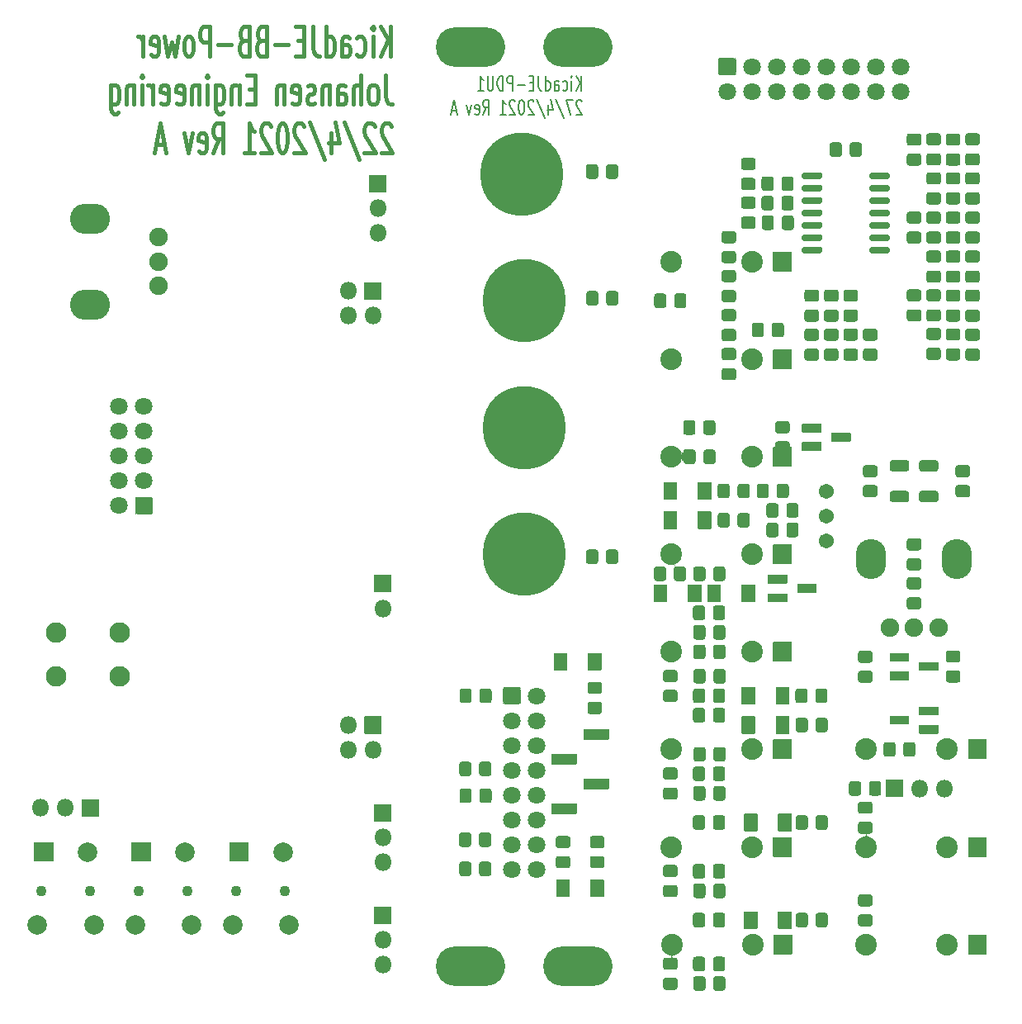
<source format=gbs>
G04 #@! TF.GenerationSoftware,KiCad,Pcbnew,(5.1.9)-1*
G04 #@! TF.CreationDate,2021-04-28T19:37:10+02:00*
G04 #@! TF.ProjectId,KicadJE_Drum_PE78 - Base,4b696361-644a-4455-9f44-72756d5f5045,rev?*
G04 #@! TF.SameCoordinates,Original*
G04 #@! TF.FileFunction,Soldermask,Bot*
G04 #@! TF.FilePolarity,Negative*
%FSLAX46Y46*%
G04 Gerber Fmt 4.6, Leading zero omitted, Abs format (unit mm)*
G04 Created by KiCad (PCBNEW (5.1.9)-1) date 2021-04-28 19:37:10*
%MOMM*%
%LPD*%
G01*
G04 APERTURE LIST*
%ADD10C,0.200000*%
%ADD11C,0.450000*%
%ADD12C,8.502000*%
%ADD13O,7.102000X4.102000*%
%ADD14C,2.232000*%
%ADD15C,2.002000*%
%ADD16C,1.102000*%
%ADD17O,1.802000X1.802000*%
%ADD18C,1.802000*%
%ADD19C,1.542000*%
%ADD20C,1.902000*%
%ADD21O,3.102000X4.102000*%
%ADD22O,4.102000X3.102000*%
%ADD23C,2.102000*%
%ADD24C,0.150000*%
G04 APERTURE END LIST*
D10*
X107881904Y-57453571D02*
X107881904Y-55953571D01*
X107310476Y-57453571D02*
X107739047Y-56596428D01*
X107310476Y-55953571D02*
X107881904Y-56810714D01*
X106881904Y-57453571D02*
X106881904Y-56453571D01*
X106881904Y-55953571D02*
X106929523Y-56025000D01*
X106881904Y-56096428D01*
X106834285Y-56025000D01*
X106881904Y-55953571D01*
X106881904Y-56096428D01*
X105977142Y-57382142D02*
X106072380Y-57453571D01*
X106262857Y-57453571D01*
X106358095Y-57382142D01*
X106405714Y-57310714D01*
X106453333Y-57167857D01*
X106453333Y-56739285D01*
X106405714Y-56596428D01*
X106358095Y-56525000D01*
X106262857Y-56453571D01*
X106072380Y-56453571D01*
X105977142Y-56525000D01*
X105120000Y-57453571D02*
X105120000Y-56667857D01*
X105167619Y-56525000D01*
X105262857Y-56453571D01*
X105453333Y-56453571D01*
X105548571Y-56525000D01*
X105120000Y-57382142D02*
X105215238Y-57453571D01*
X105453333Y-57453571D01*
X105548571Y-57382142D01*
X105596190Y-57239285D01*
X105596190Y-57096428D01*
X105548571Y-56953571D01*
X105453333Y-56882142D01*
X105215238Y-56882142D01*
X105120000Y-56810714D01*
X104215238Y-57453571D02*
X104215238Y-55953571D01*
X104215238Y-57382142D02*
X104310476Y-57453571D01*
X104500952Y-57453571D01*
X104596190Y-57382142D01*
X104643809Y-57310714D01*
X104691428Y-57167857D01*
X104691428Y-56739285D01*
X104643809Y-56596428D01*
X104596190Y-56525000D01*
X104500952Y-56453571D01*
X104310476Y-56453571D01*
X104215238Y-56525000D01*
X103453333Y-55953571D02*
X103453333Y-57025000D01*
X103500952Y-57239285D01*
X103596190Y-57382142D01*
X103739047Y-57453571D01*
X103834285Y-57453571D01*
X102977142Y-56667857D02*
X102643809Y-56667857D01*
X102500952Y-57453571D02*
X102977142Y-57453571D01*
X102977142Y-55953571D01*
X102500952Y-55953571D01*
X102072380Y-56882142D02*
X101310476Y-56882142D01*
X100834285Y-57453571D02*
X100834285Y-55953571D01*
X100453333Y-55953571D01*
X100358095Y-56025000D01*
X100310476Y-56096428D01*
X100262857Y-56239285D01*
X100262857Y-56453571D01*
X100310476Y-56596428D01*
X100358095Y-56667857D01*
X100453333Y-56739285D01*
X100834285Y-56739285D01*
X99834285Y-57453571D02*
X99834285Y-55953571D01*
X99596190Y-55953571D01*
X99453333Y-56025000D01*
X99358095Y-56167857D01*
X99310476Y-56310714D01*
X99262857Y-56596428D01*
X99262857Y-56810714D01*
X99310476Y-57096428D01*
X99358095Y-57239285D01*
X99453333Y-57382142D01*
X99596190Y-57453571D01*
X99834285Y-57453571D01*
X98834285Y-55953571D02*
X98834285Y-57167857D01*
X98786666Y-57310714D01*
X98739047Y-57382142D01*
X98643809Y-57453571D01*
X98453333Y-57453571D01*
X98358095Y-57382142D01*
X98310476Y-57310714D01*
X98262857Y-57167857D01*
X98262857Y-55953571D01*
X97262857Y-57453571D02*
X97834285Y-57453571D01*
X97548571Y-57453571D02*
X97548571Y-55953571D01*
X97643809Y-56167857D01*
X97739047Y-56310714D01*
X97834285Y-56382142D01*
X107929523Y-58546428D02*
X107881904Y-58475000D01*
X107786666Y-58403571D01*
X107548571Y-58403571D01*
X107453333Y-58475000D01*
X107405714Y-58546428D01*
X107358095Y-58689285D01*
X107358095Y-58832142D01*
X107405714Y-59046428D01*
X107977142Y-59903571D01*
X107358095Y-59903571D01*
X107024761Y-58403571D02*
X106358095Y-58403571D01*
X106786666Y-59903571D01*
X105262857Y-58332142D02*
X106120000Y-60260714D01*
X104500952Y-58903571D02*
X104500952Y-59903571D01*
X104739047Y-58332142D02*
X104977142Y-59403571D01*
X104358095Y-59403571D01*
X103262857Y-58332142D02*
X104120000Y-60260714D01*
X102977142Y-58546428D02*
X102929523Y-58475000D01*
X102834285Y-58403571D01*
X102596190Y-58403571D01*
X102500952Y-58475000D01*
X102453333Y-58546428D01*
X102405714Y-58689285D01*
X102405714Y-58832142D01*
X102453333Y-59046428D01*
X103024761Y-59903571D01*
X102405714Y-59903571D01*
X101786666Y-58403571D02*
X101691428Y-58403571D01*
X101596190Y-58475000D01*
X101548571Y-58546428D01*
X101500952Y-58689285D01*
X101453333Y-58975000D01*
X101453333Y-59332142D01*
X101500952Y-59617857D01*
X101548571Y-59760714D01*
X101596190Y-59832142D01*
X101691428Y-59903571D01*
X101786666Y-59903571D01*
X101881904Y-59832142D01*
X101929523Y-59760714D01*
X101977142Y-59617857D01*
X102024761Y-59332142D01*
X102024761Y-58975000D01*
X101977142Y-58689285D01*
X101929523Y-58546428D01*
X101881904Y-58475000D01*
X101786666Y-58403571D01*
X101072380Y-58546428D02*
X101024761Y-58475000D01*
X100929523Y-58403571D01*
X100691428Y-58403571D01*
X100596190Y-58475000D01*
X100548571Y-58546428D01*
X100500952Y-58689285D01*
X100500952Y-58832142D01*
X100548571Y-59046428D01*
X101120000Y-59903571D01*
X100500952Y-59903571D01*
X99548571Y-59903571D02*
X100120000Y-59903571D01*
X99834285Y-59903571D02*
X99834285Y-58403571D01*
X99929523Y-58617857D01*
X100024761Y-58760714D01*
X100120000Y-58832142D01*
X97786666Y-59903571D02*
X98120000Y-59189285D01*
X98358095Y-59903571D02*
X98358095Y-58403571D01*
X97977142Y-58403571D01*
X97881904Y-58475000D01*
X97834285Y-58546428D01*
X97786666Y-58689285D01*
X97786666Y-58903571D01*
X97834285Y-59046428D01*
X97881904Y-59117857D01*
X97977142Y-59189285D01*
X98358095Y-59189285D01*
X96977142Y-59832142D02*
X97072380Y-59903571D01*
X97262857Y-59903571D01*
X97358095Y-59832142D01*
X97405714Y-59689285D01*
X97405714Y-59117857D01*
X97358095Y-58975000D01*
X97262857Y-58903571D01*
X97072380Y-58903571D01*
X96977142Y-58975000D01*
X96929523Y-59117857D01*
X96929523Y-59260714D01*
X97405714Y-59403571D01*
X96596190Y-58903571D02*
X96358095Y-59903571D01*
X96120000Y-58903571D01*
X95024761Y-59475000D02*
X94548571Y-59475000D01*
X95120000Y-59903571D02*
X94786666Y-58403571D01*
X94453333Y-59903571D01*
D11*
X88278928Y-53907142D02*
X88278928Y-50907142D01*
X87250357Y-53907142D02*
X88021785Y-52192857D01*
X87250357Y-50907142D02*
X88278928Y-52621428D01*
X86478928Y-53907142D02*
X86478928Y-51907142D01*
X86478928Y-50907142D02*
X86564642Y-51050000D01*
X86478928Y-51192857D01*
X86393214Y-51050000D01*
X86478928Y-50907142D01*
X86478928Y-51192857D01*
X84850357Y-53764285D02*
X85021785Y-53907142D01*
X85364642Y-53907142D01*
X85536071Y-53764285D01*
X85621785Y-53621428D01*
X85707500Y-53335714D01*
X85707500Y-52478571D01*
X85621785Y-52192857D01*
X85536071Y-52050000D01*
X85364642Y-51907142D01*
X85021785Y-51907142D01*
X84850357Y-52050000D01*
X83307500Y-53907142D02*
X83307500Y-52335714D01*
X83393214Y-52050000D01*
X83564642Y-51907142D01*
X83907500Y-51907142D01*
X84078928Y-52050000D01*
X83307500Y-53764285D02*
X83478928Y-53907142D01*
X83907500Y-53907142D01*
X84078928Y-53764285D01*
X84164642Y-53478571D01*
X84164642Y-53192857D01*
X84078928Y-52907142D01*
X83907500Y-52764285D01*
X83478928Y-52764285D01*
X83307500Y-52621428D01*
X81678928Y-53907142D02*
X81678928Y-50907142D01*
X81678928Y-53764285D02*
X81850357Y-53907142D01*
X82193214Y-53907142D01*
X82364642Y-53764285D01*
X82450357Y-53621428D01*
X82536071Y-53335714D01*
X82536071Y-52478571D01*
X82450357Y-52192857D01*
X82364642Y-52050000D01*
X82193214Y-51907142D01*
X81850357Y-51907142D01*
X81678928Y-52050000D01*
X80307500Y-50907142D02*
X80307500Y-53050000D01*
X80393214Y-53478571D01*
X80564642Y-53764285D01*
X80821785Y-53907142D01*
X80993214Y-53907142D01*
X79450357Y-52335714D02*
X78850357Y-52335714D01*
X78593214Y-53907142D02*
X79450357Y-53907142D01*
X79450357Y-50907142D01*
X78593214Y-50907142D01*
X77821785Y-52764285D02*
X76450357Y-52764285D01*
X74993214Y-52335714D02*
X74736071Y-52478571D01*
X74650357Y-52621428D01*
X74564642Y-52907142D01*
X74564642Y-53335714D01*
X74650357Y-53621428D01*
X74736071Y-53764285D01*
X74907500Y-53907142D01*
X75593214Y-53907142D01*
X75593214Y-50907142D01*
X74993214Y-50907142D01*
X74821785Y-51050000D01*
X74736071Y-51192857D01*
X74650357Y-51478571D01*
X74650357Y-51764285D01*
X74736071Y-52050000D01*
X74821785Y-52192857D01*
X74993214Y-52335714D01*
X75593214Y-52335714D01*
X73193214Y-52335714D02*
X72936071Y-52478571D01*
X72850357Y-52621428D01*
X72764642Y-52907142D01*
X72764642Y-53335714D01*
X72850357Y-53621428D01*
X72936071Y-53764285D01*
X73107500Y-53907142D01*
X73793214Y-53907142D01*
X73793214Y-50907142D01*
X73193214Y-50907142D01*
X73021785Y-51050000D01*
X72936071Y-51192857D01*
X72850357Y-51478571D01*
X72850357Y-51764285D01*
X72936071Y-52050000D01*
X73021785Y-52192857D01*
X73193214Y-52335714D01*
X73793214Y-52335714D01*
X71993214Y-52764285D02*
X70621785Y-52764285D01*
X69764642Y-53907142D02*
X69764642Y-50907142D01*
X69078928Y-50907142D01*
X68907500Y-51050000D01*
X68821785Y-51192857D01*
X68736071Y-51478571D01*
X68736071Y-51907142D01*
X68821785Y-52192857D01*
X68907500Y-52335714D01*
X69078928Y-52478571D01*
X69764642Y-52478571D01*
X67707500Y-53907142D02*
X67878928Y-53764285D01*
X67964642Y-53621428D01*
X68050357Y-53335714D01*
X68050357Y-52478571D01*
X67964642Y-52192857D01*
X67878928Y-52050000D01*
X67707500Y-51907142D01*
X67450357Y-51907142D01*
X67278928Y-52050000D01*
X67193214Y-52192857D01*
X67107500Y-52478571D01*
X67107500Y-53335714D01*
X67193214Y-53621428D01*
X67278928Y-53764285D01*
X67450357Y-53907142D01*
X67707500Y-53907142D01*
X66507500Y-51907142D02*
X66164642Y-53907142D01*
X65821785Y-52478571D01*
X65478928Y-53907142D01*
X65136071Y-51907142D01*
X63764642Y-53764285D02*
X63936071Y-53907142D01*
X64278928Y-53907142D01*
X64450357Y-53764285D01*
X64536071Y-53478571D01*
X64536071Y-52335714D01*
X64450357Y-52050000D01*
X64278928Y-51907142D01*
X63936071Y-51907142D01*
X63764642Y-52050000D01*
X63678928Y-52335714D01*
X63678928Y-52621428D01*
X64536071Y-52907142D01*
X62907500Y-53907142D02*
X62907500Y-51907142D01*
X62907500Y-52478571D02*
X62821785Y-52192857D01*
X62736071Y-52050000D01*
X62564642Y-51907142D01*
X62393214Y-51907142D01*
X87764642Y-55857142D02*
X87764642Y-58000000D01*
X87850357Y-58428571D01*
X88021785Y-58714285D01*
X88278928Y-58857142D01*
X88450357Y-58857142D01*
X86650357Y-58857142D02*
X86821785Y-58714285D01*
X86907500Y-58571428D01*
X86993214Y-58285714D01*
X86993214Y-57428571D01*
X86907500Y-57142857D01*
X86821785Y-57000000D01*
X86650357Y-56857142D01*
X86393214Y-56857142D01*
X86221785Y-57000000D01*
X86136071Y-57142857D01*
X86050357Y-57428571D01*
X86050357Y-58285714D01*
X86136071Y-58571428D01*
X86221785Y-58714285D01*
X86393214Y-58857142D01*
X86650357Y-58857142D01*
X85278928Y-58857142D02*
X85278928Y-55857142D01*
X84507500Y-58857142D02*
X84507500Y-57285714D01*
X84593214Y-57000000D01*
X84764642Y-56857142D01*
X85021785Y-56857142D01*
X85193214Y-57000000D01*
X85278928Y-57142857D01*
X82878928Y-58857142D02*
X82878928Y-57285714D01*
X82964642Y-57000000D01*
X83136071Y-56857142D01*
X83478928Y-56857142D01*
X83650357Y-57000000D01*
X82878928Y-58714285D02*
X83050357Y-58857142D01*
X83478928Y-58857142D01*
X83650357Y-58714285D01*
X83736071Y-58428571D01*
X83736071Y-58142857D01*
X83650357Y-57857142D01*
X83478928Y-57714285D01*
X83050357Y-57714285D01*
X82878928Y-57571428D01*
X82021785Y-56857142D02*
X82021785Y-58857142D01*
X82021785Y-57142857D02*
X81936071Y-57000000D01*
X81764642Y-56857142D01*
X81507500Y-56857142D01*
X81336071Y-57000000D01*
X81250357Y-57285714D01*
X81250357Y-58857142D01*
X80478928Y-58714285D02*
X80307500Y-58857142D01*
X79964642Y-58857142D01*
X79793214Y-58714285D01*
X79707500Y-58428571D01*
X79707500Y-58285714D01*
X79793214Y-58000000D01*
X79964642Y-57857142D01*
X80221785Y-57857142D01*
X80393214Y-57714285D01*
X80478928Y-57428571D01*
X80478928Y-57285714D01*
X80393214Y-57000000D01*
X80221785Y-56857142D01*
X79964642Y-56857142D01*
X79793214Y-57000000D01*
X78250357Y-58714285D02*
X78421785Y-58857142D01*
X78764642Y-58857142D01*
X78936071Y-58714285D01*
X79021785Y-58428571D01*
X79021785Y-57285714D01*
X78936071Y-57000000D01*
X78764642Y-56857142D01*
X78421785Y-56857142D01*
X78250357Y-57000000D01*
X78164642Y-57285714D01*
X78164642Y-57571428D01*
X79021785Y-57857142D01*
X77393214Y-56857142D02*
X77393214Y-58857142D01*
X77393214Y-57142857D02*
X77307500Y-57000000D01*
X77136071Y-56857142D01*
X76878928Y-56857142D01*
X76707500Y-57000000D01*
X76621785Y-57285714D01*
X76621785Y-58857142D01*
X74393214Y-57285714D02*
X73793214Y-57285714D01*
X73536071Y-58857142D02*
X74393214Y-58857142D01*
X74393214Y-55857142D01*
X73536071Y-55857142D01*
X72764642Y-56857142D02*
X72764642Y-58857142D01*
X72764642Y-57142857D02*
X72678928Y-57000000D01*
X72507500Y-56857142D01*
X72250357Y-56857142D01*
X72078928Y-57000000D01*
X71993214Y-57285714D01*
X71993214Y-58857142D01*
X70364642Y-56857142D02*
X70364642Y-59285714D01*
X70450357Y-59571428D01*
X70536071Y-59714285D01*
X70707500Y-59857142D01*
X70964642Y-59857142D01*
X71136071Y-59714285D01*
X70364642Y-58714285D02*
X70536071Y-58857142D01*
X70878928Y-58857142D01*
X71050357Y-58714285D01*
X71136071Y-58571428D01*
X71221785Y-58285714D01*
X71221785Y-57428571D01*
X71136071Y-57142857D01*
X71050357Y-57000000D01*
X70878928Y-56857142D01*
X70536071Y-56857142D01*
X70364642Y-57000000D01*
X69507500Y-58857142D02*
X69507500Y-56857142D01*
X69507500Y-55857142D02*
X69593214Y-56000000D01*
X69507500Y-56142857D01*
X69421785Y-56000000D01*
X69507500Y-55857142D01*
X69507500Y-56142857D01*
X68650357Y-56857142D02*
X68650357Y-58857142D01*
X68650357Y-57142857D02*
X68564642Y-57000000D01*
X68393214Y-56857142D01*
X68136071Y-56857142D01*
X67964642Y-57000000D01*
X67878928Y-57285714D01*
X67878928Y-58857142D01*
X66336071Y-58714285D02*
X66507500Y-58857142D01*
X66850357Y-58857142D01*
X67021785Y-58714285D01*
X67107500Y-58428571D01*
X67107500Y-57285714D01*
X67021785Y-57000000D01*
X66850357Y-56857142D01*
X66507500Y-56857142D01*
X66336071Y-57000000D01*
X66250357Y-57285714D01*
X66250357Y-57571428D01*
X67107500Y-57857142D01*
X64793214Y-58714285D02*
X64964642Y-58857142D01*
X65307500Y-58857142D01*
X65478928Y-58714285D01*
X65564642Y-58428571D01*
X65564642Y-57285714D01*
X65478928Y-57000000D01*
X65307500Y-56857142D01*
X64964642Y-56857142D01*
X64793214Y-57000000D01*
X64707500Y-57285714D01*
X64707500Y-57571428D01*
X65564642Y-57857142D01*
X63936071Y-58857142D02*
X63936071Y-56857142D01*
X63936071Y-57428571D02*
X63850357Y-57142857D01*
X63764642Y-57000000D01*
X63593214Y-56857142D01*
X63421785Y-56857142D01*
X62821785Y-58857142D02*
X62821785Y-56857142D01*
X62821785Y-55857142D02*
X62907500Y-56000000D01*
X62821785Y-56142857D01*
X62736071Y-56000000D01*
X62821785Y-55857142D01*
X62821785Y-56142857D01*
X61964642Y-56857142D02*
X61964642Y-58857142D01*
X61964642Y-57142857D02*
X61878928Y-57000000D01*
X61707500Y-56857142D01*
X61450357Y-56857142D01*
X61278928Y-57000000D01*
X61193214Y-57285714D01*
X61193214Y-58857142D01*
X59564642Y-56857142D02*
X59564642Y-59285714D01*
X59650357Y-59571428D01*
X59736071Y-59714285D01*
X59907500Y-59857142D01*
X60164642Y-59857142D01*
X60336071Y-59714285D01*
X59564642Y-58714285D02*
X59736071Y-58857142D01*
X60078928Y-58857142D01*
X60250357Y-58714285D01*
X60336071Y-58571428D01*
X60421785Y-58285714D01*
X60421785Y-57428571D01*
X60336071Y-57142857D01*
X60250357Y-57000000D01*
X60078928Y-56857142D01*
X59736071Y-56857142D01*
X59564642Y-57000000D01*
X88364642Y-61092857D02*
X88278928Y-60950000D01*
X88107500Y-60807142D01*
X87678928Y-60807142D01*
X87507500Y-60950000D01*
X87421785Y-61092857D01*
X87336071Y-61378571D01*
X87336071Y-61664285D01*
X87421785Y-62092857D01*
X88450357Y-63807142D01*
X87336071Y-63807142D01*
X86650357Y-61092857D02*
X86564642Y-60950000D01*
X86393214Y-60807142D01*
X85964642Y-60807142D01*
X85793214Y-60950000D01*
X85707500Y-61092857D01*
X85621785Y-61378571D01*
X85621785Y-61664285D01*
X85707500Y-62092857D01*
X86736071Y-63807142D01*
X85621785Y-63807142D01*
X83564642Y-60664285D02*
X85107500Y-64521428D01*
X82193214Y-61807142D02*
X82193214Y-63807142D01*
X82621785Y-60664285D02*
X83050357Y-62807142D01*
X81936071Y-62807142D01*
X79964642Y-60664285D02*
X81507500Y-64521428D01*
X79450357Y-61092857D02*
X79364642Y-60950000D01*
X79193214Y-60807142D01*
X78764642Y-60807142D01*
X78593214Y-60950000D01*
X78507500Y-61092857D01*
X78421785Y-61378571D01*
X78421785Y-61664285D01*
X78507500Y-62092857D01*
X79536071Y-63807142D01*
X78421785Y-63807142D01*
X77307500Y-60807142D02*
X77136071Y-60807142D01*
X76964642Y-60950000D01*
X76878928Y-61092857D01*
X76793214Y-61378571D01*
X76707500Y-61950000D01*
X76707500Y-62664285D01*
X76793214Y-63235714D01*
X76878928Y-63521428D01*
X76964642Y-63664285D01*
X77136071Y-63807142D01*
X77307500Y-63807142D01*
X77478928Y-63664285D01*
X77564642Y-63521428D01*
X77650357Y-63235714D01*
X77736071Y-62664285D01*
X77736071Y-61950000D01*
X77650357Y-61378571D01*
X77564642Y-61092857D01*
X77478928Y-60950000D01*
X77307500Y-60807142D01*
X76021785Y-61092857D02*
X75936071Y-60950000D01*
X75764642Y-60807142D01*
X75336071Y-60807142D01*
X75164642Y-60950000D01*
X75078928Y-61092857D01*
X74993214Y-61378571D01*
X74993214Y-61664285D01*
X75078928Y-62092857D01*
X76107500Y-63807142D01*
X74993214Y-63807142D01*
X73278928Y-63807142D02*
X74307500Y-63807142D01*
X73793214Y-63807142D02*
X73793214Y-60807142D01*
X73964642Y-61235714D01*
X74136071Y-61521428D01*
X74307500Y-61664285D01*
X70107500Y-63807142D02*
X70707500Y-62378571D01*
X71136071Y-63807142D02*
X71136071Y-60807142D01*
X70450357Y-60807142D01*
X70278928Y-60950000D01*
X70193214Y-61092857D01*
X70107500Y-61378571D01*
X70107500Y-61807142D01*
X70193214Y-62092857D01*
X70278928Y-62235714D01*
X70450357Y-62378571D01*
X71136071Y-62378571D01*
X68650357Y-63664285D02*
X68821785Y-63807142D01*
X69164642Y-63807142D01*
X69336071Y-63664285D01*
X69421785Y-63378571D01*
X69421785Y-62235714D01*
X69336071Y-61950000D01*
X69164642Y-61807142D01*
X68821785Y-61807142D01*
X68650357Y-61950000D01*
X68564642Y-62235714D01*
X68564642Y-62521428D01*
X69421785Y-62807142D01*
X67964642Y-61807142D02*
X67536071Y-63807142D01*
X67107500Y-61807142D01*
X65136071Y-62950000D02*
X64278928Y-62950000D01*
X65307500Y-63807142D02*
X64707500Y-60807142D01*
X64107500Y-63807142D01*
D10*
X107881904Y-57453571D02*
X107881904Y-55953571D01*
X107310476Y-57453571D02*
X107739047Y-56596428D01*
X107310476Y-55953571D02*
X107881904Y-56810714D01*
X106881904Y-57453571D02*
X106881904Y-56453571D01*
X106881904Y-55953571D02*
X106929523Y-56025000D01*
X106881904Y-56096428D01*
X106834285Y-56025000D01*
X106881904Y-55953571D01*
X106881904Y-56096428D01*
X105977142Y-57382142D02*
X106072380Y-57453571D01*
X106262857Y-57453571D01*
X106358095Y-57382142D01*
X106405714Y-57310714D01*
X106453333Y-57167857D01*
X106453333Y-56739285D01*
X106405714Y-56596428D01*
X106358095Y-56525000D01*
X106262857Y-56453571D01*
X106072380Y-56453571D01*
X105977142Y-56525000D01*
X105120000Y-57453571D02*
X105120000Y-56667857D01*
X105167619Y-56525000D01*
X105262857Y-56453571D01*
X105453333Y-56453571D01*
X105548571Y-56525000D01*
X105120000Y-57382142D02*
X105215238Y-57453571D01*
X105453333Y-57453571D01*
X105548571Y-57382142D01*
X105596190Y-57239285D01*
X105596190Y-57096428D01*
X105548571Y-56953571D01*
X105453333Y-56882142D01*
X105215238Y-56882142D01*
X105120000Y-56810714D01*
X104215238Y-57453571D02*
X104215238Y-55953571D01*
X104215238Y-57382142D02*
X104310476Y-57453571D01*
X104500952Y-57453571D01*
X104596190Y-57382142D01*
X104643809Y-57310714D01*
X104691428Y-57167857D01*
X104691428Y-56739285D01*
X104643809Y-56596428D01*
X104596190Y-56525000D01*
X104500952Y-56453571D01*
X104310476Y-56453571D01*
X104215238Y-56525000D01*
X103453333Y-55953571D02*
X103453333Y-57025000D01*
X103500952Y-57239285D01*
X103596190Y-57382142D01*
X103739047Y-57453571D01*
X103834285Y-57453571D01*
X102977142Y-56667857D02*
X102643809Y-56667857D01*
X102500952Y-57453571D02*
X102977142Y-57453571D01*
X102977142Y-55953571D01*
X102500952Y-55953571D01*
X102072380Y-56882142D02*
X101310476Y-56882142D01*
X100834285Y-57453571D02*
X100834285Y-55953571D01*
X100453333Y-55953571D01*
X100358095Y-56025000D01*
X100310476Y-56096428D01*
X100262857Y-56239285D01*
X100262857Y-56453571D01*
X100310476Y-56596428D01*
X100358095Y-56667857D01*
X100453333Y-56739285D01*
X100834285Y-56739285D01*
X99834285Y-57453571D02*
X99834285Y-55953571D01*
X99596190Y-55953571D01*
X99453333Y-56025000D01*
X99358095Y-56167857D01*
X99310476Y-56310714D01*
X99262857Y-56596428D01*
X99262857Y-56810714D01*
X99310476Y-57096428D01*
X99358095Y-57239285D01*
X99453333Y-57382142D01*
X99596190Y-57453571D01*
X99834285Y-57453571D01*
X98834285Y-55953571D02*
X98834285Y-57167857D01*
X98786666Y-57310714D01*
X98739047Y-57382142D01*
X98643809Y-57453571D01*
X98453333Y-57453571D01*
X98358095Y-57382142D01*
X98310476Y-57310714D01*
X98262857Y-57167857D01*
X98262857Y-55953571D01*
X97262857Y-57453571D02*
X97834285Y-57453571D01*
X97548571Y-57453571D02*
X97548571Y-55953571D01*
X97643809Y-56167857D01*
X97739047Y-56310714D01*
X97834285Y-56382142D01*
X107929523Y-58546428D02*
X107881904Y-58475000D01*
X107786666Y-58403571D01*
X107548571Y-58403571D01*
X107453333Y-58475000D01*
X107405714Y-58546428D01*
X107358095Y-58689285D01*
X107358095Y-58832142D01*
X107405714Y-59046428D01*
X107977142Y-59903571D01*
X107358095Y-59903571D01*
X107024761Y-58403571D02*
X106358095Y-58403571D01*
X106786666Y-59903571D01*
X105262857Y-58332142D02*
X106120000Y-60260714D01*
X104500952Y-58903571D02*
X104500952Y-59903571D01*
X104739047Y-58332142D02*
X104977142Y-59403571D01*
X104358095Y-59403571D01*
X103262857Y-58332142D02*
X104120000Y-60260714D01*
X102977142Y-58546428D02*
X102929523Y-58475000D01*
X102834285Y-58403571D01*
X102596190Y-58403571D01*
X102500952Y-58475000D01*
X102453333Y-58546428D01*
X102405714Y-58689285D01*
X102405714Y-58832142D01*
X102453333Y-59046428D01*
X103024761Y-59903571D01*
X102405714Y-59903571D01*
X101786666Y-58403571D02*
X101691428Y-58403571D01*
X101596190Y-58475000D01*
X101548571Y-58546428D01*
X101500952Y-58689285D01*
X101453333Y-58975000D01*
X101453333Y-59332142D01*
X101500952Y-59617857D01*
X101548571Y-59760714D01*
X101596190Y-59832142D01*
X101691428Y-59903571D01*
X101786666Y-59903571D01*
X101881904Y-59832142D01*
X101929523Y-59760714D01*
X101977142Y-59617857D01*
X102024761Y-59332142D01*
X102024761Y-58975000D01*
X101977142Y-58689285D01*
X101929523Y-58546428D01*
X101881904Y-58475000D01*
X101786666Y-58403571D01*
X101072380Y-58546428D02*
X101024761Y-58475000D01*
X100929523Y-58403571D01*
X100691428Y-58403571D01*
X100596190Y-58475000D01*
X100548571Y-58546428D01*
X100500952Y-58689285D01*
X100500952Y-58832142D01*
X100548571Y-59046428D01*
X101120000Y-59903571D01*
X100500952Y-59903571D01*
X99548571Y-59903571D02*
X100120000Y-59903571D01*
X99834285Y-59903571D02*
X99834285Y-58403571D01*
X99929523Y-58617857D01*
X100024761Y-58760714D01*
X100120000Y-58832142D01*
X97786666Y-59903571D02*
X98120000Y-59189285D01*
X98358095Y-59903571D02*
X98358095Y-58403571D01*
X97977142Y-58403571D01*
X97881904Y-58475000D01*
X97834285Y-58546428D01*
X97786666Y-58689285D01*
X97786666Y-58903571D01*
X97834285Y-59046428D01*
X97881904Y-59117857D01*
X97977142Y-59189285D01*
X98358095Y-59189285D01*
X96977142Y-59832142D02*
X97072380Y-59903571D01*
X97262857Y-59903571D01*
X97358095Y-59832142D01*
X97405714Y-59689285D01*
X97405714Y-59117857D01*
X97358095Y-58975000D01*
X97262857Y-58903571D01*
X97072380Y-58903571D01*
X96977142Y-58975000D01*
X96929523Y-59117857D01*
X96929523Y-59260714D01*
X97405714Y-59403571D01*
X96596190Y-58903571D02*
X96358095Y-59903571D01*
X96120000Y-58903571D01*
X95024761Y-59475000D02*
X94548571Y-59475000D01*
X95120000Y-59903571D02*
X94786666Y-58403571D01*
X94453333Y-59903571D01*
D11*
X88278928Y-53907142D02*
X88278928Y-50907142D01*
X87250357Y-53907142D02*
X88021785Y-52192857D01*
X87250357Y-50907142D02*
X88278928Y-52621428D01*
X86478928Y-53907142D02*
X86478928Y-51907142D01*
X86478928Y-50907142D02*
X86564642Y-51050000D01*
X86478928Y-51192857D01*
X86393214Y-51050000D01*
X86478928Y-50907142D01*
X86478928Y-51192857D01*
X84850357Y-53764285D02*
X85021785Y-53907142D01*
X85364642Y-53907142D01*
X85536071Y-53764285D01*
X85621785Y-53621428D01*
X85707500Y-53335714D01*
X85707500Y-52478571D01*
X85621785Y-52192857D01*
X85536071Y-52050000D01*
X85364642Y-51907142D01*
X85021785Y-51907142D01*
X84850357Y-52050000D01*
X83307500Y-53907142D02*
X83307500Y-52335714D01*
X83393214Y-52050000D01*
X83564642Y-51907142D01*
X83907500Y-51907142D01*
X84078928Y-52050000D01*
X83307500Y-53764285D02*
X83478928Y-53907142D01*
X83907500Y-53907142D01*
X84078928Y-53764285D01*
X84164642Y-53478571D01*
X84164642Y-53192857D01*
X84078928Y-52907142D01*
X83907500Y-52764285D01*
X83478928Y-52764285D01*
X83307500Y-52621428D01*
X81678928Y-53907142D02*
X81678928Y-50907142D01*
X81678928Y-53764285D02*
X81850357Y-53907142D01*
X82193214Y-53907142D01*
X82364642Y-53764285D01*
X82450357Y-53621428D01*
X82536071Y-53335714D01*
X82536071Y-52478571D01*
X82450357Y-52192857D01*
X82364642Y-52050000D01*
X82193214Y-51907142D01*
X81850357Y-51907142D01*
X81678928Y-52050000D01*
X80307500Y-50907142D02*
X80307500Y-53050000D01*
X80393214Y-53478571D01*
X80564642Y-53764285D01*
X80821785Y-53907142D01*
X80993214Y-53907142D01*
X79450357Y-52335714D02*
X78850357Y-52335714D01*
X78593214Y-53907142D02*
X79450357Y-53907142D01*
X79450357Y-50907142D01*
X78593214Y-50907142D01*
X77821785Y-52764285D02*
X76450357Y-52764285D01*
X74993214Y-52335714D02*
X74736071Y-52478571D01*
X74650357Y-52621428D01*
X74564642Y-52907142D01*
X74564642Y-53335714D01*
X74650357Y-53621428D01*
X74736071Y-53764285D01*
X74907500Y-53907142D01*
X75593214Y-53907142D01*
X75593214Y-50907142D01*
X74993214Y-50907142D01*
X74821785Y-51050000D01*
X74736071Y-51192857D01*
X74650357Y-51478571D01*
X74650357Y-51764285D01*
X74736071Y-52050000D01*
X74821785Y-52192857D01*
X74993214Y-52335714D01*
X75593214Y-52335714D01*
X73193214Y-52335714D02*
X72936071Y-52478571D01*
X72850357Y-52621428D01*
X72764642Y-52907142D01*
X72764642Y-53335714D01*
X72850357Y-53621428D01*
X72936071Y-53764285D01*
X73107500Y-53907142D01*
X73793214Y-53907142D01*
X73793214Y-50907142D01*
X73193214Y-50907142D01*
X73021785Y-51050000D01*
X72936071Y-51192857D01*
X72850357Y-51478571D01*
X72850357Y-51764285D01*
X72936071Y-52050000D01*
X73021785Y-52192857D01*
X73193214Y-52335714D01*
X73793214Y-52335714D01*
X71993214Y-52764285D02*
X70621785Y-52764285D01*
X69764642Y-53907142D02*
X69764642Y-50907142D01*
X69078928Y-50907142D01*
X68907500Y-51050000D01*
X68821785Y-51192857D01*
X68736071Y-51478571D01*
X68736071Y-51907142D01*
X68821785Y-52192857D01*
X68907500Y-52335714D01*
X69078928Y-52478571D01*
X69764642Y-52478571D01*
X67707500Y-53907142D02*
X67878928Y-53764285D01*
X67964642Y-53621428D01*
X68050357Y-53335714D01*
X68050357Y-52478571D01*
X67964642Y-52192857D01*
X67878928Y-52050000D01*
X67707500Y-51907142D01*
X67450357Y-51907142D01*
X67278928Y-52050000D01*
X67193214Y-52192857D01*
X67107500Y-52478571D01*
X67107500Y-53335714D01*
X67193214Y-53621428D01*
X67278928Y-53764285D01*
X67450357Y-53907142D01*
X67707500Y-53907142D01*
X66507500Y-51907142D02*
X66164642Y-53907142D01*
X65821785Y-52478571D01*
X65478928Y-53907142D01*
X65136071Y-51907142D01*
X63764642Y-53764285D02*
X63936071Y-53907142D01*
X64278928Y-53907142D01*
X64450357Y-53764285D01*
X64536071Y-53478571D01*
X64536071Y-52335714D01*
X64450357Y-52050000D01*
X64278928Y-51907142D01*
X63936071Y-51907142D01*
X63764642Y-52050000D01*
X63678928Y-52335714D01*
X63678928Y-52621428D01*
X64536071Y-52907142D01*
X62907500Y-53907142D02*
X62907500Y-51907142D01*
X62907500Y-52478571D02*
X62821785Y-52192857D01*
X62736071Y-52050000D01*
X62564642Y-51907142D01*
X62393214Y-51907142D01*
X87764642Y-55857142D02*
X87764642Y-58000000D01*
X87850357Y-58428571D01*
X88021785Y-58714285D01*
X88278928Y-58857142D01*
X88450357Y-58857142D01*
X86650357Y-58857142D02*
X86821785Y-58714285D01*
X86907500Y-58571428D01*
X86993214Y-58285714D01*
X86993214Y-57428571D01*
X86907500Y-57142857D01*
X86821785Y-57000000D01*
X86650357Y-56857142D01*
X86393214Y-56857142D01*
X86221785Y-57000000D01*
X86136071Y-57142857D01*
X86050357Y-57428571D01*
X86050357Y-58285714D01*
X86136071Y-58571428D01*
X86221785Y-58714285D01*
X86393214Y-58857142D01*
X86650357Y-58857142D01*
X85278928Y-58857142D02*
X85278928Y-55857142D01*
X84507500Y-58857142D02*
X84507500Y-57285714D01*
X84593214Y-57000000D01*
X84764642Y-56857142D01*
X85021785Y-56857142D01*
X85193214Y-57000000D01*
X85278928Y-57142857D01*
X82878928Y-58857142D02*
X82878928Y-57285714D01*
X82964642Y-57000000D01*
X83136071Y-56857142D01*
X83478928Y-56857142D01*
X83650357Y-57000000D01*
X82878928Y-58714285D02*
X83050357Y-58857142D01*
X83478928Y-58857142D01*
X83650357Y-58714285D01*
X83736071Y-58428571D01*
X83736071Y-58142857D01*
X83650357Y-57857142D01*
X83478928Y-57714285D01*
X83050357Y-57714285D01*
X82878928Y-57571428D01*
X82021785Y-56857142D02*
X82021785Y-58857142D01*
X82021785Y-57142857D02*
X81936071Y-57000000D01*
X81764642Y-56857142D01*
X81507500Y-56857142D01*
X81336071Y-57000000D01*
X81250357Y-57285714D01*
X81250357Y-58857142D01*
X80478928Y-58714285D02*
X80307500Y-58857142D01*
X79964642Y-58857142D01*
X79793214Y-58714285D01*
X79707500Y-58428571D01*
X79707500Y-58285714D01*
X79793214Y-58000000D01*
X79964642Y-57857142D01*
X80221785Y-57857142D01*
X80393214Y-57714285D01*
X80478928Y-57428571D01*
X80478928Y-57285714D01*
X80393214Y-57000000D01*
X80221785Y-56857142D01*
X79964642Y-56857142D01*
X79793214Y-57000000D01*
X78250357Y-58714285D02*
X78421785Y-58857142D01*
X78764642Y-58857142D01*
X78936071Y-58714285D01*
X79021785Y-58428571D01*
X79021785Y-57285714D01*
X78936071Y-57000000D01*
X78764642Y-56857142D01*
X78421785Y-56857142D01*
X78250357Y-57000000D01*
X78164642Y-57285714D01*
X78164642Y-57571428D01*
X79021785Y-57857142D01*
X77393214Y-56857142D02*
X77393214Y-58857142D01*
X77393214Y-57142857D02*
X77307500Y-57000000D01*
X77136071Y-56857142D01*
X76878928Y-56857142D01*
X76707500Y-57000000D01*
X76621785Y-57285714D01*
X76621785Y-58857142D01*
X74393214Y-57285714D02*
X73793214Y-57285714D01*
X73536071Y-58857142D02*
X74393214Y-58857142D01*
X74393214Y-55857142D01*
X73536071Y-55857142D01*
X72764642Y-56857142D02*
X72764642Y-58857142D01*
X72764642Y-57142857D02*
X72678928Y-57000000D01*
X72507500Y-56857142D01*
X72250357Y-56857142D01*
X72078928Y-57000000D01*
X71993214Y-57285714D01*
X71993214Y-58857142D01*
X70364642Y-56857142D02*
X70364642Y-59285714D01*
X70450357Y-59571428D01*
X70536071Y-59714285D01*
X70707500Y-59857142D01*
X70964642Y-59857142D01*
X71136071Y-59714285D01*
X70364642Y-58714285D02*
X70536071Y-58857142D01*
X70878928Y-58857142D01*
X71050357Y-58714285D01*
X71136071Y-58571428D01*
X71221785Y-58285714D01*
X71221785Y-57428571D01*
X71136071Y-57142857D01*
X71050357Y-57000000D01*
X70878928Y-56857142D01*
X70536071Y-56857142D01*
X70364642Y-57000000D01*
X69507500Y-58857142D02*
X69507500Y-56857142D01*
X69507500Y-55857142D02*
X69593214Y-56000000D01*
X69507500Y-56142857D01*
X69421785Y-56000000D01*
X69507500Y-55857142D01*
X69507500Y-56142857D01*
X68650357Y-56857142D02*
X68650357Y-58857142D01*
X68650357Y-57142857D02*
X68564642Y-57000000D01*
X68393214Y-56857142D01*
X68136071Y-56857142D01*
X67964642Y-57000000D01*
X67878928Y-57285714D01*
X67878928Y-58857142D01*
X66336071Y-58714285D02*
X66507500Y-58857142D01*
X66850357Y-58857142D01*
X67021785Y-58714285D01*
X67107500Y-58428571D01*
X67107500Y-57285714D01*
X67021785Y-57000000D01*
X66850357Y-56857142D01*
X66507500Y-56857142D01*
X66336071Y-57000000D01*
X66250357Y-57285714D01*
X66250357Y-57571428D01*
X67107500Y-57857142D01*
X64793214Y-58714285D02*
X64964642Y-58857142D01*
X65307500Y-58857142D01*
X65478928Y-58714285D01*
X65564642Y-58428571D01*
X65564642Y-57285714D01*
X65478928Y-57000000D01*
X65307500Y-56857142D01*
X64964642Y-56857142D01*
X64793214Y-57000000D01*
X64707500Y-57285714D01*
X64707500Y-57571428D01*
X65564642Y-57857142D01*
X63936071Y-58857142D02*
X63936071Y-56857142D01*
X63936071Y-57428571D02*
X63850357Y-57142857D01*
X63764642Y-57000000D01*
X63593214Y-56857142D01*
X63421785Y-56857142D01*
X62821785Y-58857142D02*
X62821785Y-56857142D01*
X62821785Y-55857142D02*
X62907500Y-56000000D01*
X62821785Y-56142857D01*
X62736071Y-56000000D01*
X62821785Y-55857142D01*
X62821785Y-56142857D01*
X61964642Y-56857142D02*
X61964642Y-58857142D01*
X61964642Y-57142857D02*
X61878928Y-57000000D01*
X61707500Y-56857142D01*
X61450357Y-56857142D01*
X61278928Y-57000000D01*
X61193214Y-57285714D01*
X61193214Y-58857142D01*
X59564642Y-56857142D02*
X59564642Y-59285714D01*
X59650357Y-59571428D01*
X59736071Y-59714285D01*
X59907500Y-59857142D01*
X60164642Y-59857142D01*
X60336071Y-59714285D01*
X59564642Y-58714285D02*
X59736071Y-58857142D01*
X60078928Y-58857142D01*
X60250357Y-58714285D01*
X60336071Y-58571428D01*
X60421785Y-58285714D01*
X60421785Y-57428571D01*
X60336071Y-57142857D01*
X60250357Y-57000000D01*
X60078928Y-56857142D01*
X59736071Y-56857142D01*
X59564642Y-57000000D01*
X88364642Y-61092857D02*
X88278928Y-60950000D01*
X88107500Y-60807142D01*
X87678928Y-60807142D01*
X87507500Y-60950000D01*
X87421785Y-61092857D01*
X87336071Y-61378571D01*
X87336071Y-61664285D01*
X87421785Y-62092857D01*
X88450357Y-63807142D01*
X87336071Y-63807142D01*
X86650357Y-61092857D02*
X86564642Y-60950000D01*
X86393214Y-60807142D01*
X85964642Y-60807142D01*
X85793214Y-60950000D01*
X85707500Y-61092857D01*
X85621785Y-61378571D01*
X85621785Y-61664285D01*
X85707500Y-62092857D01*
X86736071Y-63807142D01*
X85621785Y-63807142D01*
X83564642Y-60664285D02*
X85107500Y-64521428D01*
X82193214Y-61807142D02*
X82193214Y-63807142D01*
X82621785Y-60664285D02*
X83050357Y-62807142D01*
X81936071Y-62807142D01*
X79964642Y-60664285D02*
X81507500Y-64521428D01*
X79450357Y-61092857D02*
X79364642Y-60950000D01*
X79193214Y-60807142D01*
X78764642Y-60807142D01*
X78593214Y-60950000D01*
X78507500Y-61092857D01*
X78421785Y-61378571D01*
X78421785Y-61664285D01*
X78507500Y-62092857D01*
X79536071Y-63807142D01*
X78421785Y-63807142D01*
X77307500Y-60807142D02*
X77136071Y-60807142D01*
X76964642Y-60950000D01*
X76878928Y-61092857D01*
X76793214Y-61378571D01*
X76707500Y-61950000D01*
X76707500Y-62664285D01*
X76793214Y-63235714D01*
X76878928Y-63521428D01*
X76964642Y-63664285D01*
X77136071Y-63807142D01*
X77307500Y-63807142D01*
X77478928Y-63664285D01*
X77564642Y-63521428D01*
X77650357Y-63235714D01*
X77736071Y-62664285D01*
X77736071Y-61950000D01*
X77650357Y-61378571D01*
X77564642Y-61092857D01*
X77478928Y-60950000D01*
X77307500Y-60807142D01*
X76021785Y-61092857D02*
X75936071Y-60950000D01*
X75764642Y-60807142D01*
X75336071Y-60807142D01*
X75164642Y-60950000D01*
X75078928Y-61092857D01*
X74993214Y-61378571D01*
X74993214Y-61664285D01*
X75078928Y-62092857D01*
X76107500Y-63807142D01*
X74993214Y-63807142D01*
X73278928Y-63807142D02*
X74307500Y-63807142D01*
X73793214Y-63807142D02*
X73793214Y-60807142D01*
X73964642Y-61235714D01*
X74136071Y-61521428D01*
X74307500Y-61664285D01*
X70107500Y-63807142D02*
X70707500Y-62378571D01*
X71136071Y-63807142D02*
X71136071Y-60807142D01*
X70450357Y-60807142D01*
X70278928Y-60950000D01*
X70193214Y-61092857D01*
X70107500Y-61378571D01*
X70107500Y-61807142D01*
X70193214Y-62092857D01*
X70278928Y-62235714D01*
X70450357Y-62378571D01*
X71136071Y-62378571D01*
X68650357Y-63664285D02*
X68821785Y-63807142D01*
X69164642Y-63807142D01*
X69336071Y-63664285D01*
X69421785Y-63378571D01*
X69421785Y-62235714D01*
X69336071Y-61950000D01*
X69164642Y-61807142D01*
X68821785Y-61807142D01*
X68650357Y-61950000D01*
X68564642Y-62235714D01*
X68564642Y-62521428D01*
X69421785Y-62807142D01*
X67964642Y-61807142D02*
X67536071Y-63807142D01*
X67107500Y-61807142D01*
X65136071Y-62950000D02*
X64278928Y-62950000D01*
X65307500Y-63807142D02*
X64707500Y-60807142D01*
X64107500Y-63807142D01*
D12*
X101750000Y-66000000D03*
X102000000Y-79000000D03*
X102000000Y-92000000D03*
X102000000Y-105000000D03*
D13*
X107500000Y-53000000D03*
X96500000Y-53000000D03*
X107500000Y-147250000D03*
X96500000Y-147250000D03*
G36*
G01*
X116701000Y-108150000D02*
X116701000Y-109850000D01*
G75*
G02*
X116650000Y-109901000I-51000J0D01*
G01*
X115350000Y-109901000D01*
G75*
G02*
X115299000Y-109850000I0J51000D01*
G01*
X115299000Y-108150000D01*
G75*
G02*
X115350000Y-108099000I51000J0D01*
G01*
X116650000Y-108099000D01*
G75*
G02*
X116701000Y-108150000I0J-51000D01*
G01*
G37*
G36*
G01*
X120201000Y-108150000D02*
X120201000Y-109850000D01*
G75*
G02*
X120150000Y-109901000I-51000J0D01*
G01*
X118850000Y-109901000D01*
G75*
G02*
X118799000Y-109850000I0J51000D01*
G01*
X118799000Y-108150000D01*
G75*
G02*
X118850000Y-108099000I51000J0D01*
G01*
X120150000Y-108099000D01*
G75*
G02*
X120201000Y-108150000I0J-51000D01*
G01*
G37*
G36*
G01*
X119799000Y-102350000D02*
X119799000Y-100650000D01*
G75*
G02*
X119850000Y-100599000I51000J0D01*
G01*
X121150000Y-100599000D01*
G75*
G02*
X121201000Y-100650000I0J-51000D01*
G01*
X121201000Y-102350000D01*
G75*
G02*
X121150000Y-102401000I-51000J0D01*
G01*
X119850000Y-102401000D01*
G75*
G02*
X119799000Y-102350000I0J51000D01*
G01*
G37*
G36*
G01*
X116299000Y-102350000D02*
X116299000Y-100650000D01*
G75*
G02*
X116350000Y-100599000I51000J0D01*
G01*
X117650000Y-100599000D01*
G75*
G02*
X117701000Y-100650000I0J-51000D01*
G01*
X117701000Y-102350000D01*
G75*
G02*
X117650000Y-102401000I-51000J0D01*
G01*
X116350000Y-102401000D01*
G75*
G02*
X116299000Y-102350000I0J51000D01*
G01*
G37*
G36*
G01*
X117701000Y-97650000D02*
X117701000Y-99350000D01*
G75*
G02*
X117650000Y-99401000I-51000J0D01*
G01*
X116350000Y-99401000D01*
G75*
G02*
X116299000Y-99350000I0J51000D01*
G01*
X116299000Y-97650000D01*
G75*
G02*
X116350000Y-97599000I51000J0D01*
G01*
X117650000Y-97599000D01*
G75*
G02*
X117701000Y-97650000I0J-51000D01*
G01*
G37*
G36*
G01*
X121201000Y-97650000D02*
X121201000Y-99350000D01*
G75*
G02*
X121150000Y-99401000I-51000J0D01*
G01*
X119850000Y-99401000D01*
G75*
G02*
X119799000Y-99350000I0J51000D01*
G01*
X119799000Y-97650000D01*
G75*
G02*
X119850000Y-97599000I51000J0D01*
G01*
X121150000Y-97599000D01*
G75*
G02*
X121201000Y-97650000I0J-51000D01*
G01*
G37*
G36*
G01*
X120799000Y-109850000D02*
X120799000Y-108150000D01*
G75*
G02*
X120850000Y-108099000I51000J0D01*
G01*
X122150000Y-108099000D01*
G75*
G02*
X122201000Y-108150000I0J-51000D01*
G01*
X122201000Y-109850000D01*
G75*
G02*
X122150000Y-109901000I-51000J0D01*
G01*
X120850000Y-109901000D01*
G75*
G02*
X120799000Y-109850000I0J51000D01*
G01*
G37*
G36*
G01*
X124299000Y-109850000D02*
X124299000Y-108150000D01*
G75*
G02*
X124350000Y-108099000I51000J0D01*
G01*
X125650000Y-108099000D01*
G75*
G02*
X125701000Y-108150000I0J-51000D01*
G01*
X125701000Y-109850000D01*
G75*
G02*
X125650000Y-109901000I-51000J0D01*
G01*
X124350000Y-109901000D01*
G75*
G02*
X124299000Y-109850000I0J51000D01*
G01*
G37*
G36*
G01*
X129451000Y-141650000D02*
X129451000Y-143350000D01*
G75*
G02*
X129400000Y-143401000I-51000J0D01*
G01*
X128100000Y-143401000D01*
G75*
G02*
X128049000Y-143350000I0J51000D01*
G01*
X128049000Y-141650000D01*
G75*
G02*
X128100000Y-141599000I51000J0D01*
G01*
X129400000Y-141599000D01*
G75*
G02*
X129451000Y-141650000I0J-51000D01*
G01*
G37*
G36*
G01*
X125951000Y-141650000D02*
X125951000Y-143350000D01*
G75*
G02*
X125900000Y-143401000I-51000J0D01*
G01*
X124600000Y-143401000D01*
G75*
G02*
X124549000Y-143350000I0J51000D01*
G01*
X124549000Y-141650000D01*
G75*
G02*
X124600000Y-141599000I51000J0D01*
G01*
X125900000Y-141599000D01*
G75*
G02*
X125951000Y-141650000I0J-51000D01*
G01*
G37*
G36*
G01*
X129451000Y-131650000D02*
X129451000Y-133350000D01*
G75*
G02*
X129400000Y-133401000I-51000J0D01*
G01*
X128100000Y-133401000D01*
G75*
G02*
X128049000Y-133350000I0J51000D01*
G01*
X128049000Y-131650000D01*
G75*
G02*
X128100000Y-131599000I51000J0D01*
G01*
X129400000Y-131599000D01*
G75*
G02*
X129451000Y-131650000I0J-51000D01*
G01*
G37*
G36*
G01*
X125951000Y-131650000D02*
X125951000Y-133350000D01*
G75*
G02*
X125900000Y-133401000I-51000J0D01*
G01*
X124600000Y-133401000D01*
G75*
G02*
X124549000Y-133350000I0J51000D01*
G01*
X124549000Y-131650000D01*
G75*
G02*
X124600000Y-131599000I51000J0D01*
G01*
X125900000Y-131599000D01*
G75*
G02*
X125951000Y-131650000I0J-51000D01*
G01*
G37*
G36*
G01*
X125701000Y-121650000D02*
X125701000Y-123350000D01*
G75*
G02*
X125650000Y-123401000I-51000J0D01*
G01*
X124350000Y-123401000D01*
G75*
G02*
X124299000Y-123350000I0J51000D01*
G01*
X124299000Y-121650000D01*
G75*
G02*
X124350000Y-121599000I51000J0D01*
G01*
X125650000Y-121599000D01*
G75*
G02*
X125701000Y-121650000I0J-51000D01*
G01*
G37*
G36*
G01*
X129201000Y-121650000D02*
X129201000Y-123350000D01*
G75*
G02*
X129150000Y-123401000I-51000J0D01*
G01*
X127850000Y-123401000D01*
G75*
G02*
X127799000Y-123350000I0J51000D01*
G01*
X127799000Y-121650000D01*
G75*
G02*
X127850000Y-121599000I51000J0D01*
G01*
X129150000Y-121599000D01*
G75*
G02*
X129201000Y-121650000I0J-51000D01*
G01*
G37*
G36*
G01*
X129201000Y-118650000D02*
X129201000Y-120350000D01*
G75*
G02*
X129150000Y-120401000I-51000J0D01*
G01*
X127850000Y-120401000D01*
G75*
G02*
X127799000Y-120350000I0J51000D01*
G01*
X127799000Y-118650000D01*
G75*
G02*
X127850000Y-118599000I51000J0D01*
G01*
X129150000Y-118599000D01*
G75*
G02*
X129201000Y-118650000I0J-51000D01*
G01*
G37*
G36*
G01*
X125701000Y-118650000D02*
X125701000Y-120350000D01*
G75*
G02*
X125650000Y-120401000I-51000J0D01*
G01*
X124350000Y-120401000D01*
G75*
G02*
X124299000Y-120350000I0J51000D01*
G01*
X124299000Y-118650000D01*
G75*
G02*
X124350000Y-118599000I51000J0D01*
G01*
X125650000Y-118599000D01*
G75*
G02*
X125701000Y-118650000I0J-51000D01*
G01*
G37*
D14*
X117100000Y-105000000D03*
G36*
G01*
X129415000Y-106016000D02*
X127585000Y-106016000D01*
G75*
G02*
X127534000Y-105965000I0J51000D01*
G01*
X127534000Y-104035000D01*
G75*
G02*
X127585000Y-103984000I51000J0D01*
G01*
X129415000Y-103984000D01*
G75*
G02*
X129466000Y-104035000I0J-51000D01*
G01*
X129466000Y-105965000D01*
G75*
G02*
X129415000Y-106016000I-51000J0D01*
G01*
G37*
X125400000Y-105000000D03*
X125400000Y-85000000D03*
G36*
G01*
X129415000Y-86016000D02*
X127585000Y-86016000D01*
G75*
G02*
X127534000Y-85965000I0J51000D01*
G01*
X127534000Y-84035000D01*
G75*
G02*
X127585000Y-83984000I51000J0D01*
G01*
X129415000Y-83984000D01*
G75*
G02*
X129466000Y-84035000I0J-51000D01*
G01*
X129466000Y-85965000D01*
G75*
G02*
X129415000Y-86016000I-51000J0D01*
G01*
G37*
X117100000Y-85000000D03*
X125400000Y-75000000D03*
G36*
G01*
X129415000Y-76016000D02*
X127585000Y-76016000D01*
G75*
G02*
X127534000Y-75965000I0J51000D01*
G01*
X127534000Y-74035000D01*
G75*
G02*
X127585000Y-73984000I51000J0D01*
G01*
X129415000Y-73984000D01*
G75*
G02*
X129466000Y-74035000I0J-51000D01*
G01*
X129466000Y-75965000D01*
G75*
G02*
X129415000Y-76016000I-51000J0D01*
G01*
G37*
X117100000Y-75000000D03*
X117100000Y-95000000D03*
G36*
G01*
X129415000Y-96016000D02*
X127585000Y-96016000D01*
G75*
G02*
X127534000Y-95965000I0J51000D01*
G01*
X127534000Y-94035000D01*
G75*
G02*
X127585000Y-93984000I51000J0D01*
G01*
X129415000Y-93984000D01*
G75*
G02*
X129466000Y-94035000I0J-51000D01*
G01*
X129466000Y-95965000D01*
G75*
G02*
X129415000Y-96016000I-51000J0D01*
G01*
G37*
X125400000Y-95000000D03*
X117154999Y-145000000D03*
G36*
G01*
X129469999Y-146016000D02*
X127639999Y-146016000D01*
G75*
G02*
X127588999Y-145965000I0J51000D01*
G01*
X127588999Y-144035000D01*
G75*
G02*
X127639999Y-143984000I51000J0D01*
G01*
X129469999Y-143984000D01*
G75*
G02*
X129520999Y-144035000I0J-51000D01*
G01*
X129520999Y-145965000D01*
G75*
G02*
X129469999Y-146016000I-51000J0D01*
G01*
G37*
X125454999Y-145000000D03*
X125400000Y-135000000D03*
G36*
G01*
X129415000Y-136016000D02*
X127585000Y-136016000D01*
G75*
G02*
X127534000Y-135965000I0J51000D01*
G01*
X127534000Y-134035000D01*
G75*
G02*
X127585000Y-133984000I51000J0D01*
G01*
X129415000Y-133984000D01*
G75*
G02*
X129466000Y-134035000I0J-51000D01*
G01*
X129466000Y-135965000D01*
G75*
G02*
X129415000Y-136016000I-51000J0D01*
G01*
G37*
X117100000Y-135000000D03*
X125400000Y-125000000D03*
G36*
G01*
X129415000Y-126016000D02*
X127585000Y-126016000D01*
G75*
G02*
X127534000Y-125965000I0J51000D01*
G01*
X127534000Y-124035000D01*
G75*
G02*
X127585000Y-123984000I51000J0D01*
G01*
X129415000Y-123984000D01*
G75*
G02*
X129466000Y-124035000I0J-51000D01*
G01*
X129466000Y-125965000D01*
G75*
G02*
X129415000Y-126016000I-51000J0D01*
G01*
G37*
X117100000Y-125000000D03*
X125400000Y-115000000D03*
G36*
G01*
X129415000Y-116016000D02*
X127585000Y-116016000D01*
G75*
G02*
X127534000Y-115965000I0J51000D01*
G01*
X127534000Y-114035000D01*
G75*
G02*
X127585000Y-113984000I51000J0D01*
G01*
X129415000Y-113984000D01*
G75*
G02*
X129466000Y-114035000I0J-51000D01*
G01*
X129466000Y-115965000D01*
G75*
G02*
X129415000Y-116016000I-51000J0D01*
G01*
G37*
X117100000Y-115000000D03*
D15*
X72100000Y-143000000D03*
X77900000Y-143000000D03*
G36*
G01*
X73700000Y-136501000D02*
X71800000Y-136501000D01*
G75*
G02*
X71749000Y-136450000I0J51000D01*
G01*
X71749000Y-134550000D01*
G75*
G02*
X71800000Y-134499000I51000J0D01*
G01*
X73700000Y-134499000D01*
G75*
G02*
X73751000Y-134550000I0J-51000D01*
G01*
X73751000Y-136450000D01*
G75*
G02*
X73700000Y-136501000I-51000J0D01*
G01*
G37*
X77250000Y-135500000D03*
D16*
X77500000Y-139500000D03*
X72500000Y-139500000D03*
D15*
X62100000Y-143000000D03*
X67900000Y-143000000D03*
G36*
G01*
X63700000Y-136501000D02*
X61800000Y-136501000D01*
G75*
G02*
X61749000Y-136450000I0J51000D01*
G01*
X61749000Y-134550000D01*
G75*
G02*
X61800000Y-134499000I51000J0D01*
G01*
X63700000Y-134499000D01*
G75*
G02*
X63751000Y-134550000I0J-51000D01*
G01*
X63751000Y-136450000D01*
G75*
G02*
X63700000Y-136501000I-51000J0D01*
G01*
G37*
X67250000Y-135500000D03*
D16*
X67500000Y-139500000D03*
X62500000Y-139500000D03*
X52500000Y-139500000D03*
X57500000Y-139500000D03*
D15*
X57250000Y-135500000D03*
G36*
G01*
X53700000Y-136501000D02*
X51800000Y-136501000D01*
G75*
G02*
X51749000Y-136450000I0J51000D01*
G01*
X51749000Y-134550000D01*
G75*
G02*
X51800000Y-134499000I51000J0D01*
G01*
X53700000Y-134499000D01*
G75*
G02*
X53751000Y-134550000I0J-51000D01*
G01*
X53751000Y-136450000D01*
G75*
G02*
X53700000Y-136501000I-51000J0D01*
G01*
G37*
X57900000Y-143000000D03*
X52100000Y-143000000D03*
D17*
X83960000Y-80540000D03*
X83960000Y-78000000D03*
X86500000Y-80540000D03*
G36*
G01*
X85650000Y-77099000D02*
X87350000Y-77099000D01*
G75*
G02*
X87401000Y-77150000I0J-51000D01*
G01*
X87401000Y-78850000D01*
G75*
G02*
X87350000Y-78901000I-51000J0D01*
G01*
X85650000Y-78901000D01*
G75*
G02*
X85599000Y-78850000I0J51000D01*
G01*
X85599000Y-77150000D01*
G75*
G02*
X85650000Y-77099000I51000J0D01*
G01*
G37*
G36*
G01*
X85650000Y-121599000D02*
X87350000Y-121599000D01*
G75*
G02*
X87401000Y-121650000I0J-51000D01*
G01*
X87401000Y-123350000D01*
G75*
G02*
X87350000Y-123401000I-51000J0D01*
G01*
X85650000Y-123401000D01*
G75*
G02*
X85599000Y-123350000I0J51000D01*
G01*
X85599000Y-121650000D01*
G75*
G02*
X85650000Y-121599000I51000J0D01*
G01*
G37*
X86500000Y-125040000D03*
X83960000Y-122500000D03*
X83960000Y-125040000D03*
X87500000Y-147080000D03*
X87500000Y-144540000D03*
G36*
G01*
X86599000Y-142850000D02*
X86599000Y-141150000D01*
G75*
G02*
X86650000Y-141099000I51000J0D01*
G01*
X88350000Y-141099000D01*
G75*
G02*
X88401000Y-141150000I0J-51000D01*
G01*
X88401000Y-142850000D01*
G75*
G02*
X88350000Y-142901000I-51000J0D01*
G01*
X86650000Y-142901000D01*
G75*
G02*
X86599000Y-142850000I0J51000D01*
G01*
G37*
X87500000Y-136580000D03*
X87500000Y-134040000D03*
G36*
G01*
X86599000Y-132350000D02*
X86599000Y-130650000D01*
G75*
G02*
X86650000Y-130599000I51000J0D01*
G01*
X88350000Y-130599000D01*
G75*
G02*
X88401000Y-130650000I0J-51000D01*
G01*
X88401000Y-132350000D01*
G75*
G02*
X88350000Y-132401000I-51000J0D01*
G01*
X86650000Y-132401000D01*
G75*
G02*
X86599000Y-132350000I0J51000D01*
G01*
G37*
G36*
G01*
X56650000Y-130099000D02*
X58350000Y-130099000D01*
G75*
G02*
X58401000Y-130150000I0J-51000D01*
G01*
X58401000Y-131850000D01*
G75*
G02*
X58350000Y-131901000I-51000J0D01*
G01*
X56650000Y-131901000D01*
G75*
G02*
X56599000Y-131850000I0J51000D01*
G01*
X56599000Y-130150000D01*
G75*
G02*
X56650000Y-130099000I51000J0D01*
G01*
G37*
X54960000Y-131000000D03*
X52420000Y-131000000D03*
G36*
G01*
X86099000Y-67850000D02*
X86099000Y-66150000D01*
G75*
G02*
X86150000Y-66099000I51000J0D01*
G01*
X87850000Y-66099000D01*
G75*
G02*
X87901000Y-66150000I0J-51000D01*
G01*
X87901000Y-67850000D01*
G75*
G02*
X87850000Y-67901000I-51000J0D01*
G01*
X86150000Y-67901000D01*
G75*
G02*
X86099000Y-67850000I0J51000D01*
G01*
G37*
X87000000Y-69540000D03*
X87000000Y-72080000D03*
G36*
G01*
X86599000Y-108850000D02*
X86599000Y-107150000D01*
G75*
G02*
X86650000Y-107099000I51000J0D01*
G01*
X88350000Y-107099000D01*
G75*
G02*
X88401000Y-107150000I0J-51000D01*
G01*
X88401000Y-108850000D01*
G75*
G02*
X88350000Y-108901000I-51000J0D01*
G01*
X86650000Y-108901000D01*
G75*
G02*
X86599000Y-108850000I0J51000D01*
G01*
G37*
X87500000Y-110540000D03*
X145080000Y-129000000D03*
X142540000Y-129000000D03*
G36*
G01*
X139150000Y-128099000D02*
X140850000Y-128099000D01*
G75*
G02*
X140901000Y-128150000I0J-51000D01*
G01*
X140901000Y-129850000D01*
G75*
G02*
X140850000Y-129901000I-51000J0D01*
G01*
X139150000Y-129901000D01*
G75*
G02*
X139099000Y-129850000I0J51000D01*
G01*
X139099000Y-128150000D01*
G75*
G02*
X139150000Y-128099000I51000J0D01*
G01*
G37*
D14*
X145400000Y-135000000D03*
G36*
G01*
X149415000Y-136016000D02*
X147585000Y-136016000D01*
G75*
G02*
X147534000Y-135965000I0J51000D01*
G01*
X147534000Y-134035000D01*
G75*
G02*
X147585000Y-133984000I51000J0D01*
G01*
X149415000Y-133984000D01*
G75*
G02*
X149466000Y-134035000I0J-51000D01*
G01*
X149466000Y-135965000D01*
G75*
G02*
X149415000Y-136016000I-51000J0D01*
G01*
G37*
X137100000Y-135000000D03*
X137100000Y-125000000D03*
G36*
G01*
X149415000Y-126016000D02*
X147585000Y-126016000D01*
G75*
G02*
X147534000Y-125965000I0J51000D01*
G01*
X147534000Y-124035000D01*
G75*
G02*
X147585000Y-123984000I51000J0D01*
G01*
X149415000Y-123984000D01*
G75*
G02*
X149466000Y-124035000I0J-51000D01*
G01*
X149466000Y-125965000D01*
G75*
G02*
X149415000Y-126016000I-51000J0D01*
G01*
G37*
X145400000Y-125000000D03*
X137100000Y-145000000D03*
G36*
G01*
X149415000Y-146016000D02*
X147585000Y-146016000D01*
G75*
G02*
X147534000Y-145965000I0J51000D01*
G01*
X147534000Y-144035000D01*
G75*
G02*
X147585000Y-143984000I51000J0D01*
G01*
X149415000Y-143984000D01*
G75*
G02*
X149466000Y-144035000I0J-51000D01*
G01*
X149466000Y-145965000D01*
G75*
G02*
X149415000Y-146016000I-51000J0D01*
G01*
G37*
X145400000Y-145000000D03*
G36*
G01*
X142773284Y-98499000D02*
X144226716Y-98499000D01*
G75*
G02*
X144501000Y-98773284I0J-274284D01*
G01*
X144501000Y-99376716D01*
G75*
G02*
X144226716Y-99651000I-274284J0D01*
G01*
X142773284Y-99651000D01*
G75*
G02*
X142499000Y-99376716I0J274284D01*
G01*
X142499000Y-98773284D01*
G75*
G02*
X142773284Y-98499000I274284J0D01*
G01*
G37*
G36*
G01*
X142773284Y-95349000D02*
X144226716Y-95349000D01*
G75*
G02*
X144501000Y-95623284I0J-274284D01*
G01*
X144501000Y-96226716D01*
G75*
G02*
X144226716Y-96501000I-274284J0D01*
G01*
X142773284Y-96501000D01*
G75*
G02*
X142499000Y-96226716I0J274284D01*
G01*
X142499000Y-95623284D01*
G75*
G02*
X142773284Y-95349000I274284J0D01*
G01*
G37*
G36*
G01*
X139773284Y-95349000D02*
X141226716Y-95349000D01*
G75*
G02*
X141501000Y-95623284I0J-274284D01*
G01*
X141501000Y-96226716D01*
G75*
G02*
X141226716Y-96501000I-274284J0D01*
G01*
X139773284Y-96501000D01*
G75*
G02*
X139499000Y-96226716I0J274284D01*
G01*
X139499000Y-95623284D01*
G75*
G02*
X139773284Y-95349000I274284J0D01*
G01*
G37*
G36*
G01*
X139773284Y-98499000D02*
X141226716Y-98499000D01*
G75*
G02*
X141501000Y-98773284I0J-274284D01*
G01*
X141501000Y-99376716D01*
G75*
G02*
X141226716Y-99651000I-274284J0D01*
G01*
X139773284Y-99651000D01*
G75*
G02*
X139499000Y-99376716I0J274284D01*
G01*
X139499000Y-98773284D01*
G75*
G02*
X139773284Y-98499000I274284J0D01*
G01*
G37*
G36*
G01*
X63901000Y-99364000D02*
X63901000Y-100636000D01*
G75*
G02*
X63636000Y-100901000I-265000J0D01*
G01*
X62364000Y-100901000D01*
G75*
G02*
X62099000Y-100636000I0J265000D01*
G01*
X62099000Y-99364000D01*
G75*
G02*
X62364000Y-99099000I265000J0D01*
G01*
X63636000Y-99099000D01*
G75*
G02*
X63901000Y-99364000I0J-265000D01*
G01*
G37*
D18*
X63000000Y-97460000D03*
X63000000Y-94920000D03*
X63000000Y-92380000D03*
X63000000Y-89840000D03*
X60460000Y-100000000D03*
X60460000Y-97460000D03*
X60460000Y-94920000D03*
X60460000Y-92380000D03*
X60460000Y-89840000D03*
G36*
G01*
X126999000Y-109850000D02*
X126999000Y-109050000D01*
G75*
G02*
X127050000Y-108999000I51000J0D01*
G01*
X128950000Y-108999000D01*
G75*
G02*
X129001000Y-109050000I0J-51000D01*
G01*
X129001000Y-109850000D01*
G75*
G02*
X128950000Y-109901000I-51000J0D01*
G01*
X127050000Y-109901000D01*
G75*
G02*
X126999000Y-109850000I0J51000D01*
G01*
G37*
G36*
G01*
X126999000Y-107950000D02*
X126999000Y-107150000D01*
G75*
G02*
X127050000Y-107099000I51000J0D01*
G01*
X128950000Y-107099000D01*
G75*
G02*
X129001000Y-107150000I0J-51000D01*
G01*
X129001000Y-107950000D01*
G75*
G02*
X128950000Y-108001000I-51000J0D01*
G01*
X127050000Y-108001000D01*
G75*
G02*
X126999000Y-107950000I0J51000D01*
G01*
G37*
G36*
G01*
X129999000Y-108900000D02*
X129999000Y-108100000D01*
G75*
G02*
X130050000Y-108049000I51000J0D01*
G01*
X131950000Y-108049000D01*
G75*
G02*
X132001000Y-108100000I0J-51000D01*
G01*
X132001000Y-108900000D01*
G75*
G02*
X131950000Y-108951000I-51000J0D01*
G01*
X130050000Y-108951000D01*
G75*
G02*
X129999000Y-108900000I0J51000D01*
G01*
G37*
G36*
G01*
X141501000Y-121600000D02*
X141501000Y-122400000D01*
G75*
G02*
X141450000Y-122451000I-51000J0D01*
G01*
X139550000Y-122451000D01*
G75*
G02*
X139499000Y-122400000I0J51000D01*
G01*
X139499000Y-121600000D01*
G75*
G02*
X139550000Y-121549000I51000J0D01*
G01*
X141450000Y-121549000D01*
G75*
G02*
X141501000Y-121600000I0J-51000D01*
G01*
G37*
G36*
G01*
X144501000Y-122550000D02*
X144501000Y-123350000D01*
G75*
G02*
X144450000Y-123401000I-51000J0D01*
G01*
X142550000Y-123401000D01*
G75*
G02*
X142499000Y-123350000I0J51000D01*
G01*
X142499000Y-122550000D01*
G75*
G02*
X142550000Y-122499000I51000J0D01*
G01*
X144450000Y-122499000D01*
G75*
G02*
X144501000Y-122550000I0J-51000D01*
G01*
G37*
G36*
G01*
X144501000Y-120650000D02*
X144501000Y-121450000D01*
G75*
G02*
X144450000Y-121501000I-51000J0D01*
G01*
X142550000Y-121501000D01*
G75*
G02*
X142499000Y-121450000I0J51000D01*
G01*
X142499000Y-120650000D01*
G75*
G02*
X142550000Y-120599000I51000J0D01*
G01*
X144450000Y-120599000D01*
G75*
G02*
X144501000Y-120650000I0J-51000D01*
G01*
G37*
G36*
G01*
X142499000Y-116900000D02*
X142499000Y-116100000D01*
G75*
G02*
X142550000Y-116049000I51000J0D01*
G01*
X144450000Y-116049000D01*
G75*
G02*
X144501000Y-116100000I0J-51000D01*
G01*
X144501000Y-116900000D01*
G75*
G02*
X144450000Y-116951000I-51000J0D01*
G01*
X142550000Y-116951000D01*
G75*
G02*
X142499000Y-116900000I0J51000D01*
G01*
G37*
G36*
G01*
X139499000Y-115950000D02*
X139499000Y-115150000D01*
G75*
G02*
X139550000Y-115099000I51000J0D01*
G01*
X141450000Y-115099000D01*
G75*
G02*
X141501000Y-115150000I0J-51000D01*
G01*
X141501000Y-115950000D01*
G75*
G02*
X141450000Y-116001000I-51000J0D01*
G01*
X139550000Y-116001000D01*
G75*
G02*
X139499000Y-115950000I0J51000D01*
G01*
G37*
G36*
G01*
X139499000Y-117850000D02*
X139499000Y-117050000D01*
G75*
G02*
X139550000Y-116999000I51000J0D01*
G01*
X141450000Y-116999000D01*
G75*
G02*
X141501000Y-117050000I0J-51000D01*
G01*
X141501000Y-117850000D01*
G75*
G02*
X141450000Y-117901000I-51000J0D01*
G01*
X139550000Y-117901000D01*
G75*
G02*
X139499000Y-117850000I0J51000D01*
G01*
G37*
G36*
G01*
X130499000Y-94350000D02*
X130499000Y-93550000D01*
G75*
G02*
X130550000Y-93499000I51000J0D01*
G01*
X132450000Y-93499000D01*
G75*
G02*
X132501000Y-93550000I0J-51000D01*
G01*
X132501000Y-94350000D01*
G75*
G02*
X132450000Y-94401000I-51000J0D01*
G01*
X130550000Y-94401000D01*
G75*
G02*
X130499000Y-94350000I0J51000D01*
G01*
G37*
G36*
G01*
X130499000Y-92450000D02*
X130499000Y-91650000D01*
G75*
G02*
X130550000Y-91599000I51000J0D01*
G01*
X132450000Y-91599000D01*
G75*
G02*
X132501000Y-91650000I0J-51000D01*
G01*
X132501000Y-92450000D01*
G75*
G02*
X132450000Y-92501000I-51000J0D01*
G01*
X130550000Y-92501000D01*
G75*
G02*
X130499000Y-92450000I0J51000D01*
G01*
G37*
G36*
G01*
X133499000Y-93400000D02*
X133499000Y-92600000D01*
G75*
G02*
X133550000Y-92549000I51000J0D01*
G01*
X135450000Y-92549000D01*
G75*
G02*
X135501000Y-92600000I0J-51000D01*
G01*
X135501000Y-93400000D01*
G75*
G02*
X135450000Y-93451000I-51000J0D01*
G01*
X133550000Y-93451000D01*
G75*
G02*
X133499000Y-93400000I0J51000D01*
G01*
G37*
G36*
G01*
X128651000Y-81521172D02*
X128651000Y-82478828D01*
G75*
G02*
X128378828Y-82751000I-272172J0D01*
G01*
X127671172Y-82751000D01*
G75*
G02*
X127399000Y-82478828I0J272172D01*
G01*
X127399000Y-81521172D01*
G75*
G02*
X127671172Y-81249000I272172J0D01*
G01*
X128378828Y-81249000D01*
G75*
G02*
X128651000Y-81521172I0J-272172D01*
G01*
G37*
G36*
G01*
X126601000Y-81521172D02*
X126601000Y-82478828D01*
G75*
G02*
X126328828Y-82751000I-272172J0D01*
G01*
X125621172Y-82751000D01*
G75*
G02*
X125349000Y-82478828I0J272172D01*
G01*
X125349000Y-81521172D01*
G75*
G02*
X125621172Y-81249000I272172J0D01*
G01*
X126328828Y-81249000D01*
G75*
G02*
X126601000Y-81521172I0J-272172D01*
G01*
G37*
G36*
G01*
X120374000Y-92478828D02*
X120374000Y-91521172D01*
G75*
G02*
X120646172Y-91249000I272172J0D01*
G01*
X121353828Y-91249000D01*
G75*
G02*
X121626000Y-91521172I0J-272172D01*
G01*
X121626000Y-92478828D01*
G75*
G02*
X121353828Y-92751000I-272172J0D01*
G01*
X120646172Y-92751000D01*
G75*
G02*
X120374000Y-92478828I0J272172D01*
G01*
G37*
G36*
G01*
X118324000Y-92478828D02*
X118324000Y-91521172D01*
G75*
G02*
X118596172Y-91249000I272172J0D01*
G01*
X119303828Y-91249000D01*
G75*
G02*
X119576000Y-91521172I0J-272172D01*
G01*
X119576000Y-92478828D01*
G75*
G02*
X119303828Y-92751000I-272172J0D01*
G01*
X118596172Y-92751000D01*
G75*
G02*
X118324000Y-92478828I0J272172D01*
G01*
G37*
G36*
G01*
X118651000Y-78521172D02*
X118651000Y-79478828D01*
G75*
G02*
X118378828Y-79751000I-272172J0D01*
G01*
X117671172Y-79751000D01*
G75*
G02*
X117399000Y-79478828I0J272172D01*
G01*
X117399000Y-78521172D01*
G75*
G02*
X117671172Y-78249000I272172J0D01*
G01*
X118378828Y-78249000D01*
G75*
G02*
X118651000Y-78521172I0J-272172D01*
G01*
G37*
G36*
G01*
X116601000Y-78521172D02*
X116601000Y-79478828D01*
G75*
G02*
X116328828Y-79751000I-272172J0D01*
G01*
X115621172Y-79751000D01*
G75*
G02*
X115349000Y-79478828I0J272172D01*
G01*
X115349000Y-78521172D01*
G75*
G02*
X115621172Y-78249000I272172J0D01*
G01*
X116328828Y-78249000D01*
G75*
G02*
X116601000Y-78521172I0J-272172D01*
G01*
G37*
G36*
G01*
X119324000Y-147478828D02*
X119324000Y-146521172D01*
G75*
G02*
X119596172Y-146249000I272172J0D01*
G01*
X120303828Y-146249000D01*
G75*
G02*
X120576000Y-146521172I0J-272172D01*
G01*
X120576000Y-147478828D01*
G75*
G02*
X120303828Y-147751000I-272172J0D01*
G01*
X119596172Y-147751000D01*
G75*
G02*
X119324000Y-147478828I0J272172D01*
G01*
G37*
G36*
G01*
X121374000Y-147478828D02*
X121374000Y-146521172D01*
G75*
G02*
X121646172Y-146249000I272172J0D01*
G01*
X122353828Y-146249000D01*
G75*
G02*
X122626000Y-146521172I0J-272172D01*
G01*
X122626000Y-147478828D01*
G75*
G02*
X122353828Y-147751000I-272172J0D01*
G01*
X121646172Y-147751000D01*
G75*
G02*
X121374000Y-147478828I0J272172D01*
G01*
G37*
G36*
G01*
X121374000Y-137978828D02*
X121374000Y-137021172D01*
G75*
G02*
X121646172Y-136749000I272172J0D01*
G01*
X122353828Y-136749000D01*
G75*
G02*
X122626000Y-137021172I0J-272172D01*
G01*
X122626000Y-137978828D01*
G75*
G02*
X122353828Y-138251000I-272172J0D01*
G01*
X121646172Y-138251000D01*
G75*
G02*
X121374000Y-137978828I0J272172D01*
G01*
G37*
G36*
G01*
X119324000Y-137978828D02*
X119324000Y-137021172D01*
G75*
G02*
X119596172Y-136749000I272172J0D01*
G01*
X120303828Y-136749000D01*
G75*
G02*
X120576000Y-137021172I0J-272172D01*
G01*
X120576000Y-137978828D01*
G75*
G02*
X120303828Y-138251000I-272172J0D01*
G01*
X119596172Y-138251000D01*
G75*
G02*
X119324000Y-137978828I0J272172D01*
G01*
G37*
G36*
G01*
X121399000Y-107478828D02*
X121399000Y-106521172D01*
G75*
G02*
X121671172Y-106249000I272172J0D01*
G01*
X122378828Y-106249000D01*
G75*
G02*
X122651000Y-106521172I0J-272172D01*
G01*
X122651000Y-107478828D01*
G75*
G02*
X122378828Y-107751000I-272172J0D01*
G01*
X121671172Y-107751000D01*
G75*
G02*
X121399000Y-107478828I0J272172D01*
G01*
G37*
G36*
G01*
X119349000Y-107478828D02*
X119349000Y-106521172D01*
G75*
G02*
X119621172Y-106249000I272172J0D01*
G01*
X120328828Y-106249000D01*
G75*
G02*
X120601000Y-106521172I0J-272172D01*
G01*
X120601000Y-107478828D01*
G75*
G02*
X120328828Y-107751000I-272172J0D01*
G01*
X119621172Y-107751000D01*
G75*
G02*
X119349000Y-107478828I0J272172D01*
G01*
G37*
G36*
G01*
X121399000Y-149478828D02*
X121399000Y-148521172D01*
G75*
G02*
X121671172Y-148249000I272172J0D01*
G01*
X122378828Y-148249000D01*
G75*
G02*
X122651000Y-148521172I0J-272172D01*
G01*
X122651000Y-149478828D01*
G75*
G02*
X122378828Y-149751000I-272172J0D01*
G01*
X121671172Y-149751000D01*
G75*
G02*
X121399000Y-149478828I0J272172D01*
G01*
G37*
G36*
G01*
X119349000Y-149478828D02*
X119349000Y-148521172D01*
G75*
G02*
X119621172Y-148249000I272172J0D01*
G01*
X120328828Y-148249000D01*
G75*
G02*
X120601000Y-148521172I0J-272172D01*
G01*
X120601000Y-149478828D01*
G75*
G02*
X120328828Y-149751000I-272172J0D01*
G01*
X119621172Y-149751000D01*
G75*
G02*
X119349000Y-149478828I0J272172D01*
G01*
G37*
G36*
G01*
X119349000Y-139978828D02*
X119349000Y-139021172D01*
G75*
G02*
X119621172Y-138749000I272172J0D01*
G01*
X120328828Y-138749000D01*
G75*
G02*
X120601000Y-139021172I0J-272172D01*
G01*
X120601000Y-139978828D01*
G75*
G02*
X120328828Y-140251000I-272172J0D01*
G01*
X119621172Y-140251000D01*
G75*
G02*
X119349000Y-139978828I0J272172D01*
G01*
G37*
G36*
G01*
X121399000Y-139978828D02*
X121399000Y-139021172D01*
G75*
G02*
X121671172Y-138749000I272172J0D01*
G01*
X122378828Y-138749000D01*
G75*
G02*
X122651000Y-139021172I0J-272172D01*
G01*
X122651000Y-139978828D01*
G75*
G02*
X122378828Y-140251000I-272172J0D01*
G01*
X121671172Y-140251000D01*
G75*
G02*
X121399000Y-139978828I0J272172D01*
G01*
G37*
G36*
G01*
X122521172Y-79849000D02*
X123478828Y-79849000D01*
G75*
G02*
X123751000Y-80121172I0J-272172D01*
G01*
X123751000Y-80828828D01*
G75*
G02*
X123478828Y-81101000I-272172J0D01*
G01*
X122521172Y-81101000D01*
G75*
G02*
X122249000Y-80828828I0J272172D01*
G01*
X122249000Y-80121172D01*
G75*
G02*
X122521172Y-79849000I272172J0D01*
G01*
G37*
G36*
G01*
X122521172Y-81899000D02*
X123478828Y-81899000D01*
G75*
G02*
X123751000Y-82171172I0J-272172D01*
G01*
X123751000Y-82878828D01*
G75*
G02*
X123478828Y-83151000I-272172J0D01*
G01*
X122521172Y-83151000D01*
G75*
G02*
X122249000Y-82878828I0J272172D01*
G01*
X122249000Y-82171172D01*
G75*
G02*
X122521172Y-81899000I272172J0D01*
G01*
G37*
G36*
G01*
X123478828Y-77101000D02*
X122521172Y-77101000D01*
G75*
G02*
X122249000Y-76828828I0J272172D01*
G01*
X122249000Y-76121172D01*
G75*
G02*
X122521172Y-75849000I272172J0D01*
G01*
X123478828Y-75849000D01*
G75*
G02*
X123751000Y-76121172I0J-272172D01*
G01*
X123751000Y-76828828D01*
G75*
G02*
X123478828Y-77101000I-272172J0D01*
G01*
G37*
G36*
G01*
X123478828Y-79151000D02*
X122521172Y-79151000D01*
G75*
G02*
X122249000Y-78878828I0J272172D01*
G01*
X122249000Y-78171172D01*
G75*
G02*
X122521172Y-77899000I272172J0D01*
G01*
X123478828Y-77899000D01*
G75*
G02*
X123751000Y-78171172I0J-272172D01*
G01*
X123751000Y-78878828D01*
G75*
G02*
X123478828Y-79151000I-272172J0D01*
G01*
G37*
G36*
G01*
X120576000Y-142021172D02*
X120576000Y-142978828D01*
G75*
G02*
X120303828Y-143251000I-272172J0D01*
G01*
X119596172Y-143251000D01*
G75*
G02*
X119324000Y-142978828I0J272172D01*
G01*
X119324000Y-142021172D01*
G75*
G02*
X119596172Y-141749000I272172J0D01*
G01*
X120303828Y-141749000D01*
G75*
G02*
X120576000Y-142021172I0J-272172D01*
G01*
G37*
G36*
G01*
X122626000Y-142021172D02*
X122626000Y-142978828D01*
G75*
G02*
X122353828Y-143251000I-272172J0D01*
G01*
X121646172Y-143251000D01*
G75*
G02*
X121374000Y-142978828I0J272172D01*
G01*
X121374000Y-142021172D01*
G75*
G02*
X121646172Y-141749000I272172J0D01*
G01*
X122353828Y-141749000D01*
G75*
G02*
X122626000Y-142021172I0J-272172D01*
G01*
G37*
G36*
G01*
X120576000Y-132021172D02*
X120576000Y-132978828D01*
G75*
G02*
X120303828Y-133251000I-272172J0D01*
G01*
X119596172Y-133251000D01*
G75*
G02*
X119324000Y-132978828I0J272172D01*
G01*
X119324000Y-132021172D01*
G75*
G02*
X119596172Y-131749000I272172J0D01*
G01*
X120303828Y-131749000D01*
G75*
G02*
X120576000Y-132021172I0J-272172D01*
G01*
G37*
G36*
G01*
X122626000Y-132021172D02*
X122626000Y-132978828D01*
G75*
G02*
X122353828Y-133251000I-272172J0D01*
G01*
X121646172Y-133251000D01*
G75*
G02*
X121374000Y-132978828I0J272172D01*
G01*
X121374000Y-132021172D01*
G75*
G02*
X121646172Y-131749000I272172J0D01*
G01*
X122353828Y-131749000D01*
G75*
G02*
X122626000Y-132021172I0J-272172D01*
G01*
G37*
G36*
G01*
X123101000Y-98021172D02*
X123101000Y-98978828D01*
G75*
G02*
X122828828Y-99251000I-272172J0D01*
G01*
X122121172Y-99251000D01*
G75*
G02*
X121849000Y-98978828I0J272172D01*
G01*
X121849000Y-98021172D01*
G75*
G02*
X122121172Y-97749000I272172J0D01*
G01*
X122828828Y-97749000D01*
G75*
G02*
X123101000Y-98021172I0J-272172D01*
G01*
G37*
G36*
G01*
X125151000Y-98021172D02*
X125151000Y-98978828D01*
G75*
G02*
X124878828Y-99251000I-272172J0D01*
G01*
X124171172Y-99251000D01*
G75*
G02*
X123899000Y-98978828I0J272172D01*
G01*
X123899000Y-98021172D01*
G75*
G02*
X124171172Y-97749000I272172J0D01*
G01*
X124878828Y-97749000D01*
G75*
G02*
X125151000Y-98021172I0J-272172D01*
G01*
G37*
G36*
G01*
X121399000Y-113478828D02*
X121399000Y-112521172D01*
G75*
G02*
X121671172Y-112249000I272172J0D01*
G01*
X122378828Y-112249000D01*
G75*
G02*
X122651000Y-112521172I0J-272172D01*
G01*
X122651000Y-113478828D01*
G75*
G02*
X122378828Y-113751000I-272172J0D01*
G01*
X121671172Y-113751000D01*
G75*
G02*
X121399000Y-113478828I0J272172D01*
G01*
G37*
G36*
G01*
X119349000Y-113478828D02*
X119349000Y-112521172D01*
G75*
G02*
X119621172Y-112249000I272172J0D01*
G01*
X120328828Y-112249000D01*
G75*
G02*
X120601000Y-112521172I0J-272172D01*
G01*
X120601000Y-113478828D01*
G75*
G02*
X120328828Y-113751000I-272172J0D01*
G01*
X119621172Y-113751000D01*
G75*
G02*
X119349000Y-113478828I0J272172D01*
G01*
G37*
G36*
G01*
X129151000Y-98021172D02*
X129151000Y-98978828D01*
G75*
G02*
X128878828Y-99251000I-272172J0D01*
G01*
X128171172Y-99251000D01*
G75*
G02*
X127899000Y-98978828I0J272172D01*
G01*
X127899000Y-98021172D01*
G75*
G02*
X128171172Y-97749000I272172J0D01*
G01*
X128878828Y-97749000D01*
G75*
G02*
X129151000Y-98021172I0J-272172D01*
G01*
G37*
G36*
G01*
X127101000Y-98021172D02*
X127101000Y-98978828D01*
G75*
G02*
X126828828Y-99251000I-272172J0D01*
G01*
X126121172Y-99251000D01*
G75*
G02*
X125849000Y-98978828I0J272172D01*
G01*
X125849000Y-98021172D01*
G75*
G02*
X126121172Y-97749000I272172J0D01*
G01*
X126828828Y-97749000D01*
G75*
G02*
X127101000Y-98021172I0J-272172D01*
G01*
G37*
G36*
G01*
X131899000Y-142978828D02*
X131899000Y-142021172D01*
G75*
G02*
X132171172Y-141749000I272172J0D01*
G01*
X132878828Y-141749000D01*
G75*
G02*
X133151000Y-142021172I0J-272172D01*
G01*
X133151000Y-142978828D01*
G75*
G02*
X132878828Y-143251000I-272172J0D01*
G01*
X132171172Y-143251000D01*
G75*
G02*
X131899000Y-142978828I0J272172D01*
G01*
G37*
G36*
G01*
X129849000Y-142978828D02*
X129849000Y-142021172D01*
G75*
G02*
X130121172Y-141749000I272172J0D01*
G01*
X130828828Y-141749000D01*
G75*
G02*
X131101000Y-142021172I0J-272172D01*
G01*
X131101000Y-142978828D01*
G75*
G02*
X130828828Y-143251000I-272172J0D01*
G01*
X130121172Y-143251000D01*
G75*
G02*
X129849000Y-142978828I0J272172D01*
G01*
G37*
G36*
G01*
X129849000Y-132978828D02*
X129849000Y-132021172D01*
G75*
G02*
X130121172Y-131749000I272172J0D01*
G01*
X130828828Y-131749000D01*
G75*
G02*
X131101000Y-132021172I0J-272172D01*
G01*
X131101000Y-132978828D01*
G75*
G02*
X130828828Y-133251000I-272172J0D01*
G01*
X130121172Y-133251000D01*
G75*
G02*
X129849000Y-132978828I0J272172D01*
G01*
G37*
G36*
G01*
X131899000Y-132978828D02*
X131899000Y-132021172D01*
G75*
G02*
X132171172Y-131749000I272172J0D01*
G01*
X132878828Y-131749000D01*
G75*
G02*
X133151000Y-132021172I0J-272172D01*
G01*
X133151000Y-132978828D01*
G75*
G02*
X132878828Y-133251000I-272172J0D01*
G01*
X132171172Y-133251000D01*
G75*
G02*
X131899000Y-132978828I0J272172D01*
G01*
G37*
G36*
G01*
X122626000Y-110521172D02*
X122626000Y-111478828D01*
G75*
G02*
X122353828Y-111751000I-272172J0D01*
G01*
X121646172Y-111751000D01*
G75*
G02*
X121374000Y-111478828I0J272172D01*
G01*
X121374000Y-110521172D01*
G75*
G02*
X121646172Y-110249000I272172J0D01*
G01*
X122353828Y-110249000D01*
G75*
G02*
X122626000Y-110521172I0J-272172D01*
G01*
G37*
G36*
G01*
X120576000Y-110521172D02*
X120576000Y-111478828D01*
G75*
G02*
X120303828Y-111751000I-272172J0D01*
G01*
X119596172Y-111751000D01*
G75*
G02*
X119324000Y-111478828I0J272172D01*
G01*
X119324000Y-110521172D01*
G75*
G02*
X119596172Y-110249000I272172J0D01*
G01*
X120303828Y-110249000D01*
G75*
G02*
X120576000Y-110521172I0J-272172D01*
G01*
G37*
G36*
G01*
X146478828Y-65151000D02*
X145521172Y-65151000D01*
G75*
G02*
X145249000Y-64878828I0J272172D01*
G01*
X145249000Y-64171172D01*
G75*
G02*
X145521172Y-63899000I272172J0D01*
G01*
X146478828Y-63899000D01*
G75*
G02*
X146751000Y-64171172I0J-272172D01*
G01*
X146751000Y-64878828D01*
G75*
G02*
X146478828Y-65151000I-272172J0D01*
G01*
G37*
G36*
G01*
X146478828Y-63101000D02*
X145521172Y-63101000D01*
G75*
G02*
X145249000Y-62828828I0J272172D01*
G01*
X145249000Y-62121172D01*
G75*
G02*
X145521172Y-61849000I272172J0D01*
G01*
X146478828Y-61849000D01*
G75*
G02*
X146751000Y-62121172I0J-272172D01*
G01*
X146751000Y-62828828D01*
G75*
G02*
X146478828Y-63101000I-272172J0D01*
G01*
G37*
G36*
G01*
X144478828Y-65126000D02*
X143521172Y-65126000D01*
G75*
G02*
X143249000Y-64853828I0J272172D01*
G01*
X143249000Y-64146172D01*
G75*
G02*
X143521172Y-63874000I272172J0D01*
G01*
X144478828Y-63874000D01*
G75*
G02*
X144751000Y-64146172I0J-272172D01*
G01*
X144751000Y-64853828D01*
G75*
G02*
X144478828Y-65126000I-272172J0D01*
G01*
G37*
G36*
G01*
X144478828Y-63076000D02*
X143521172Y-63076000D01*
G75*
G02*
X143249000Y-62803828I0J272172D01*
G01*
X143249000Y-62096172D01*
G75*
G02*
X143521172Y-61824000I272172J0D01*
G01*
X144478828Y-61824000D01*
G75*
G02*
X144751000Y-62096172I0J-272172D01*
G01*
X144751000Y-62803828D01*
G75*
G02*
X144478828Y-63076000I-272172J0D01*
G01*
G37*
G36*
G01*
X146478828Y-81151000D02*
X145521172Y-81151000D01*
G75*
G02*
X145249000Y-80878828I0J272172D01*
G01*
X145249000Y-80171172D01*
G75*
G02*
X145521172Y-79899000I272172J0D01*
G01*
X146478828Y-79899000D01*
G75*
G02*
X146751000Y-80171172I0J-272172D01*
G01*
X146751000Y-80878828D01*
G75*
G02*
X146478828Y-81151000I-272172J0D01*
G01*
G37*
G36*
G01*
X146478828Y-79101000D02*
X145521172Y-79101000D01*
G75*
G02*
X145249000Y-78828828I0J272172D01*
G01*
X145249000Y-78121172D01*
G75*
G02*
X145521172Y-77849000I272172J0D01*
G01*
X146478828Y-77849000D01*
G75*
G02*
X146751000Y-78121172I0J-272172D01*
G01*
X146751000Y-78828828D01*
G75*
G02*
X146478828Y-79101000I-272172J0D01*
G01*
G37*
G36*
G01*
X144478828Y-79076000D02*
X143521172Y-79076000D01*
G75*
G02*
X143249000Y-78803828I0J272172D01*
G01*
X143249000Y-78096172D01*
G75*
G02*
X143521172Y-77824000I272172J0D01*
G01*
X144478828Y-77824000D01*
G75*
G02*
X144751000Y-78096172I0J-272172D01*
G01*
X144751000Y-78803828D01*
G75*
G02*
X144478828Y-79076000I-272172J0D01*
G01*
G37*
G36*
G01*
X144478828Y-81126000D02*
X143521172Y-81126000D01*
G75*
G02*
X143249000Y-80853828I0J272172D01*
G01*
X143249000Y-80146172D01*
G75*
G02*
X143521172Y-79874000I272172J0D01*
G01*
X144478828Y-79874000D01*
G75*
G02*
X144751000Y-80146172I0J-272172D01*
G01*
X144751000Y-80853828D01*
G75*
G02*
X144478828Y-81126000I-272172J0D01*
G01*
G37*
G36*
G01*
X128978828Y-92601000D02*
X128021172Y-92601000D01*
G75*
G02*
X127749000Y-92328828I0J272172D01*
G01*
X127749000Y-91621172D01*
G75*
G02*
X128021172Y-91349000I272172J0D01*
G01*
X128978828Y-91349000D01*
G75*
G02*
X129251000Y-91621172I0J-272172D01*
G01*
X129251000Y-92328828D01*
G75*
G02*
X128978828Y-92601000I-272172J0D01*
G01*
G37*
G36*
G01*
X128978828Y-94651000D02*
X128021172Y-94651000D01*
G75*
G02*
X127749000Y-94378828I0J272172D01*
G01*
X127749000Y-93671172D01*
G75*
G02*
X128021172Y-93399000I272172J0D01*
G01*
X128978828Y-93399000D01*
G75*
G02*
X129251000Y-93671172I0J-272172D01*
G01*
X129251000Y-94378828D01*
G75*
G02*
X128978828Y-94651000I-272172J0D01*
G01*
G37*
G36*
G01*
X146478828Y-67076000D02*
X145521172Y-67076000D01*
G75*
G02*
X145249000Y-66803828I0J272172D01*
G01*
X145249000Y-66096172D01*
G75*
G02*
X145521172Y-65824000I272172J0D01*
G01*
X146478828Y-65824000D01*
G75*
G02*
X146751000Y-66096172I0J-272172D01*
G01*
X146751000Y-66803828D01*
G75*
G02*
X146478828Y-67076000I-272172J0D01*
G01*
G37*
G36*
G01*
X146478828Y-69126000D02*
X145521172Y-69126000D01*
G75*
G02*
X145249000Y-68853828I0J272172D01*
G01*
X145249000Y-68146172D01*
G75*
G02*
X145521172Y-67874000I272172J0D01*
G01*
X146478828Y-67874000D01*
G75*
G02*
X146751000Y-68146172I0J-272172D01*
G01*
X146751000Y-68853828D01*
G75*
G02*
X146478828Y-69126000I-272172J0D01*
G01*
G37*
G36*
G01*
X144478828Y-67076000D02*
X143521172Y-67076000D01*
G75*
G02*
X143249000Y-66803828I0J272172D01*
G01*
X143249000Y-66096172D01*
G75*
G02*
X143521172Y-65824000I272172J0D01*
G01*
X144478828Y-65824000D01*
G75*
G02*
X144751000Y-66096172I0J-272172D01*
G01*
X144751000Y-66803828D01*
G75*
G02*
X144478828Y-67076000I-272172J0D01*
G01*
G37*
G36*
G01*
X144478828Y-69126000D02*
X143521172Y-69126000D01*
G75*
G02*
X143249000Y-68853828I0J272172D01*
G01*
X143249000Y-68146172D01*
G75*
G02*
X143521172Y-67874000I272172J0D01*
G01*
X144478828Y-67874000D01*
G75*
G02*
X144751000Y-68146172I0J-272172D01*
G01*
X144751000Y-68853828D01*
G75*
G02*
X144478828Y-69126000I-272172J0D01*
G01*
G37*
G36*
G01*
X146478828Y-83076000D02*
X145521172Y-83076000D01*
G75*
G02*
X145249000Y-82803828I0J272172D01*
G01*
X145249000Y-82096172D01*
G75*
G02*
X145521172Y-81824000I272172J0D01*
G01*
X146478828Y-81824000D01*
G75*
G02*
X146751000Y-82096172I0J-272172D01*
G01*
X146751000Y-82803828D01*
G75*
G02*
X146478828Y-83076000I-272172J0D01*
G01*
G37*
G36*
G01*
X146478828Y-85126000D02*
X145521172Y-85126000D01*
G75*
G02*
X145249000Y-84853828I0J272172D01*
G01*
X145249000Y-84146172D01*
G75*
G02*
X145521172Y-83874000I272172J0D01*
G01*
X146478828Y-83874000D01*
G75*
G02*
X146751000Y-84146172I0J-272172D01*
G01*
X146751000Y-84853828D01*
G75*
G02*
X146478828Y-85126000I-272172J0D01*
G01*
G37*
G36*
G01*
X144478828Y-85065999D02*
X143521172Y-85065999D01*
G75*
G02*
X143249000Y-84793827I0J272172D01*
G01*
X143249000Y-84086171D01*
G75*
G02*
X143521172Y-83813999I272172J0D01*
G01*
X144478828Y-83813999D01*
G75*
G02*
X144751000Y-84086171I0J-272172D01*
G01*
X144751000Y-84793827D01*
G75*
G02*
X144478828Y-85065999I-272172J0D01*
G01*
G37*
G36*
G01*
X144478828Y-83015999D02*
X143521172Y-83015999D01*
G75*
G02*
X143249000Y-82743827I0J272172D01*
G01*
X143249000Y-82036171D01*
G75*
G02*
X143521172Y-81763999I272172J0D01*
G01*
X144478828Y-81763999D01*
G75*
G02*
X144751000Y-82036171I0J-272172D01*
G01*
X144751000Y-82743827D01*
G75*
G02*
X144478828Y-83015999I-272172J0D01*
G01*
G37*
G36*
G01*
X137478828Y-118176000D02*
X136521172Y-118176000D01*
G75*
G02*
X136249000Y-117903828I0J272172D01*
G01*
X136249000Y-117196172D01*
G75*
G02*
X136521172Y-116924000I272172J0D01*
G01*
X137478828Y-116924000D01*
G75*
G02*
X137751000Y-117196172I0J-272172D01*
G01*
X137751000Y-117903828D01*
G75*
G02*
X137478828Y-118176000I-272172J0D01*
G01*
G37*
G36*
G01*
X137478828Y-116126000D02*
X136521172Y-116126000D01*
G75*
G02*
X136249000Y-115853828I0J272172D01*
G01*
X136249000Y-115146172D01*
G75*
G02*
X136521172Y-114874000I272172J0D01*
G01*
X137478828Y-114874000D01*
G75*
G02*
X137751000Y-115146172I0J-272172D01*
G01*
X137751000Y-115853828D01*
G75*
G02*
X137478828Y-116126000I-272172J0D01*
G01*
G37*
G36*
G01*
X147478828Y-97101000D02*
X146521172Y-97101000D01*
G75*
G02*
X146249000Y-96828828I0J272172D01*
G01*
X146249000Y-96121172D01*
G75*
G02*
X146521172Y-95849000I272172J0D01*
G01*
X147478828Y-95849000D01*
G75*
G02*
X147751000Y-96121172I0J-272172D01*
G01*
X147751000Y-96828828D01*
G75*
G02*
X147478828Y-97101000I-272172J0D01*
G01*
G37*
G36*
G01*
X147478828Y-99151000D02*
X146521172Y-99151000D01*
G75*
G02*
X146249000Y-98878828I0J272172D01*
G01*
X146249000Y-98171172D01*
G75*
G02*
X146521172Y-97899000I272172J0D01*
G01*
X147478828Y-97899000D01*
G75*
G02*
X147751000Y-98171172I0J-272172D01*
G01*
X147751000Y-98878828D01*
G75*
G02*
X147478828Y-99151000I-272172J0D01*
G01*
G37*
G36*
G01*
X137978828Y-97101000D02*
X137021172Y-97101000D01*
G75*
G02*
X136749000Y-96828828I0J272172D01*
G01*
X136749000Y-96121172D01*
G75*
G02*
X137021172Y-95849000I272172J0D01*
G01*
X137978828Y-95849000D01*
G75*
G02*
X138251000Y-96121172I0J-272172D01*
G01*
X138251000Y-96828828D01*
G75*
G02*
X137978828Y-97101000I-272172J0D01*
G01*
G37*
G36*
G01*
X137978828Y-99151000D02*
X137021172Y-99151000D01*
G75*
G02*
X136749000Y-98878828I0J272172D01*
G01*
X136749000Y-98171172D01*
G75*
G02*
X137021172Y-97899000I272172J0D01*
G01*
X137978828Y-97899000D01*
G75*
G02*
X138251000Y-98171172I0J-272172D01*
G01*
X138251000Y-98878828D01*
G75*
G02*
X137978828Y-99151000I-272172J0D01*
G01*
G37*
G36*
G01*
X141521172Y-107349000D02*
X142478828Y-107349000D01*
G75*
G02*
X142751000Y-107621172I0J-272172D01*
G01*
X142751000Y-108328828D01*
G75*
G02*
X142478828Y-108601000I-272172J0D01*
G01*
X141521172Y-108601000D01*
G75*
G02*
X141249000Y-108328828I0J272172D01*
G01*
X141249000Y-107621172D01*
G75*
G02*
X141521172Y-107349000I272172J0D01*
G01*
G37*
G36*
G01*
X141521172Y-109399000D02*
X142478828Y-109399000D01*
G75*
G02*
X142751000Y-109671172I0J-272172D01*
G01*
X142751000Y-110378828D01*
G75*
G02*
X142478828Y-110651000I-272172J0D01*
G01*
X141521172Y-110651000D01*
G75*
G02*
X141249000Y-110378828I0J272172D01*
G01*
X141249000Y-109671172D01*
G75*
G02*
X141521172Y-109399000I272172J0D01*
G01*
G37*
G36*
G01*
X121374000Y-127978828D02*
X121374000Y-127021172D01*
G75*
G02*
X121646172Y-126749000I272172J0D01*
G01*
X122353828Y-126749000D01*
G75*
G02*
X122626000Y-127021172I0J-272172D01*
G01*
X122626000Y-127978828D01*
G75*
G02*
X122353828Y-128251000I-272172J0D01*
G01*
X121646172Y-128251000D01*
G75*
G02*
X121374000Y-127978828I0J272172D01*
G01*
G37*
G36*
G01*
X119324000Y-127978828D02*
X119324000Y-127021172D01*
G75*
G02*
X119596172Y-126749000I272172J0D01*
G01*
X120303828Y-126749000D01*
G75*
G02*
X120576000Y-127021172I0J-272172D01*
G01*
X120576000Y-127978828D01*
G75*
G02*
X120303828Y-128251000I-272172J0D01*
G01*
X119596172Y-128251000D01*
G75*
G02*
X119324000Y-127978828I0J272172D01*
G01*
G37*
G36*
G01*
X121424000Y-117978828D02*
X121424000Y-117021172D01*
G75*
G02*
X121696172Y-116749000I272172J0D01*
G01*
X122403828Y-116749000D01*
G75*
G02*
X122676000Y-117021172I0J-272172D01*
G01*
X122676000Y-117978828D01*
G75*
G02*
X122403828Y-118251000I-272172J0D01*
G01*
X121696172Y-118251000D01*
G75*
G02*
X121424000Y-117978828I0J272172D01*
G01*
G37*
G36*
G01*
X119374000Y-117978828D02*
X119374000Y-117021172D01*
G75*
G02*
X119646172Y-116749000I272172J0D01*
G01*
X120353828Y-116749000D01*
G75*
G02*
X120626000Y-117021172I0J-272172D01*
G01*
X120626000Y-117978828D01*
G75*
G02*
X120353828Y-118251000I-272172J0D01*
G01*
X119646172Y-118251000D01*
G75*
G02*
X119374000Y-117978828I0J272172D01*
G01*
G37*
G36*
G01*
X119349000Y-129978828D02*
X119349000Y-129021172D01*
G75*
G02*
X119621172Y-128749000I272172J0D01*
G01*
X120328828Y-128749000D01*
G75*
G02*
X120601000Y-129021172I0J-272172D01*
G01*
X120601000Y-129978828D01*
G75*
G02*
X120328828Y-130251000I-272172J0D01*
G01*
X119621172Y-130251000D01*
G75*
G02*
X119349000Y-129978828I0J272172D01*
G01*
G37*
G36*
G01*
X121399000Y-129978828D02*
X121399000Y-129021172D01*
G75*
G02*
X121671172Y-128749000I272172J0D01*
G01*
X122378828Y-128749000D01*
G75*
G02*
X122651000Y-129021172I0J-272172D01*
G01*
X122651000Y-129978828D01*
G75*
G02*
X122378828Y-130251000I-272172J0D01*
G01*
X121671172Y-130251000D01*
G75*
G02*
X121399000Y-129978828I0J272172D01*
G01*
G37*
G36*
G01*
X119324000Y-119978828D02*
X119324000Y-119021172D01*
G75*
G02*
X119596172Y-118749000I272172J0D01*
G01*
X120303828Y-118749000D01*
G75*
G02*
X120576000Y-119021172I0J-272172D01*
G01*
X120576000Y-119978828D01*
G75*
G02*
X120303828Y-120251000I-272172J0D01*
G01*
X119596172Y-120251000D01*
G75*
G02*
X119324000Y-119978828I0J272172D01*
G01*
G37*
G36*
G01*
X121374000Y-119978828D02*
X121374000Y-119021172D01*
G75*
G02*
X121646172Y-118749000I272172J0D01*
G01*
X122353828Y-118749000D01*
G75*
G02*
X122626000Y-119021172I0J-272172D01*
G01*
X122626000Y-119978828D01*
G75*
G02*
X122353828Y-120251000I-272172J0D01*
G01*
X121646172Y-120251000D01*
G75*
G02*
X121374000Y-119978828I0J272172D01*
G01*
G37*
G36*
G01*
X120576000Y-121021172D02*
X120576000Y-121978828D01*
G75*
G02*
X120303828Y-122251000I-272172J0D01*
G01*
X119596172Y-122251000D01*
G75*
G02*
X119324000Y-121978828I0J272172D01*
G01*
X119324000Y-121021172D01*
G75*
G02*
X119596172Y-120749000I272172J0D01*
G01*
X120303828Y-120749000D01*
G75*
G02*
X120576000Y-121021172I0J-272172D01*
G01*
G37*
G36*
G01*
X122626000Y-121021172D02*
X122626000Y-121978828D01*
G75*
G02*
X122353828Y-122251000I-272172J0D01*
G01*
X121646172Y-122251000D01*
G75*
G02*
X121374000Y-121978828I0J272172D01*
G01*
X121374000Y-121021172D01*
G75*
G02*
X121646172Y-120749000I272172J0D01*
G01*
X122353828Y-120749000D01*
G75*
G02*
X122626000Y-121021172I0J-272172D01*
G01*
G37*
G36*
G01*
X122676000Y-125021172D02*
X122676000Y-125978828D01*
G75*
G02*
X122403828Y-126251000I-272172J0D01*
G01*
X121696172Y-126251000D01*
G75*
G02*
X121424000Y-125978828I0J272172D01*
G01*
X121424000Y-125021172D01*
G75*
G02*
X121696172Y-124749000I272172J0D01*
G01*
X122403828Y-124749000D01*
G75*
G02*
X122676000Y-125021172I0J-272172D01*
G01*
G37*
G36*
G01*
X120626000Y-125021172D02*
X120626000Y-125978828D01*
G75*
G02*
X120353828Y-126251000I-272172J0D01*
G01*
X119646172Y-126251000D01*
G75*
G02*
X119374000Y-125978828I0J272172D01*
G01*
X119374000Y-125021172D01*
G75*
G02*
X119646172Y-124749000I272172J0D01*
G01*
X120353828Y-124749000D01*
G75*
G02*
X120626000Y-125021172I0J-272172D01*
G01*
G37*
G36*
G01*
X129849000Y-122978828D02*
X129849000Y-122021172D01*
G75*
G02*
X130121172Y-121749000I272172J0D01*
G01*
X130828828Y-121749000D01*
G75*
G02*
X131101000Y-122021172I0J-272172D01*
G01*
X131101000Y-122978828D01*
G75*
G02*
X130828828Y-123251000I-272172J0D01*
G01*
X130121172Y-123251000D01*
G75*
G02*
X129849000Y-122978828I0J272172D01*
G01*
G37*
G36*
G01*
X131899000Y-122978828D02*
X131899000Y-122021172D01*
G75*
G02*
X132171172Y-121749000I272172J0D01*
G01*
X132878828Y-121749000D01*
G75*
G02*
X133151000Y-122021172I0J-272172D01*
G01*
X133151000Y-122978828D01*
G75*
G02*
X132878828Y-123251000I-272172J0D01*
G01*
X132171172Y-123251000D01*
G75*
G02*
X131899000Y-122978828I0J272172D01*
G01*
G37*
G36*
G01*
X129824000Y-119978828D02*
X129824000Y-119021172D01*
G75*
G02*
X130096172Y-118749000I272172J0D01*
G01*
X130803828Y-118749000D01*
G75*
G02*
X131076000Y-119021172I0J-272172D01*
G01*
X131076000Y-119978828D01*
G75*
G02*
X130803828Y-120251000I-272172J0D01*
G01*
X130096172Y-120251000D01*
G75*
G02*
X129824000Y-119978828I0J272172D01*
G01*
G37*
G36*
G01*
X131874000Y-119978828D02*
X131874000Y-119021172D01*
G75*
G02*
X132146172Y-118749000I272172J0D01*
G01*
X132853828Y-118749000D01*
G75*
G02*
X133126000Y-119021172I0J-272172D01*
G01*
X133126000Y-119978828D01*
G75*
G02*
X132853828Y-120251000I-272172J0D01*
G01*
X132146172Y-120251000D01*
G75*
G02*
X131874000Y-119978828I0J272172D01*
G01*
G37*
G36*
G01*
X146478828Y-73151000D02*
X145521172Y-73151000D01*
G75*
G02*
X145249000Y-72878828I0J272172D01*
G01*
X145249000Y-72171172D01*
G75*
G02*
X145521172Y-71899000I272172J0D01*
G01*
X146478828Y-71899000D01*
G75*
G02*
X146751000Y-72171172I0J-272172D01*
G01*
X146751000Y-72878828D01*
G75*
G02*
X146478828Y-73151000I-272172J0D01*
G01*
G37*
G36*
G01*
X146478828Y-71101000D02*
X145521172Y-71101000D01*
G75*
G02*
X145249000Y-70828828I0J272172D01*
G01*
X145249000Y-70121172D01*
G75*
G02*
X145521172Y-69849000I272172J0D01*
G01*
X146478828Y-69849000D01*
G75*
G02*
X146751000Y-70121172I0J-272172D01*
G01*
X146751000Y-70828828D01*
G75*
G02*
X146478828Y-71101000I-272172J0D01*
G01*
G37*
G36*
G01*
X144478828Y-73151000D02*
X143521172Y-73151000D01*
G75*
G02*
X143249000Y-72878828I0J272172D01*
G01*
X143249000Y-72171172D01*
G75*
G02*
X143521172Y-71899000I272172J0D01*
G01*
X144478828Y-71899000D01*
G75*
G02*
X144751000Y-72171172I0J-272172D01*
G01*
X144751000Y-72878828D01*
G75*
G02*
X144478828Y-73151000I-272172J0D01*
G01*
G37*
G36*
G01*
X144478828Y-71101000D02*
X143521172Y-71101000D01*
G75*
G02*
X143249000Y-70828828I0J272172D01*
G01*
X143249000Y-70121172D01*
G75*
G02*
X143521172Y-69849000I272172J0D01*
G01*
X144478828Y-69849000D01*
G75*
G02*
X144751000Y-70121172I0J-272172D01*
G01*
X144751000Y-70828828D01*
G75*
G02*
X144478828Y-71101000I-272172J0D01*
G01*
G37*
G36*
G01*
X133021172Y-83899000D02*
X133978828Y-83899000D01*
G75*
G02*
X134251000Y-84171172I0J-272172D01*
G01*
X134251000Y-84878828D01*
G75*
G02*
X133978828Y-85151000I-272172J0D01*
G01*
X133021172Y-85151000D01*
G75*
G02*
X132749000Y-84878828I0J272172D01*
G01*
X132749000Y-84171172D01*
G75*
G02*
X133021172Y-83899000I272172J0D01*
G01*
G37*
G36*
G01*
X133021172Y-81849000D02*
X133978828Y-81849000D01*
G75*
G02*
X134251000Y-82121172I0J-272172D01*
G01*
X134251000Y-82828828D01*
G75*
G02*
X133978828Y-83101000I-272172J0D01*
G01*
X133021172Y-83101000D01*
G75*
G02*
X132749000Y-82828828I0J272172D01*
G01*
X132749000Y-82121172D01*
G75*
G02*
X133021172Y-81849000I272172J0D01*
G01*
G37*
G36*
G01*
X135021172Y-81849000D02*
X135978828Y-81849000D01*
G75*
G02*
X136251000Y-82121172I0J-272172D01*
G01*
X136251000Y-82828828D01*
G75*
G02*
X135978828Y-83101000I-272172J0D01*
G01*
X135021172Y-83101000D01*
G75*
G02*
X134749000Y-82828828I0J272172D01*
G01*
X134749000Y-82121172D01*
G75*
G02*
X135021172Y-81849000I272172J0D01*
G01*
G37*
G36*
G01*
X135021172Y-83899000D02*
X135978828Y-83899000D01*
G75*
G02*
X136251000Y-84171172I0J-272172D01*
G01*
X136251000Y-84878828D01*
G75*
G02*
X135978828Y-85151000I-272172J0D01*
G01*
X135021172Y-85151000D01*
G75*
G02*
X134749000Y-84878828I0J272172D01*
G01*
X134749000Y-84171172D01*
G75*
G02*
X135021172Y-83899000I272172J0D01*
G01*
G37*
G36*
G01*
X146478828Y-75101000D02*
X145521172Y-75101000D01*
G75*
G02*
X145249000Y-74828828I0J272172D01*
G01*
X145249000Y-74121172D01*
G75*
G02*
X145521172Y-73849000I272172J0D01*
G01*
X146478828Y-73849000D01*
G75*
G02*
X146751000Y-74121172I0J-272172D01*
G01*
X146751000Y-74828828D01*
G75*
G02*
X146478828Y-75101000I-272172J0D01*
G01*
G37*
G36*
G01*
X146478828Y-77151000D02*
X145521172Y-77151000D01*
G75*
G02*
X145249000Y-76878828I0J272172D01*
G01*
X145249000Y-76171172D01*
G75*
G02*
X145521172Y-75899000I272172J0D01*
G01*
X146478828Y-75899000D01*
G75*
G02*
X146751000Y-76171172I0J-272172D01*
G01*
X146751000Y-76878828D01*
G75*
G02*
X146478828Y-77151000I-272172J0D01*
G01*
G37*
G36*
G01*
X144478828Y-75101000D02*
X143521172Y-75101000D01*
G75*
G02*
X143249000Y-74828828I0J272172D01*
G01*
X143249000Y-74121172D01*
G75*
G02*
X143521172Y-73849000I272172J0D01*
G01*
X144478828Y-73849000D01*
G75*
G02*
X144751000Y-74121172I0J-272172D01*
G01*
X144751000Y-74828828D01*
G75*
G02*
X144478828Y-75101000I-272172J0D01*
G01*
G37*
G36*
G01*
X144478828Y-77151000D02*
X143521172Y-77151000D01*
G75*
G02*
X143249000Y-76878828I0J272172D01*
G01*
X143249000Y-76171172D01*
G75*
G02*
X143521172Y-75899000I272172J0D01*
G01*
X144478828Y-75899000D01*
G75*
G02*
X144751000Y-76171172I0J-272172D01*
G01*
X144751000Y-76878828D01*
G75*
G02*
X144478828Y-77151000I-272172J0D01*
G01*
G37*
G36*
G01*
X133021172Y-77849000D02*
X133978828Y-77849000D01*
G75*
G02*
X134251000Y-78121172I0J-272172D01*
G01*
X134251000Y-78828828D01*
G75*
G02*
X133978828Y-79101000I-272172J0D01*
G01*
X133021172Y-79101000D01*
G75*
G02*
X132749000Y-78828828I0J272172D01*
G01*
X132749000Y-78121172D01*
G75*
G02*
X133021172Y-77849000I272172J0D01*
G01*
G37*
G36*
G01*
X133021172Y-79899000D02*
X133978828Y-79899000D01*
G75*
G02*
X134251000Y-80171172I0J-272172D01*
G01*
X134251000Y-80878828D01*
G75*
G02*
X133978828Y-81151000I-272172J0D01*
G01*
X133021172Y-81151000D01*
G75*
G02*
X132749000Y-80878828I0J272172D01*
G01*
X132749000Y-80171172D01*
G75*
G02*
X133021172Y-79899000I272172J0D01*
G01*
G37*
G36*
G01*
X135021172Y-77849000D02*
X135978828Y-77849000D01*
G75*
G02*
X136251000Y-78121172I0J-272172D01*
G01*
X136251000Y-78828828D01*
G75*
G02*
X135978828Y-79101000I-272172J0D01*
G01*
X135021172Y-79101000D01*
G75*
G02*
X134749000Y-78828828I0J272172D01*
G01*
X134749000Y-78121172D01*
G75*
G02*
X135021172Y-77849000I272172J0D01*
G01*
G37*
G36*
G01*
X135021172Y-79899000D02*
X135978828Y-79899000D01*
G75*
G02*
X136251000Y-80171172I0J-272172D01*
G01*
X136251000Y-80878828D01*
G75*
G02*
X135978828Y-81151000I-272172J0D01*
G01*
X135021172Y-81151000D01*
G75*
G02*
X134749000Y-80878828I0J272172D01*
G01*
X134749000Y-80171172D01*
G75*
G02*
X135021172Y-79899000I272172J0D01*
G01*
G37*
G36*
G01*
X124521172Y-64349000D02*
X125478828Y-64349000D01*
G75*
G02*
X125751000Y-64621172I0J-272172D01*
G01*
X125751000Y-65328828D01*
G75*
G02*
X125478828Y-65601000I-272172J0D01*
G01*
X124521172Y-65601000D01*
G75*
G02*
X124249000Y-65328828I0J272172D01*
G01*
X124249000Y-64621172D01*
G75*
G02*
X124521172Y-64349000I272172J0D01*
G01*
G37*
G36*
G01*
X124521172Y-66399000D02*
X125478828Y-66399000D01*
G75*
G02*
X125751000Y-66671172I0J-272172D01*
G01*
X125751000Y-67378828D01*
G75*
G02*
X125478828Y-67651000I-272172J0D01*
G01*
X124521172Y-67651000D01*
G75*
G02*
X124249000Y-67378828I0J272172D01*
G01*
X124249000Y-66671172D01*
G75*
G02*
X124521172Y-66399000I272172J0D01*
G01*
G37*
G36*
G01*
X124521172Y-70374000D02*
X125478828Y-70374000D01*
G75*
G02*
X125751000Y-70646172I0J-272172D01*
G01*
X125751000Y-71353828D01*
G75*
G02*
X125478828Y-71626000I-272172J0D01*
G01*
X124521172Y-71626000D01*
G75*
G02*
X124249000Y-71353828I0J272172D01*
G01*
X124249000Y-70646172D01*
G75*
G02*
X124521172Y-70374000I272172J0D01*
G01*
G37*
G36*
G01*
X124521172Y-68324000D02*
X125478828Y-68324000D01*
G75*
G02*
X125751000Y-68596172I0J-272172D01*
G01*
X125751000Y-69303828D01*
G75*
G02*
X125478828Y-69576000I-272172J0D01*
G01*
X124521172Y-69576000D01*
G75*
G02*
X124249000Y-69303828I0J272172D01*
G01*
X124249000Y-68596172D01*
G75*
G02*
X124521172Y-68324000I272172J0D01*
G01*
G37*
G36*
G01*
X129651000Y-68521172D02*
X129651000Y-69478828D01*
G75*
G02*
X129378828Y-69751000I-272172J0D01*
G01*
X128671172Y-69751000D01*
G75*
G02*
X128399000Y-69478828I0J272172D01*
G01*
X128399000Y-68521172D01*
G75*
G02*
X128671172Y-68249000I272172J0D01*
G01*
X129378828Y-68249000D01*
G75*
G02*
X129651000Y-68521172I0J-272172D01*
G01*
G37*
G36*
G01*
X127601000Y-68521172D02*
X127601000Y-69478828D01*
G75*
G02*
X127328828Y-69751000I-272172J0D01*
G01*
X126621172Y-69751000D01*
G75*
G02*
X126349000Y-69478828I0J272172D01*
G01*
X126349000Y-68521172D01*
G75*
G02*
X126621172Y-68249000I272172J0D01*
G01*
X127328828Y-68249000D01*
G75*
G02*
X127601000Y-68521172I0J-272172D01*
G01*
G37*
G36*
G01*
X137374000Y-129478828D02*
X137374000Y-128521172D01*
G75*
G02*
X137646172Y-128249000I272172J0D01*
G01*
X138353828Y-128249000D01*
G75*
G02*
X138626000Y-128521172I0J-272172D01*
G01*
X138626000Y-129478828D01*
G75*
G02*
X138353828Y-129751000I-272172J0D01*
G01*
X137646172Y-129751000D01*
G75*
G02*
X137374000Y-129478828I0J272172D01*
G01*
G37*
G36*
G01*
X135324000Y-129478828D02*
X135324000Y-128521172D01*
G75*
G02*
X135596172Y-128249000I272172J0D01*
G01*
X136303828Y-128249000D01*
G75*
G02*
X136576000Y-128521172I0J-272172D01*
G01*
X136576000Y-129478828D01*
G75*
G02*
X136303828Y-129751000I-272172J0D01*
G01*
X135596172Y-129751000D01*
G75*
G02*
X135324000Y-129478828I0J272172D01*
G01*
G37*
D19*
X133000000Y-98500000D03*
X133000000Y-101040000D03*
X133000000Y-103580000D03*
D20*
X139500000Y-112500000D03*
X142000000Y-112500000D03*
X144500000Y-112500000D03*
D21*
X137600000Y-105500000D03*
X146400000Y-105500000D03*
D22*
X57500000Y-70600000D03*
X57500000Y-79400000D03*
D20*
X64500000Y-72500000D03*
X64500000Y-75000000D03*
X64500000Y-77500000D03*
D23*
X54000000Y-117500000D03*
X54000000Y-113000000D03*
X60500000Y-117500000D03*
X60500000Y-113000000D03*
G36*
G01*
X122204000Y-54099000D02*
X123476000Y-54099000D01*
G75*
G02*
X123741000Y-54364000I0J-265000D01*
G01*
X123741000Y-55636000D01*
G75*
G02*
X123476000Y-55901000I-265000J0D01*
G01*
X122204000Y-55901000D01*
G75*
G02*
X121939000Y-55636000I0J265000D01*
G01*
X121939000Y-54364000D01*
G75*
G02*
X122204000Y-54099000I265000J0D01*
G01*
G37*
D18*
X125380000Y-55000000D03*
X127920000Y-55000000D03*
X130460000Y-55000000D03*
X133000000Y-55000000D03*
X135540000Y-55000000D03*
X138080000Y-55000000D03*
X140620000Y-55000000D03*
X122840000Y-57540000D03*
X125380000Y-57540000D03*
X127920000Y-57540000D03*
X130460000Y-57540000D03*
X133000000Y-57540000D03*
X135540000Y-57540000D03*
X138080000Y-57540000D03*
X140620000Y-57540000D03*
G36*
G01*
X139501000Y-66014500D02*
X139501000Y-66365500D01*
G75*
G02*
X139325500Y-66541000I-175500J0D01*
G01*
X137599500Y-66541000D01*
G75*
G02*
X137424000Y-66365500I0J175500D01*
G01*
X137424000Y-66014500D01*
G75*
G02*
X137599500Y-65839000I175500J0D01*
G01*
X139325500Y-65839000D01*
G75*
G02*
X139501000Y-66014500I0J-175500D01*
G01*
G37*
G36*
G01*
X139501000Y-67284500D02*
X139501000Y-67635500D01*
G75*
G02*
X139325500Y-67811000I-175500J0D01*
G01*
X137599500Y-67811000D01*
G75*
G02*
X137424000Y-67635500I0J175500D01*
G01*
X137424000Y-67284500D01*
G75*
G02*
X137599500Y-67109000I175500J0D01*
G01*
X139325500Y-67109000D01*
G75*
G02*
X139501000Y-67284500I0J-175500D01*
G01*
G37*
G36*
G01*
X139501000Y-68554500D02*
X139501000Y-68905500D01*
G75*
G02*
X139325500Y-69081000I-175500J0D01*
G01*
X137599500Y-69081000D01*
G75*
G02*
X137424000Y-68905500I0J175500D01*
G01*
X137424000Y-68554500D01*
G75*
G02*
X137599500Y-68379000I175500J0D01*
G01*
X139325500Y-68379000D01*
G75*
G02*
X139501000Y-68554500I0J-175500D01*
G01*
G37*
G36*
G01*
X139501000Y-69824500D02*
X139501000Y-70175500D01*
G75*
G02*
X139325500Y-70351000I-175500J0D01*
G01*
X137599500Y-70351000D01*
G75*
G02*
X137424000Y-70175500I0J175500D01*
G01*
X137424000Y-69824500D01*
G75*
G02*
X137599500Y-69649000I175500J0D01*
G01*
X139325500Y-69649000D01*
G75*
G02*
X139501000Y-69824500I0J-175500D01*
G01*
G37*
G36*
G01*
X139501000Y-71094500D02*
X139501000Y-71445500D01*
G75*
G02*
X139325500Y-71621000I-175500J0D01*
G01*
X137599500Y-71621000D01*
G75*
G02*
X137424000Y-71445500I0J175500D01*
G01*
X137424000Y-71094500D01*
G75*
G02*
X137599500Y-70919000I175500J0D01*
G01*
X139325500Y-70919000D01*
G75*
G02*
X139501000Y-71094500I0J-175500D01*
G01*
G37*
G36*
G01*
X139501000Y-72364500D02*
X139501000Y-72715500D01*
G75*
G02*
X139325500Y-72891000I-175500J0D01*
G01*
X137599500Y-72891000D01*
G75*
G02*
X137424000Y-72715500I0J175500D01*
G01*
X137424000Y-72364500D01*
G75*
G02*
X137599500Y-72189000I175500J0D01*
G01*
X139325500Y-72189000D01*
G75*
G02*
X139501000Y-72364500I0J-175500D01*
G01*
G37*
G36*
G01*
X139501000Y-73634500D02*
X139501000Y-73985500D01*
G75*
G02*
X139325500Y-74161000I-175500J0D01*
G01*
X137599500Y-74161000D01*
G75*
G02*
X137424000Y-73985500I0J175500D01*
G01*
X137424000Y-73634500D01*
G75*
G02*
X137599500Y-73459000I175500J0D01*
G01*
X139325500Y-73459000D01*
G75*
G02*
X139501000Y-73634500I0J-175500D01*
G01*
G37*
G36*
G01*
X132576000Y-73634500D02*
X132576000Y-73985500D01*
G75*
G02*
X132400500Y-74161000I-175500J0D01*
G01*
X130674500Y-74161000D01*
G75*
G02*
X130499000Y-73985500I0J175500D01*
G01*
X130499000Y-73634500D01*
G75*
G02*
X130674500Y-73459000I175500J0D01*
G01*
X132400500Y-73459000D01*
G75*
G02*
X132576000Y-73634500I0J-175500D01*
G01*
G37*
G36*
G01*
X132576000Y-72364500D02*
X132576000Y-72715500D01*
G75*
G02*
X132400500Y-72891000I-175500J0D01*
G01*
X130674500Y-72891000D01*
G75*
G02*
X130499000Y-72715500I0J175500D01*
G01*
X130499000Y-72364500D01*
G75*
G02*
X130674500Y-72189000I175500J0D01*
G01*
X132400500Y-72189000D01*
G75*
G02*
X132576000Y-72364500I0J-175500D01*
G01*
G37*
G36*
G01*
X132576000Y-71094500D02*
X132576000Y-71445500D01*
G75*
G02*
X132400500Y-71621000I-175500J0D01*
G01*
X130674500Y-71621000D01*
G75*
G02*
X130499000Y-71445500I0J175500D01*
G01*
X130499000Y-71094500D01*
G75*
G02*
X130674500Y-70919000I175500J0D01*
G01*
X132400500Y-70919000D01*
G75*
G02*
X132576000Y-71094500I0J-175500D01*
G01*
G37*
G36*
G01*
X132576000Y-69824500D02*
X132576000Y-70175500D01*
G75*
G02*
X132400500Y-70351000I-175500J0D01*
G01*
X130674500Y-70351000D01*
G75*
G02*
X130499000Y-70175500I0J175500D01*
G01*
X130499000Y-69824500D01*
G75*
G02*
X130674500Y-69649000I175500J0D01*
G01*
X132400500Y-69649000D01*
G75*
G02*
X132576000Y-69824500I0J-175500D01*
G01*
G37*
G36*
G01*
X132576000Y-68554500D02*
X132576000Y-68905500D01*
G75*
G02*
X132400500Y-69081000I-175500J0D01*
G01*
X130674500Y-69081000D01*
G75*
G02*
X130499000Y-68905500I0J175500D01*
G01*
X130499000Y-68554500D01*
G75*
G02*
X130674500Y-68379000I175500J0D01*
G01*
X132400500Y-68379000D01*
G75*
G02*
X132576000Y-68554500I0J-175500D01*
G01*
G37*
G36*
G01*
X132576000Y-67284500D02*
X132576000Y-67635500D01*
G75*
G02*
X132400500Y-67811000I-175500J0D01*
G01*
X130674500Y-67811000D01*
G75*
G02*
X130499000Y-67635500I0J175500D01*
G01*
X130499000Y-67284500D01*
G75*
G02*
X130674500Y-67109000I175500J0D01*
G01*
X132400500Y-67109000D01*
G75*
G02*
X132576000Y-67284500I0J-175500D01*
G01*
G37*
G36*
G01*
X132576000Y-66014500D02*
X132576000Y-66365500D01*
G75*
G02*
X132400500Y-66541000I-175500J0D01*
G01*
X130674500Y-66541000D01*
G75*
G02*
X130499000Y-66365500I0J175500D01*
G01*
X130499000Y-66014500D01*
G75*
G02*
X130674500Y-65839000I175500J0D01*
G01*
X132400500Y-65839000D01*
G75*
G02*
X132576000Y-66014500I0J-175500D01*
G01*
G37*
G36*
G01*
X122521172Y-85899000D02*
X123478828Y-85899000D01*
G75*
G02*
X123751000Y-86171172I0J-272172D01*
G01*
X123751000Y-86878828D01*
G75*
G02*
X123478828Y-87151000I-272172J0D01*
G01*
X122521172Y-87151000D01*
G75*
G02*
X122249000Y-86878828I0J272172D01*
G01*
X122249000Y-86171172D01*
G75*
G02*
X122521172Y-85899000I272172J0D01*
G01*
G37*
G36*
G01*
X122521172Y-83849000D02*
X123478828Y-83849000D01*
G75*
G02*
X123751000Y-84121172I0J-272172D01*
G01*
X123751000Y-84828828D01*
G75*
G02*
X123478828Y-85101000I-272172J0D01*
G01*
X122521172Y-85101000D01*
G75*
G02*
X122249000Y-84828828I0J272172D01*
G01*
X122249000Y-84121172D01*
G75*
G02*
X122521172Y-83849000I272172J0D01*
G01*
G37*
G36*
G01*
X117374000Y-107478828D02*
X117374000Y-106521172D01*
G75*
G02*
X117646172Y-106249000I272172J0D01*
G01*
X118353828Y-106249000D01*
G75*
G02*
X118626000Y-106521172I0J-272172D01*
G01*
X118626000Y-107478828D01*
G75*
G02*
X118353828Y-107751000I-272172J0D01*
G01*
X117646172Y-107751000D01*
G75*
G02*
X117374000Y-107478828I0J272172D01*
G01*
G37*
G36*
G01*
X115324000Y-107478828D02*
X115324000Y-106521172D01*
G75*
G02*
X115596172Y-106249000I272172J0D01*
G01*
X116303828Y-106249000D01*
G75*
G02*
X116576000Y-106521172I0J-272172D01*
G01*
X116576000Y-107478828D01*
G75*
G02*
X116303828Y-107751000I-272172J0D01*
G01*
X115596172Y-107751000D01*
G75*
G02*
X115324000Y-107478828I0J272172D01*
G01*
G37*
G36*
G01*
X120399000Y-95478828D02*
X120399000Y-94521172D01*
G75*
G02*
X120671172Y-94249000I272172J0D01*
G01*
X121378828Y-94249000D01*
G75*
G02*
X121651000Y-94521172I0J-272172D01*
G01*
X121651000Y-95478828D01*
G75*
G02*
X121378828Y-95751000I-272172J0D01*
G01*
X120671172Y-95751000D01*
G75*
G02*
X120399000Y-95478828I0J272172D01*
G01*
G37*
G36*
G01*
X118349000Y-95478828D02*
X118349000Y-94521172D01*
G75*
G02*
X118621172Y-94249000I272172J0D01*
G01*
X119328828Y-94249000D01*
G75*
G02*
X119601000Y-94521172I0J-272172D01*
G01*
X119601000Y-95478828D01*
G75*
G02*
X119328828Y-95751000I-272172J0D01*
G01*
X118621172Y-95751000D01*
G75*
G02*
X118349000Y-95478828I0J272172D01*
G01*
G37*
G36*
G01*
X116521172Y-148399000D02*
X117478828Y-148399000D01*
G75*
G02*
X117751000Y-148671172I0J-272172D01*
G01*
X117751000Y-149378828D01*
G75*
G02*
X117478828Y-149651000I-272172J0D01*
G01*
X116521172Y-149651000D01*
G75*
G02*
X116249000Y-149378828I0J272172D01*
G01*
X116249000Y-148671172D01*
G75*
G02*
X116521172Y-148399000I272172J0D01*
G01*
G37*
G36*
G01*
X116521172Y-146349000D02*
X117478828Y-146349000D01*
G75*
G02*
X117751000Y-146621172I0J-272172D01*
G01*
X117751000Y-147328828D01*
G75*
G02*
X117478828Y-147601000I-272172J0D01*
G01*
X116521172Y-147601000D01*
G75*
G02*
X116249000Y-147328828I0J272172D01*
G01*
X116249000Y-146621172D01*
G75*
G02*
X116521172Y-146349000I272172J0D01*
G01*
G37*
G36*
G01*
X116521172Y-138899000D02*
X117478828Y-138899000D01*
G75*
G02*
X117751000Y-139171172I0J-272172D01*
G01*
X117751000Y-139878828D01*
G75*
G02*
X117478828Y-140151000I-272172J0D01*
G01*
X116521172Y-140151000D01*
G75*
G02*
X116249000Y-139878828I0J272172D01*
G01*
X116249000Y-139171172D01*
G75*
G02*
X116521172Y-138899000I272172J0D01*
G01*
G37*
G36*
G01*
X116521172Y-136849000D02*
X117478828Y-136849000D01*
G75*
G02*
X117751000Y-137121172I0J-272172D01*
G01*
X117751000Y-137828828D01*
G75*
G02*
X117478828Y-138101000I-272172J0D01*
G01*
X116521172Y-138101000D01*
G75*
G02*
X116249000Y-137828828I0J272172D01*
G01*
X116249000Y-137121172D01*
G75*
G02*
X116521172Y-136849000I272172J0D01*
G01*
G37*
G36*
G01*
X123478828Y-75151000D02*
X122521172Y-75151000D01*
G75*
G02*
X122249000Y-74878828I0J272172D01*
G01*
X122249000Y-74171172D01*
G75*
G02*
X122521172Y-73899000I272172J0D01*
G01*
X123478828Y-73899000D01*
G75*
G02*
X123751000Y-74171172I0J-272172D01*
G01*
X123751000Y-74878828D01*
G75*
G02*
X123478828Y-75151000I-272172J0D01*
G01*
G37*
G36*
G01*
X123478828Y-73101000D02*
X122521172Y-73101000D01*
G75*
G02*
X122249000Y-72828828I0J272172D01*
G01*
X122249000Y-72121172D01*
G75*
G02*
X122521172Y-71849000I272172J0D01*
G01*
X123478828Y-71849000D01*
G75*
G02*
X123751000Y-72121172I0J-272172D01*
G01*
X123751000Y-72828828D01*
G75*
G02*
X123478828Y-73101000I-272172J0D01*
G01*
G37*
G36*
G01*
X123899000Y-101978828D02*
X123899000Y-101021172D01*
G75*
G02*
X124171172Y-100749000I272172J0D01*
G01*
X124878828Y-100749000D01*
G75*
G02*
X125151000Y-101021172I0J-272172D01*
G01*
X125151000Y-101978828D01*
G75*
G02*
X124878828Y-102251000I-272172J0D01*
G01*
X124171172Y-102251000D01*
G75*
G02*
X123899000Y-101978828I0J272172D01*
G01*
G37*
G36*
G01*
X121849000Y-101978828D02*
X121849000Y-101021172D01*
G75*
G02*
X122121172Y-100749000I272172J0D01*
G01*
X122828828Y-100749000D01*
G75*
G02*
X123101000Y-101021172I0J-272172D01*
G01*
X123101000Y-101978828D01*
G75*
G02*
X122828828Y-102251000I-272172J0D01*
G01*
X122121172Y-102251000D01*
G75*
G02*
X121849000Y-101978828I0J272172D01*
G01*
G37*
G36*
G01*
X119349000Y-115478828D02*
X119349000Y-114521172D01*
G75*
G02*
X119621172Y-114249000I272172J0D01*
G01*
X120328828Y-114249000D01*
G75*
G02*
X120601000Y-114521172I0J-272172D01*
G01*
X120601000Y-115478828D01*
G75*
G02*
X120328828Y-115751000I-272172J0D01*
G01*
X119621172Y-115751000D01*
G75*
G02*
X119349000Y-115478828I0J272172D01*
G01*
G37*
G36*
G01*
X121399000Y-115478828D02*
X121399000Y-114521172D01*
G75*
G02*
X121671172Y-114249000I272172J0D01*
G01*
X122378828Y-114249000D01*
G75*
G02*
X122651000Y-114521172I0J-272172D01*
G01*
X122651000Y-115478828D01*
G75*
G02*
X122378828Y-115751000I-272172J0D01*
G01*
X121671172Y-115751000D01*
G75*
G02*
X121399000Y-115478828I0J272172D01*
G01*
G37*
G36*
G01*
X148478828Y-65126000D02*
X147521172Y-65126000D01*
G75*
G02*
X147249000Y-64853828I0J272172D01*
G01*
X147249000Y-64146172D01*
G75*
G02*
X147521172Y-63874000I272172J0D01*
G01*
X148478828Y-63874000D01*
G75*
G02*
X148751000Y-64146172I0J-272172D01*
G01*
X148751000Y-64853828D01*
G75*
G02*
X148478828Y-65126000I-272172J0D01*
G01*
G37*
G36*
G01*
X148478828Y-63076000D02*
X147521172Y-63076000D01*
G75*
G02*
X147249000Y-62803828I0J272172D01*
G01*
X147249000Y-62096172D01*
G75*
G02*
X147521172Y-61824000I272172J0D01*
G01*
X148478828Y-61824000D01*
G75*
G02*
X148751000Y-62096172I0J-272172D01*
G01*
X148751000Y-62803828D01*
G75*
G02*
X148478828Y-63076000I-272172J0D01*
G01*
G37*
G36*
G01*
X148478828Y-79101000D02*
X147521172Y-79101000D01*
G75*
G02*
X147249000Y-78828828I0J272172D01*
G01*
X147249000Y-78121172D01*
G75*
G02*
X147521172Y-77849000I272172J0D01*
G01*
X148478828Y-77849000D01*
G75*
G02*
X148751000Y-78121172I0J-272172D01*
G01*
X148751000Y-78828828D01*
G75*
G02*
X148478828Y-79101000I-272172J0D01*
G01*
G37*
G36*
G01*
X148478828Y-81151000D02*
X147521172Y-81151000D01*
G75*
G02*
X147249000Y-80878828I0J272172D01*
G01*
X147249000Y-80171172D01*
G75*
G02*
X147521172Y-79899000I272172J0D01*
G01*
X148478828Y-79899000D01*
G75*
G02*
X148751000Y-80171172I0J-272172D01*
G01*
X148751000Y-80878828D01*
G75*
G02*
X148478828Y-81151000I-272172J0D01*
G01*
G37*
G36*
G01*
X130151000Y-102021172D02*
X130151000Y-102978828D01*
G75*
G02*
X129878828Y-103251000I-272172J0D01*
G01*
X129171172Y-103251000D01*
G75*
G02*
X128899000Y-102978828I0J272172D01*
G01*
X128899000Y-102021172D01*
G75*
G02*
X129171172Y-101749000I272172J0D01*
G01*
X129878828Y-101749000D01*
G75*
G02*
X130151000Y-102021172I0J-272172D01*
G01*
G37*
G36*
G01*
X128101000Y-102021172D02*
X128101000Y-102978828D01*
G75*
G02*
X127828828Y-103251000I-272172J0D01*
G01*
X127121172Y-103251000D01*
G75*
G02*
X126849000Y-102978828I0J272172D01*
G01*
X126849000Y-102021172D01*
G75*
G02*
X127121172Y-101749000I272172J0D01*
G01*
X127828828Y-101749000D01*
G75*
G02*
X128101000Y-102021172I0J-272172D01*
G01*
G37*
G36*
G01*
X128899000Y-100978828D02*
X128899000Y-100021172D01*
G75*
G02*
X129171172Y-99749000I272172J0D01*
G01*
X129878828Y-99749000D01*
G75*
G02*
X130151000Y-100021172I0J-272172D01*
G01*
X130151000Y-100978828D01*
G75*
G02*
X129878828Y-101251000I-272172J0D01*
G01*
X129171172Y-101251000D01*
G75*
G02*
X128899000Y-100978828I0J272172D01*
G01*
G37*
G36*
G01*
X126849000Y-100978828D02*
X126849000Y-100021172D01*
G75*
G02*
X127121172Y-99749000I272172J0D01*
G01*
X127828828Y-99749000D01*
G75*
G02*
X128101000Y-100021172I0J-272172D01*
G01*
X128101000Y-100978828D01*
G75*
G02*
X127828828Y-101251000I-272172J0D01*
G01*
X127121172Y-101251000D01*
G75*
G02*
X126849000Y-100978828I0J272172D01*
G01*
G37*
G36*
G01*
X142478828Y-63101000D02*
X141521172Y-63101000D01*
G75*
G02*
X141249000Y-62828828I0J272172D01*
G01*
X141249000Y-62121172D01*
G75*
G02*
X141521172Y-61849000I272172J0D01*
G01*
X142478828Y-61849000D01*
G75*
G02*
X142751000Y-62121172I0J-272172D01*
G01*
X142751000Y-62828828D01*
G75*
G02*
X142478828Y-63101000I-272172J0D01*
G01*
G37*
G36*
G01*
X142478828Y-65151000D02*
X141521172Y-65151000D01*
G75*
G02*
X141249000Y-64878828I0J272172D01*
G01*
X141249000Y-64171172D01*
G75*
G02*
X141521172Y-63899000I272172J0D01*
G01*
X142478828Y-63899000D01*
G75*
G02*
X142751000Y-64171172I0J-272172D01*
G01*
X142751000Y-64878828D01*
G75*
G02*
X142478828Y-65151000I-272172J0D01*
G01*
G37*
G36*
G01*
X142478828Y-81126000D02*
X141521172Y-81126000D01*
G75*
G02*
X141249000Y-80853828I0J272172D01*
G01*
X141249000Y-80146172D01*
G75*
G02*
X141521172Y-79874000I272172J0D01*
G01*
X142478828Y-79874000D01*
G75*
G02*
X142751000Y-80146172I0J-272172D01*
G01*
X142751000Y-80853828D01*
G75*
G02*
X142478828Y-81126000I-272172J0D01*
G01*
G37*
G36*
G01*
X142478828Y-79076000D02*
X141521172Y-79076000D01*
G75*
G02*
X141249000Y-78803828I0J272172D01*
G01*
X141249000Y-78096172D01*
G75*
G02*
X141521172Y-77824000I272172J0D01*
G01*
X142478828Y-77824000D01*
G75*
G02*
X142751000Y-78096172I0J-272172D01*
G01*
X142751000Y-78803828D01*
G75*
G02*
X142478828Y-79076000I-272172J0D01*
G01*
G37*
G36*
G01*
X148478828Y-67076000D02*
X147521172Y-67076000D01*
G75*
G02*
X147249000Y-66803828I0J272172D01*
G01*
X147249000Y-66096172D01*
G75*
G02*
X147521172Y-65824000I272172J0D01*
G01*
X148478828Y-65824000D01*
G75*
G02*
X148751000Y-66096172I0J-272172D01*
G01*
X148751000Y-66803828D01*
G75*
G02*
X148478828Y-67076000I-272172J0D01*
G01*
G37*
G36*
G01*
X148478828Y-69126000D02*
X147521172Y-69126000D01*
G75*
G02*
X147249000Y-68853828I0J272172D01*
G01*
X147249000Y-68146172D01*
G75*
G02*
X147521172Y-67874000I272172J0D01*
G01*
X148478828Y-67874000D01*
G75*
G02*
X148751000Y-68146172I0J-272172D01*
G01*
X148751000Y-68853828D01*
G75*
G02*
X148478828Y-69126000I-272172J0D01*
G01*
G37*
G36*
G01*
X148478828Y-85151000D02*
X147521172Y-85151000D01*
G75*
G02*
X147249000Y-84878828I0J272172D01*
G01*
X147249000Y-84171172D01*
G75*
G02*
X147521172Y-83899000I272172J0D01*
G01*
X148478828Y-83899000D01*
G75*
G02*
X148751000Y-84171172I0J-272172D01*
G01*
X148751000Y-84878828D01*
G75*
G02*
X148478828Y-85151000I-272172J0D01*
G01*
G37*
G36*
G01*
X148478828Y-83101000D02*
X147521172Y-83101000D01*
G75*
G02*
X147249000Y-82828828I0J272172D01*
G01*
X147249000Y-82121172D01*
G75*
G02*
X147521172Y-81849000I272172J0D01*
G01*
X148478828Y-81849000D01*
G75*
G02*
X148751000Y-82121172I0J-272172D01*
G01*
X148751000Y-82828828D01*
G75*
G02*
X148478828Y-83101000I-272172J0D01*
G01*
G37*
G36*
G01*
X145521172Y-114849000D02*
X146478828Y-114849000D01*
G75*
G02*
X146751000Y-115121172I0J-272172D01*
G01*
X146751000Y-115828828D01*
G75*
G02*
X146478828Y-116101000I-272172J0D01*
G01*
X145521172Y-116101000D01*
G75*
G02*
X145249000Y-115828828I0J272172D01*
G01*
X145249000Y-115121172D01*
G75*
G02*
X145521172Y-114849000I272172J0D01*
G01*
G37*
G36*
G01*
X145521172Y-116899000D02*
X146478828Y-116899000D01*
G75*
G02*
X146751000Y-117171172I0J-272172D01*
G01*
X146751000Y-117878828D01*
G75*
G02*
X146478828Y-118151000I-272172J0D01*
G01*
X145521172Y-118151000D01*
G75*
G02*
X145249000Y-117878828I0J272172D01*
G01*
X145249000Y-117171172D01*
G75*
G02*
X145521172Y-116899000I272172J0D01*
G01*
G37*
G36*
G01*
X116521172Y-126849000D02*
X117478828Y-126849000D01*
G75*
G02*
X117751000Y-127121172I0J-272172D01*
G01*
X117751000Y-127828828D01*
G75*
G02*
X117478828Y-128101000I-272172J0D01*
G01*
X116521172Y-128101000D01*
G75*
G02*
X116249000Y-127828828I0J272172D01*
G01*
X116249000Y-127121172D01*
G75*
G02*
X116521172Y-126849000I272172J0D01*
G01*
G37*
G36*
G01*
X116521172Y-128899000D02*
X117478828Y-128899000D01*
G75*
G02*
X117751000Y-129171172I0J-272172D01*
G01*
X117751000Y-129878828D01*
G75*
G02*
X117478828Y-130151000I-272172J0D01*
G01*
X116521172Y-130151000D01*
G75*
G02*
X116249000Y-129878828I0J272172D01*
G01*
X116249000Y-129171172D01*
G75*
G02*
X116521172Y-128899000I272172J0D01*
G01*
G37*
G36*
G01*
X116521172Y-118899000D02*
X117478828Y-118899000D01*
G75*
G02*
X117751000Y-119171172I0J-272172D01*
G01*
X117751000Y-119878828D01*
G75*
G02*
X117478828Y-120151000I-272172J0D01*
G01*
X116521172Y-120151000D01*
G75*
G02*
X116249000Y-119878828I0J272172D01*
G01*
X116249000Y-119171172D01*
G75*
G02*
X116521172Y-118899000I272172J0D01*
G01*
G37*
G36*
G01*
X116521172Y-116849000D02*
X117478828Y-116849000D01*
G75*
G02*
X117751000Y-117121172I0J-272172D01*
G01*
X117751000Y-117828828D01*
G75*
G02*
X117478828Y-118101000I-272172J0D01*
G01*
X116521172Y-118101000D01*
G75*
G02*
X116249000Y-117828828I0J272172D01*
G01*
X116249000Y-117121172D01*
G75*
G02*
X116521172Y-116849000I272172J0D01*
G01*
G37*
G36*
G01*
X142478828Y-104601000D02*
X141521172Y-104601000D01*
G75*
G02*
X141249000Y-104328828I0J272172D01*
G01*
X141249000Y-103621172D01*
G75*
G02*
X141521172Y-103349000I272172J0D01*
G01*
X142478828Y-103349000D01*
G75*
G02*
X142751000Y-103621172I0J-272172D01*
G01*
X142751000Y-104328828D01*
G75*
G02*
X142478828Y-104601000I-272172J0D01*
G01*
G37*
G36*
G01*
X142478828Y-106651000D02*
X141521172Y-106651000D01*
G75*
G02*
X141249000Y-106378828I0J272172D01*
G01*
X141249000Y-105671172D01*
G75*
G02*
X141521172Y-105399000I272172J0D01*
G01*
X142478828Y-105399000D01*
G75*
G02*
X142751000Y-105671172I0J-272172D01*
G01*
X142751000Y-106378828D01*
G75*
G02*
X142478828Y-106651000I-272172J0D01*
G01*
G37*
G36*
G01*
X148478828Y-71101000D02*
X147521172Y-71101000D01*
G75*
G02*
X147249000Y-70828828I0J272172D01*
G01*
X147249000Y-70121172D01*
G75*
G02*
X147521172Y-69849000I272172J0D01*
G01*
X148478828Y-69849000D01*
G75*
G02*
X148751000Y-70121172I0J-272172D01*
G01*
X148751000Y-70828828D01*
G75*
G02*
X148478828Y-71101000I-272172J0D01*
G01*
G37*
G36*
G01*
X148478828Y-73151000D02*
X147521172Y-73151000D01*
G75*
G02*
X147249000Y-72878828I0J272172D01*
G01*
X147249000Y-72171172D01*
G75*
G02*
X147521172Y-71899000I272172J0D01*
G01*
X148478828Y-71899000D01*
G75*
G02*
X148751000Y-72171172I0J-272172D01*
G01*
X148751000Y-72878828D01*
G75*
G02*
X148478828Y-73151000I-272172J0D01*
G01*
G37*
G36*
G01*
X131021172Y-81849000D02*
X131978828Y-81849000D01*
G75*
G02*
X132251000Y-82121172I0J-272172D01*
G01*
X132251000Y-82828828D01*
G75*
G02*
X131978828Y-83101000I-272172J0D01*
G01*
X131021172Y-83101000D01*
G75*
G02*
X130749000Y-82828828I0J272172D01*
G01*
X130749000Y-82121172D01*
G75*
G02*
X131021172Y-81849000I272172J0D01*
G01*
G37*
G36*
G01*
X131021172Y-83899000D02*
X131978828Y-83899000D01*
G75*
G02*
X132251000Y-84171172I0J-272172D01*
G01*
X132251000Y-84878828D01*
G75*
G02*
X131978828Y-85151000I-272172J0D01*
G01*
X131021172Y-85151000D01*
G75*
G02*
X130749000Y-84878828I0J272172D01*
G01*
X130749000Y-84171172D01*
G75*
G02*
X131021172Y-83899000I272172J0D01*
G01*
G37*
G36*
G01*
X142478828Y-73151000D02*
X141521172Y-73151000D01*
G75*
G02*
X141249000Y-72878828I0J272172D01*
G01*
X141249000Y-72171172D01*
G75*
G02*
X141521172Y-71899000I272172J0D01*
G01*
X142478828Y-71899000D01*
G75*
G02*
X142751000Y-72171172I0J-272172D01*
G01*
X142751000Y-72878828D01*
G75*
G02*
X142478828Y-73151000I-272172J0D01*
G01*
G37*
G36*
G01*
X142478828Y-71101000D02*
X141521172Y-71101000D01*
G75*
G02*
X141249000Y-70828828I0J272172D01*
G01*
X141249000Y-70121172D01*
G75*
G02*
X141521172Y-69849000I272172J0D01*
G01*
X142478828Y-69849000D01*
G75*
G02*
X142751000Y-70121172I0J-272172D01*
G01*
X142751000Y-70828828D01*
G75*
G02*
X142478828Y-71101000I-272172J0D01*
G01*
G37*
G36*
G01*
X137021172Y-81849000D02*
X137978828Y-81849000D01*
G75*
G02*
X138251000Y-82121172I0J-272172D01*
G01*
X138251000Y-82828828D01*
G75*
G02*
X137978828Y-83101000I-272172J0D01*
G01*
X137021172Y-83101000D01*
G75*
G02*
X136749000Y-82828828I0J272172D01*
G01*
X136749000Y-82121172D01*
G75*
G02*
X137021172Y-81849000I272172J0D01*
G01*
G37*
G36*
G01*
X137021172Y-83899000D02*
X137978828Y-83899000D01*
G75*
G02*
X138251000Y-84171172I0J-272172D01*
G01*
X138251000Y-84878828D01*
G75*
G02*
X137978828Y-85151000I-272172J0D01*
G01*
X137021172Y-85151000D01*
G75*
G02*
X136749000Y-84878828I0J272172D01*
G01*
X136749000Y-84171172D01*
G75*
G02*
X137021172Y-83899000I272172J0D01*
G01*
G37*
G36*
G01*
X148478828Y-77151000D02*
X147521172Y-77151000D01*
G75*
G02*
X147249000Y-76878828I0J272172D01*
G01*
X147249000Y-76171172D01*
G75*
G02*
X147521172Y-75899000I272172J0D01*
G01*
X148478828Y-75899000D01*
G75*
G02*
X148751000Y-76171172I0J-272172D01*
G01*
X148751000Y-76878828D01*
G75*
G02*
X148478828Y-77151000I-272172J0D01*
G01*
G37*
G36*
G01*
X148478828Y-75101000D02*
X147521172Y-75101000D01*
G75*
G02*
X147249000Y-74828828I0J272172D01*
G01*
X147249000Y-74121172D01*
G75*
G02*
X147521172Y-73849000I272172J0D01*
G01*
X148478828Y-73849000D01*
G75*
G02*
X148751000Y-74121172I0J-272172D01*
G01*
X148751000Y-74828828D01*
G75*
G02*
X148478828Y-75101000I-272172J0D01*
G01*
G37*
G36*
G01*
X131021172Y-79899000D02*
X131978828Y-79899000D01*
G75*
G02*
X132251000Y-80171172I0J-272172D01*
G01*
X132251000Y-80878828D01*
G75*
G02*
X131978828Y-81151000I-272172J0D01*
G01*
X131021172Y-81151000D01*
G75*
G02*
X130749000Y-80878828I0J272172D01*
G01*
X130749000Y-80171172D01*
G75*
G02*
X131021172Y-79899000I272172J0D01*
G01*
G37*
G36*
G01*
X131021172Y-77849000D02*
X131978828Y-77849000D01*
G75*
G02*
X132251000Y-78121172I0J-272172D01*
G01*
X132251000Y-78828828D01*
G75*
G02*
X131978828Y-79101000I-272172J0D01*
G01*
X131021172Y-79101000D01*
G75*
G02*
X130749000Y-78828828I0J272172D01*
G01*
X130749000Y-78121172D01*
G75*
G02*
X131021172Y-77849000I272172J0D01*
G01*
G37*
G36*
G01*
X135399000Y-63978828D02*
X135399000Y-63021172D01*
G75*
G02*
X135671172Y-62749000I272172J0D01*
G01*
X136378828Y-62749000D01*
G75*
G02*
X136651000Y-63021172I0J-272172D01*
G01*
X136651000Y-63978828D01*
G75*
G02*
X136378828Y-64251000I-272172J0D01*
G01*
X135671172Y-64251000D01*
G75*
G02*
X135399000Y-63978828I0J272172D01*
G01*
G37*
G36*
G01*
X133349000Y-63978828D02*
X133349000Y-63021172D01*
G75*
G02*
X133621172Y-62749000I272172J0D01*
G01*
X134328828Y-62749000D01*
G75*
G02*
X134601000Y-63021172I0J-272172D01*
G01*
X134601000Y-63978828D01*
G75*
G02*
X134328828Y-64251000I-272172J0D01*
G01*
X133621172Y-64251000D01*
G75*
G02*
X133349000Y-63978828I0J272172D01*
G01*
G37*
G36*
G01*
X129676000Y-70521172D02*
X129676000Y-71478828D01*
G75*
G02*
X129403828Y-71751000I-272172J0D01*
G01*
X128696172Y-71751000D01*
G75*
G02*
X128424000Y-71478828I0J272172D01*
G01*
X128424000Y-70521172D01*
G75*
G02*
X128696172Y-70249000I272172J0D01*
G01*
X129403828Y-70249000D01*
G75*
G02*
X129676000Y-70521172I0J-272172D01*
G01*
G37*
G36*
G01*
X127626000Y-70521172D02*
X127626000Y-71478828D01*
G75*
G02*
X127353828Y-71751000I-272172J0D01*
G01*
X126646172Y-71751000D01*
G75*
G02*
X126374000Y-71478828I0J272172D01*
G01*
X126374000Y-70521172D01*
G75*
G02*
X126646172Y-70249000I272172J0D01*
G01*
X127353828Y-70249000D01*
G75*
G02*
X127626000Y-70521172I0J-272172D01*
G01*
G37*
G36*
G01*
X126349000Y-67478828D02*
X126349000Y-66521172D01*
G75*
G02*
X126621172Y-66249000I272172J0D01*
G01*
X127328828Y-66249000D01*
G75*
G02*
X127601000Y-66521172I0J-272172D01*
G01*
X127601000Y-67478828D01*
G75*
G02*
X127328828Y-67751000I-272172J0D01*
G01*
X126621172Y-67751000D01*
G75*
G02*
X126349000Y-67478828I0J272172D01*
G01*
G37*
G36*
G01*
X128399000Y-67478828D02*
X128399000Y-66521172D01*
G75*
G02*
X128671172Y-66249000I272172J0D01*
G01*
X129378828Y-66249000D01*
G75*
G02*
X129651000Y-66521172I0J-272172D01*
G01*
X129651000Y-67478828D01*
G75*
G02*
X129378828Y-67751000I-272172J0D01*
G01*
X128671172Y-67751000D01*
G75*
G02*
X128399000Y-67478828I0J272172D01*
G01*
G37*
G36*
G01*
X138849000Y-125478828D02*
X138849000Y-124521172D01*
G75*
G02*
X139121172Y-124249000I272172J0D01*
G01*
X139828828Y-124249000D01*
G75*
G02*
X140101000Y-124521172I0J-272172D01*
G01*
X140101000Y-125478828D01*
G75*
G02*
X139828828Y-125751000I-272172J0D01*
G01*
X139121172Y-125751000D01*
G75*
G02*
X138849000Y-125478828I0J272172D01*
G01*
G37*
G36*
G01*
X140899000Y-125478828D02*
X140899000Y-124521172D01*
G75*
G02*
X141171172Y-124249000I272172J0D01*
G01*
X141878828Y-124249000D01*
G75*
G02*
X142151000Y-124521172I0J-272172D01*
G01*
X142151000Y-125478828D01*
G75*
G02*
X141878828Y-125751000I-272172J0D01*
G01*
X141171172Y-125751000D01*
G75*
G02*
X140899000Y-125478828I0J272172D01*
G01*
G37*
G36*
G01*
X137478828Y-143151000D02*
X136521172Y-143151000D01*
G75*
G02*
X136249000Y-142878828I0J272172D01*
G01*
X136249000Y-142171172D01*
G75*
G02*
X136521172Y-141899000I272172J0D01*
G01*
X137478828Y-141899000D01*
G75*
G02*
X137751000Y-142171172I0J-272172D01*
G01*
X137751000Y-142878828D01*
G75*
G02*
X137478828Y-143151000I-272172J0D01*
G01*
G37*
G36*
G01*
X137478828Y-141101000D02*
X136521172Y-141101000D01*
G75*
G02*
X136249000Y-140828828I0J272172D01*
G01*
X136249000Y-140121172D01*
G75*
G02*
X136521172Y-139849000I272172J0D01*
G01*
X137478828Y-139849000D01*
G75*
G02*
X137751000Y-140121172I0J-272172D01*
G01*
X137751000Y-140828828D01*
G75*
G02*
X137478828Y-141101000I-272172J0D01*
G01*
G37*
G36*
G01*
X137478828Y-133651000D02*
X136521172Y-133651000D01*
G75*
G02*
X136249000Y-133378828I0J272172D01*
G01*
X136249000Y-132671172D01*
G75*
G02*
X136521172Y-132399000I272172J0D01*
G01*
X137478828Y-132399000D01*
G75*
G02*
X137751000Y-132671172I0J-272172D01*
G01*
X137751000Y-133378828D01*
G75*
G02*
X137478828Y-133651000I-272172J0D01*
G01*
G37*
G36*
G01*
X137478828Y-131601000D02*
X136521172Y-131601000D01*
G75*
G02*
X136249000Y-131328828I0J272172D01*
G01*
X136249000Y-130621172D01*
G75*
G02*
X136521172Y-130349000I272172J0D01*
G01*
X137478828Y-130349000D01*
G75*
G02*
X137751000Y-130621172I0J-272172D01*
G01*
X137751000Y-131328828D01*
G75*
G02*
X137478828Y-131601000I-272172J0D01*
G01*
G37*
G36*
G01*
X97399000Y-127478828D02*
X97399000Y-126521172D01*
G75*
G02*
X97671172Y-126249000I272172J0D01*
G01*
X98378828Y-126249000D01*
G75*
G02*
X98651000Y-126521172I0J-272172D01*
G01*
X98651000Y-127478828D01*
G75*
G02*
X98378828Y-127751000I-272172J0D01*
G01*
X97671172Y-127751000D01*
G75*
G02*
X97399000Y-127478828I0J272172D01*
G01*
G37*
G36*
G01*
X95349000Y-127478828D02*
X95349000Y-126521172D01*
G75*
G02*
X95621172Y-126249000I272172J0D01*
G01*
X96328828Y-126249000D01*
G75*
G02*
X96601000Y-126521172I0J-272172D01*
G01*
X96601000Y-127478828D01*
G75*
G02*
X96328828Y-127751000I-272172J0D01*
G01*
X95621172Y-127751000D01*
G75*
G02*
X95349000Y-127478828I0J272172D01*
G01*
G37*
G36*
G01*
X97399000Y-137728828D02*
X97399000Y-136771172D01*
G75*
G02*
X97671172Y-136499000I272172J0D01*
G01*
X98378828Y-136499000D01*
G75*
G02*
X98651000Y-136771172I0J-272172D01*
G01*
X98651000Y-137728828D01*
G75*
G02*
X98378828Y-138001000I-272172J0D01*
G01*
X97671172Y-138001000D01*
G75*
G02*
X97399000Y-137728828I0J272172D01*
G01*
G37*
G36*
G01*
X95349000Y-137728828D02*
X95349000Y-136771172D01*
G75*
G02*
X95621172Y-136499000I272172J0D01*
G01*
X96328828Y-136499000D01*
G75*
G02*
X96601000Y-136771172I0J-272172D01*
G01*
X96601000Y-137728828D01*
G75*
G02*
X96328828Y-138001000I-272172J0D01*
G01*
X95621172Y-138001000D01*
G75*
G02*
X95349000Y-137728828I0J272172D01*
G01*
G37*
G36*
G01*
X106701000Y-138400000D02*
X106701000Y-140100000D01*
G75*
G02*
X106650000Y-140151000I-51000J0D01*
G01*
X105350000Y-140151000D01*
G75*
G02*
X105299000Y-140100000I0J51000D01*
G01*
X105299000Y-138400000D01*
G75*
G02*
X105350000Y-138349000I51000J0D01*
G01*
X106650000Y-138349000D01*
G75*
G02*
X106701000Y-138400000I0J-51000D01*
G01*
G37*
G36*
G01*
X110201000Y-138400000D02*
X110201000Y-140100000D01*
G75*
G02*
X110150000Y-140151000I-51000J0D01*
G01*
X108850000Y-140151000D01*
G75*
G02*
X108799000Y-140100000I0J51000D01*
G01*
X108799000Y-138400000D01*
G75*
G02*
X108850000Y-138349000I51000J0D01*
G01*
X110150000Y-138349000D01*
G75*
G02*
X110201000Y-138400000I0J-51000D01*
G01*
G37*
G36*
G01*
X105049000Y-116850000D02*
X105049000Y-115150000D01*
G75*
G02*
X105100000Y-115099000I51000J0D01*
G01*
X106400000Y-115099000D01*
G75*
G02*
X106451000Y-115150000I0J-51000D01*
G01*
X106451000Y-116850000D01*
G75*
G02*
X106400000Y-116901000I-51000J0D01*
G01*
X105100000Y-116901000D01*
G75*
G02*
X105049000Y-116850000I0J51000D01*
G01*
G37*
G36*
G01*
X108549000Y-116850000D02*
X108549000Y-115150000D01*
G75*
G02*
X108600000Y-115099000I51000J0D01*
G01*
X109900000Y-115099000D01*
G75*
G02*
X109951000Y-115150000I0J-51000D01*
G01*
X109951000Y-116850000D01*
G75*
G02*
X109900000Y-116901000I-51000J0D01*
G01*
X108600000Y-116901000D01*
G75*
G02*
X108549000Y-116850000I0J51000D01*
G01*
G37*
G36*
G01*
X104789000Y-131560000D02*
X104789000Y-130560000D01*
G75*
G02*
X104840000Y-130509000I51000J0D01*
G01*
X107350000Y-130509000D01*
G75*
G02*
X107401000Y-130560000I0J-51000D01*
G01*
X107401000Y-131560000D01*
G75*
G02*
X107350000Y-131611000I-51000J0D01*
G01*
X104840000Y-131611000D01*
G75*
G02*
X104789000Y-131560000I0J51000D01*
G01*
G37*
G36*
G01*
X104789000Y-126480000D02*
X104789000Y-125480000D01*
G75*
G02*
X104840000Y-125429000I51000J0D01*
G01*
X107350000Y-125429000D01*
G75*
G02*
X107401000Y-125480000I0J-51000D01*
G01*
X107401000Y-126480000D01*
G75*
G02*
X107350000Y-126531000I-51000J0D01*
G01*
X104840000Y-126531000D01*
G75*
G02*
X104789000Y-126480000I0J51000D01*
G01*
G37*
G36*
G01*
X108099000Y-129020000D02*
X108099000Y-128020000D01*
G75*
G02*
X108150000Y-127969000I51000J0D01*
G01*
X110660000Y-127969000D01*
G75*
G02*
X110711000Y-128020000I0J-51000D01*
G01*
X110711000Y-129020000D01*
G75*
G02*
X110660000Y-129071000I-51000J0D01*
G01*
X108150000Y-129071000D01*
G75*
G02*
X108099000Y-129020000I0J51000D01*
G01*
G37*
G36*
G01*
X108099000Y-123940000D02*
X108099000Y-122940000D01*
G75*
G02*
X108150000Y-122889000I51000J0D01*
G01*
X110660000Y-122889000D01*
G75*
G02*
X110711000Y-122940000I0J-51000D01*
G01*
X110711000Y-123940000D01*
G75*
G02*
X110660000Y-123991000I-51000J0D01*
G01*
X108150000Y-123991000D01*
G75*
G02*
X108099000Y-123940000I0J51000D01*
G01*
G37*
G36*
G01*
X99849000Y-120136000D02*
X99849000Y-118864000D01*
G75*
G02*
X100114000Y-118599000I265000J0D01*
G01*
X101386000Y-118599000D01*
G75*
G02*
X101651000Y-118864000I0J-265000D01*
G01*
X101651000Y-120136000D01*
G75*
G02*
X101386000Y-120401000I-265000J0D01*
G01*
X100114000Y-120401000D01*
G75*
G02*
X99849000Y-120136000I0J265000D01*
G01*
G37*
X100750000Y-122040000D03*
X100750000Y-124580000D03*
X100750000Y-127120000D03*
X100750000Y-129660000D03*
X100750000Y-132200000D03*
X100750000Y-134740000D03*
X100750000Y-137280000D03*
X103290000Y-119500000D03*
X103290000Y-122040000D03*
X103290000Y-124580000D03*
X103290000Y-127120000D03*
X103290000Y-129660000D03*
X103290000Y-132200000D03*
X103290000Y-134740000D03*
X103290000Y-137280000D03*
G36*
G01*
X98626000Y-133771172D02*
X98626000Y-134728828D01*
G75*
G02*
X98353828Y-135001000I-272172J0D01*
G01*
X97646172Y-135001000D01*
G75*
G02*
X97374000Y-134728828I0J272172D01*
G01*
X97374000Y-133771172D01*
G75*
G02*
X97646172Y-133499000I272172J0D01*
G01*
X98353828Y-133499000D01*
G75*
G02*
X98626000Y-133771172I0J-272172D01*
G01*
G37*
G36*
G01*
X96576000Y-133771172D02*
X96576000Y-134728828D01*
G75*
G02*
X96303828Y-135001000I-272172J0D01*
G01*
X95596172Y-135001000D01*
G75*
G02*
X95324000Y-134728828I0J272172D01*
G01*
X95324000Y-133771172D01*
G75*
G02*
X95596172Y-133499000I272172J0D01*
G01*
X96303828Y-133499000D01*
G75*
G02*
X96576000Y-133771172I0J-272172D01*
G01*
G37*
G36*
G01*
X96626000Y-129271172D02*
X96626000Y-130228828D01*
G75*
G02*
X96353828Y-130501000I-272172J0D01*
G01*
X95646172Y-130501000D01*
G75*
G02*
X95374000Y-130228828I0J272172D01*
G01*
X95374000Y-129271172D01*
G75*
G02*
X95646172Y-128999000I272172J0D01*
G01*
X96353828Y-128999000D01*
G75*
G02*
X96626000Y-129271172I0J-272172D01*
G01*
G37*
G36*
G01*
X98676000Y-129271172D02*
X98676000Y-130228828D01*
G75*
G02*
X98403828Y-130501000I-272172J0D01*
G01*
X97696172Y-130501000D01*
G75*
G02*
X97424000Y-130228828I0J272172D01*
G01*
X97424000Y-129271172D01*
G75*
G02*
X97696172Y-128999000I272172J0D01*
G01*
X98403828Y-128999000D01*
G75*
G02*
X98676000Y-129271172I0J-272172D01*
G01*
G37*
G36*
G01*
X96626000Y-119021172D02*
X96626000Y-119978828D01*
G75*
G02*
X96353828Y-120251000I-272172J0D01*
G01*
X95646172Y-120251000D01*
G75*
G02*
X95374000Y-119978828I0J272172D01*
G01*
X95374000Y-119021172D01*
G75*
G02*
X95646172Y-118749000I272172J0D01*
G01*
X96353828Y-118749000D01*
G75*
G02*
X96626000Y-119021172I0J-272172D01*
G01*
G37*
G36*
G01*
X98676000Y-119021172D02*
X98676000Y-119978828D01*
G75*
G02*
X98403828Y-120251000I-272172J0D01*
G01*
X97696172Y-120251000D01*
G75*
G02*
X97424000Y-119978828I0J272172D01*
G01*
X97424000Y-119021172D01*
G75*
G02*
X97696172Y-118749000I272172J0D01*
G01*
X98403828Y-118749000D01*
G75*
G02*
X98676000Y-119021172I0J-272172D01*
G01*
G37*
G36*
G01*
X109601000Y-65271172D02*
X109601000Y-66228828D01*
G75*
G02*
X109328828Y-66501000I-272172J0D01*
G01*
X108621172Y-66501000D01*
G75*
G02*
X108349000Y-66228828I0J272172D01*
G01*
X108349000Y-65271172D01*
G75*
G02*
X108621172Y-64999000I272172J0D01*
G01*
X109328828Y-64999000D01*
G75*
G02*
X109601000Y-65271172I0J-272172D01*
G01*
G37*
G36*
G01*
X111651000Y-65271172D02*
X111651000Y-66228828D01*
G75*
G02*
X111378828Y-66501000I-272172J0D01*
G01*
X110671172Y-66501000D01*
G75*
G02*
X110399000Y-66228828I0J272172D01*
G01*
X110399000Y-65271172D01*
G75*
G02*
X110671172Y-64999000I272172J0D01*
G01*
X111378828Y-64999000D01*
G75*
G02*
X111651000Y-65271172I0J-272172D01*
G01*
G37*
G36*
G01*
X111676000Y-78271172D02*
X111676000Y-79228828D01*
G75*
G02*
X111403828Y-79501000I-272172J0D01*
G01*
X110696172Y-79501000D01*
G75*
G02*
X110424000Y-79228828I0J272172D01*
G01*
X110424000Y-78271172D01*
G75*
G02*
X110696172Y-77999000I272172J0D01*
G01*
X111403828Y-77999000D01*
G75*
G02*
X111676000Y-78271172I0J-272172D01*
G01*
G37*
G36*
G01*
X109626000Y-78271172D02*
X109626000Y-79228828D01*
G75*
G02*
X109353828Y-79501000I-272172J0D01*
G01*
X108646172Y-79501000D01*
G75*
G02*
X108374000Y-79228828I0J272172D01*
G01*
X108374000Y-78271172D01*
G75*
G02*
X108646172Y-77999000I272172J0D01*
G01*
X109353828Y-77999000D01*
G75*
G02*
X109626000Y-78271172I0J-272172D01*
G01*
G37*
G36*
G01*
X108349000Y-105728828D02*
X108349000Y-104771172D01*
G75*
G02*
X108621172Y-104499000I272172J0D01*
G01*
X109328828Y-104499000D01*
G75*
G02*
X109601000Y-104771172I0J-272172D01*
G01*
X109601000Y-105728828D01*
G75*
G02*
X109328828Y-106001000I-272172J0D01*
G01*
X108621172Y-106001000D01*
G75*
G02*
X108349000Y-105728828I0J272172D01*
G01*
G37*
G36*
G01*
X110399000Y-105728828D02*
X110399000Y-104771172D01*
G75*
G02*
X110671172Y-104499000I272172J0D01*
G01*
X111378828Y-104499000D01*
G75*
G02*
X111651000Y-104771172I0J-272172D01*
G01*
X111651000Y-105728828D01*
G75*
G02*
X111378828Y-106001000I-272172J0D01*
G01*
X110671172Y-106001000D01*
G75*
G02*
X110399000Y-105728828I0J272172D01*
G01*
G37*
G36*
G01*
X105521172Y-133874000D02*
X106478828Y-133874000D01*
G75*
G02*
X106751000Y-134146172I0J-272172D01*
G01*
X106751000Y-134853828D01*
G75*
G02*
X106478828Y-135126000I-272172J0D01*
G01*
X105521172Y-135126000D01*
G75*
G02*
X105249000Y-134853828I0J272172D01*
G01*
X105249000Y-134146172D01*
G75*
G02*
X105521172Y-133874000I272172J0D01*
G01*
G37*
G36*
G01*
X105521172Y-135924000D02*
X106478828Y-135924000D01*
G75*
G02*
X106751000Y-136196172I0J-272172D01*
G01*
X106751000Y-136903828D01*
G75*
G02*
X106478828Y-137176000I-272172J0D01*
G01*
X105521172Y-137176000D01*
G75*
G02*
X105249000Y-136903828I0J272172D01*
G01*
X105249000Y-136196172D01*
G75*
G02*
X105521172Y-135924000I272172J0D01*
G01*
G37*
G36*
G01*
X109021172Y-135924000D02*
X109978828Y-135924000D01*
G75*
G02*
X110251000Y-136196172I0J-272172D01*
G01*
X110251000Y-136903828D01*
G75*
G02*
X109978828Y-137176000I-272172J0D01*
G01*
X109021172Y-137176000D01*
G75*
G02*
X108749000Y-136903828I0J272172D01*
G01*
X108749000Y-136196172D01*
G75*
G02*
X109021172Y-135924000I272172J0D01*
G01*
G37*
G36*
G01*
X109021172Y-133874000D02*
X109978828Y-133874000D01*
G75*
G02*
X110251000Y-134146172I0J-272172D01*
G01*
X110251000Y-134853828D01*
G75*
G02*
X109978828Y-135126000I-272172J0D01*
G01*
X109021172Y-135126000D01*
G75*
G02*
X108749000Y-134853828I0J272172D01*
G01*
X108749000Y-134146172D01*
G75*
G02*
X109021172Y-133874000I272172J0D01*
G01*
G37*
G36*
G01*
X109728828Y-121376000D02*
X108771172Y-121376000D01*
G75*
G02*
X108499000Y-121103828I0J272172D01*
G01*
X108499000Y-120396172D01*
G75*
G02*
X108771172Y-120124000I272172J0D01*
G01*
X109728828Y-120124000D01*
G75*
G02*
X110001000Y-120396172I0J-272172D01*
G01*
X110001000Y-121103828D01*
G75*
G02*
X109728828Y-121376000I-272172J0D01*
G01*
G37*
G36*
G01*
X109728828Y-119326000D02*
X108771172Y-119326000D01*
G75*
G02*
X108499000Y-119053828I0J272172D01*
G01*
X108499000Y-118346172D01*
G75*
G02*
X108771172Y-118074000I272172J0D01*
G01*
X109728828Y-118074000D01*
G75*
G02*
X110001000Y-118346172I0J-272172D01*
G01*
X110001000Y-119053828D01*
G75*
G02*
X109728828Y-119326000I-272172J0D01*
G01*
G37*
D24*
G36*
X117303294Y-146101867D02*
G01*
X117303684Y-146103829D01*
X117302371Y-146105100D01*
X117284984Y-146110374D01*
X117263720Y-146121739D01*
X117245083Y-146137034D01*
X117229788Y-146155671D01*
X117218423Y-146176935D01*
X117211423Y-146200010D01*
X117209060Y-146224001D01*
X117211423Y-146247992D01*
X117218423Y-146271067D01*
X117229788Y-146292331D01*
X117245083Y-146310968D01*
X117263720Y-146326263D01*
X117284984Y-146337628D01*
X117308059Y-146344628D01*
X117332246Y-146347010D01*
X117333872Y-146348175D01*
X117333676Y-146350165D01*
X117332050Y-146351000D01*
X116977948Y-146351000D01*
X116976216Y-146350000D01*
X116976216Y-146348000D01*
X116977752Y-146347010D01*
X117001939Y-146344628D01*
X117025014Y-146337628D01*
X117046278Y-146326263D01*
X117064915Y-146310968D01*
X117080210Y-146292331D01*
X117091575Y-146271067D01*
X117098575Y-146247992D01*
X117100938Y-146224001D01*
X117098575Y-146200010D01*
X117091575Y-146176935D01*
X117080210Y-146155671D01*
X117064915Y-146137034D01*
X117046278Y-146121739D01*
X117025014Y-146110374D01*
X117007627Y-146105100D01*
X117006260Y-146103640D01*
X117006841Y-146101726D01*
X117008598Y-146101224D01*
X117045811Y-146108626D01*
X117264187Y-146108626D01*
X117301400Y-146101224D01*
X117303294Y-146101867D01*
G37*
G36*
X137278783Y-133650000D02*
G01*
X137278783Y-133652000D01*
X137277247Y-133652990D01*
X137253060Y-133655372D01*
X137229985Y-133662372D01*
X137208721Y-133673737D01*
X137190084Y-133689032D01*
X137174789Y-133707669D01*
X137163424Y-133728933D01*
X137156424Y-133752008D01*
X137154061Y-133775999D01*
X137156424Y-133799990D01*
X137163424Y-133823065D01*
X137174789Y-133844329D01*
X137190084Y-133862966D01*
X137208721Y-133878261D01*
X137229985Y-133889626D01*
X137247372Y-133894900D01*
X137248739Y-133896360D01*
X137248158Y-133898274D01*
X137246401Y-133898776D01*
X137209188Y-133891374D01*
X136990812Y-133891374D01*
X136953599Y-133898776D01*
X136951705Y-133898133D01*
X136951315Y-133896171D01*
X136952628Y-133894900D01*
X136970015Y-133889626D01*
X136991279Y-133878261D01*
X137009916Y-133862966D01*
X137025211Y-133844329D01*
X137036576Y-133823065D01*
X137043576Y-133799990D01*
X137045939Y-133775999D01*
X137043576Y-133752008D01*
X137036576Y-133728933D01*
X137025211Y-133707669D01*
X137009916Y-133689032D01*
X136991279Y-133673737D01*
X136970015Y-133662372D01*
X136946940Y-133655372D01*
X136922753Y-133652990D01*
X136921127Y-133651825D01*
X136921323Y-133649835D01*
X136922949Y-133649000D01*
X137277051Y-133649000D01*
X137278783Y-133650000D01*
G37*
G36*
X101652165Y-120134374D02*
G01*
X101653000Y-120136000D01*
X101653000Y-120218097D01*
X101652990Y-120218293D01*
X101649001Y-120258796D01*
X101648925Y-120259181D01*
X101638899Y-120292233D01*
X101638749Y-120292595D01*
X101622472Y-120323046D01*
X101622254Y-120323372D01*
X101600345Y-120350068D01*
X101600068Y-120350345D01*
X101573372Y-120372254D01*
X101573046Y-120372472D01*
X101542595Y-120388749D01*
X101542233Y-120388899D01*
X101509181Y-120398925D01*
X101508796Y-120399001D01*
X101468293Y-120402990D01*
X101468097Y-120403000D01*
X101386000Y-120403000D01*
X101384268Y-120402000D01*
X101384268Y-120400000D01*
X101385804Y-120399010D01*
X101437304Y-120393938D01*
X101486642Y-120378971D01*
X101532110Y-120354668D01*
X101571962Y-120321962D01*
X101604668Y-120282110D01*
X101628971Y-120236642D01*
X101643938Y-120187304D01*
X101649010Y-120135804D01*
X101650175Y-120134178D01*
X101652165Y-120134374D01*
G37*
G36*
X99850990Y-120135804D02*
G01*
X99856062Y-120187304D01*
X99871029Y-120236642D01*
X99895332Y-120282110D01*
X99928038Y-120321962D01*
X99967890Y-120354668D01*
X100013358Y-120378971D01*
X100062696Y-120393938D01*
X100114196Y-120399010D01*
X100115822Y-120400175D01*
X100115626Y-120402165D01*
X100114000Y-120403000D01*
X100031903Y-120403000D01*
X100031707Y-120402990D01*
X99991204Y-120399001D01*
X99990819Y-120398925D01*
X99957767Y-120388899D01*
X99957405Y-120388749D01*
X99926954Y-120372472D01*
X99926628Y-120372254D01*
X99899932Y-120350345D01*
X99899655Y-120350068D01*
X99877746Y-120323372D01*
X99877528Y-120323046D01*
X99861251Y-120292595D01*
X99861101Y-120292233D01*
X99851075Y-120259181D01*
X99850999Y-120258796D01*
X99847010Y-120218293D01*
X99847000Y-120218097D01*
X99847000Y-120136000D01*
X99848000Y-120134268D01*
X99850000Y-120134268D01*
X99850990Y-120135804D01*
G37*
G36*
X100115732Y-118598000D02*
G01*
X100115732Y-118600000D01*
X100114196Y-118600990D01*
X100062696Y-118606062D01*
X100013358Y-118621029D01*
X99967890Y-118645332D01*
X99928038Y-118678038D01*
X99895332Y-118717890D01*
X99871029Y-118763358D01*
X99856062Y-118812696D01*
X99850990Y-118864196D01*
X99849825Y-118865822D01*
X99847835Y-118865626D01*
X99847000Y-118864000D01*
X99847000Y-118781903D01*
X99847010Y-118781707D01*
X99850999Y-118741204D01*
X99851075Y-118740819D01*
X99861101Y-118707767D01*
X99861251Y-118707405D01*
X99877528Y-118676954D01*
X99877746Y-118676628D01*
X99899655Y-118649932D01*
X99899932Y-118649655D01*
X99926628Y-118627746D01*
X99926954Y-118627528D01*
X99957405Y-118611251D01*
X99957767Y-118611101D01*
X99990819Y-118601075D01*
X99991204Y-118600999D01*
X100031707Y-118597010D01*
X100031903Y-118597000D01*
X100114000Y-118597000D01*
X100115732Y-118598000D01*
G37*
G36*
X101468293Y-118597010D02*
G01*
X101508796Y-118600999D01*
X101509181Y-118601075D01*
X101542233Y-118611101D01*
X101542595Y-118611251D01*
X101573046Y-118627528D01*
X101573372Y-118627746D01*
X101600068Y-118649655D01*
X101600345Y-118649932D01*
X101622254Y-118676628D01*
X101622472Y-118676954D01*
X101638749Y-118707405D01*
X101638899Y-118707767D01*
X101648925Y-118740819D01*
X101649001Y-118741204D01*
X101652990Y-118781707D01*
X101653000Y-118781903D01*
X101653000Y-118864000D01*
X101652000Y-118865732D01*
X101650000Y-118865732D01*
X101649010Y-118864196D01*
X101643938Y-118812696D01*
X101628971Y-118763358D01*
X101604668Y-118717890D01*
X101571962Y-118678038D01*
X101532110Y-118645332D01*
X101486642Y-118621029D01*
X101437304Y-118606062D01*
X101385804Y-118600990D01*
X101384178Y-118599825D01*
X101384374Y-118597835D01*
X101386000Y-118597000D01*
X101468097Y-118597000D01*
X101468293Y-118597010D01*
G37*
G36*
X117561657Y-106009826D02*
G01*
X117562422Y-106011674D01*
X117561382Y-106013177D01*
X117545362Y-106021739D01*
X117526725Y-106037034D01*
X117511430Y-106055671D01*
X117500065Y-106076935D01*
X117493065Y-106100010D01*
X117490702Y-106124001D01*
X117493065Y-106147992D01*
X117500065Y-106171067D01*
X117511430Y-106192331D01*
X117526725Y-106210968D01*
X117545362Y-106226263D01*
X117566626Y-106237628D01*
X117589701Y-106244628D01*
X117613786Y-106247000D01*
X117646172Y-106247000D01*
X117647904Y-106248000D01*
X117647904Y-106250000D01*
X117646368Y-106250990D01*
X117593469Y-106256200D01*
X117542785Y-106271575D01*
X117496077Y-106296540D01*
X117455138Y-106330138D01*
X117421540Y-106371077D01*
X117396575Y-106417785D01*
X117381200Y-106468469D01*
X117375990Y-106521368D01*
X117374825Y-106522994D01*
X117372835Y-106522798D01*
X117372000Y-106521172D01*
X117372000Y-106456660D01*
X117372010Y-106456464D01*
X117376475Y-106411126D01*
X117376551Y-106410741D01*
X117387984Y-106373054D01*
X117388134Y-106372692D01*
X117406701Y-106337954D01*
X117406919Y-106337628D01*
X117431904Y-106307184D01*
X117432181Y-106306907D01*
X117437195Y-106302792D01*
X117454309Y-106285676D01*
X117467704Y-106265629D01*
X117476930Y-106243355D01*
X117481634Y-106219705D01*
X117481634Y-106195599D01*
X117476929Y-106171948D01*
X117467703Y-106149675D01*
X117454308Y-106129627D01*
X117437260Y-106112581D01*
X117417213Y-106099186D01*
X117394939Y-106089960D01*
X117371340Y-106085266D01*
X117339045Y-106086853D01*
X117337266Y-106085939D01*
X117337168Y-106083941D01*
X117338557Y-106082893D01*
X117423376Y-106066021D01*
X117559674Y-106009565D01*
X117561657Y-106009826D01*
G37*
G36*
X62100990Y-100635804D02*
G01*
X62106062Y-100687304D01*
X62121029Y-100736642D01*
X62145332Y-100782110D01*
X62178038Y-100821962D01*
X62217890Y-100854668D01*
X62263358Y-100878971D01*
X62312696Y-100893938D01*
X62364196Y-100899010D01*
X62365822Y-100900175D01*
X62365626Y-100902165D01*
X62364000Y-100903000D01*
X62281903Y-100903000D01*
X62281707Y-100902990D01*
X62241204Y-100899001D01*
X62240819Y-100898925D01*
X62207767Y-100888899D01*
X62207405Y-100888749D01*
X62176954Y-100872472D01*
X62176628Y-100872254D01*
X62149932Y-100850345D01*
X62149655Y-100850068D01*
X62127746Y-100823372D01*
X62127528Y-100823046D01*
X62111251Y-100792595D01*
X62111101Y-100792233D01*
X62101075Y-100759181D01*
X62100999Y-100758796D01*
X62097010Y-100718293D01*
X62097000Y-100718097D01*
X62097000Y-100636000D01*
X62098000Y-100634268D01*
X62100000Y-100634268D01*
X62100990Y-100635804D01*
G37*
G36*
X63902165Y-100634374D02*
G01*
X63903000Y-100636000D01*
X63903000Y-100718097D01*
X63902990Y-100718293D01*
X63899001Y-100758796D01*
X63898925Y-100759181D01*
X63888899Y-100792233D01*
X63888749Y-100792595D01*
X63872472Y-100823046D01*
X63872254Y-100823372D01*
X63850345Y-100850068D01*
X63850068Y-100850345D01*
X63823372Y-100872254D01*
X63823046Y-100872472D01*
X63792595Y-100888749D01*
X63792233Y-100888899D01*
X63759181Y-100898925D01*
X63758796Y-100899001D01*
X63718293Y-100902990D01*
X63718097Y-100903000D01*
X63636000Y-100903000D01*
X63634268Y-100902000D01*
X63634268Y-100900000D01*
X63635804Y-100899010D01*
X63687304Y-100893938D01*
X63736642Y-100878971D01*
X63782110Y-100854668D01*
X63821962Y-100821962D01*
X63854668Y-100782110D01*
X63878971Y-100736642D01*
X63893938Y-100687304D01*
X63899010Y-100635804D01*
X63900175Y-100634178D01*
X63902165Y-100634374D01*
G37*
G36*
X62365732Y-99098000D02*
G01*
X62365732Y-99100000D01*
X62364196Y-99100990D01*
X62312696Y-99106062D01*
X62263358Y-99121029D01*
X62217890Y-99145332D01*
X62178038Y-99178038D01*
X62145332Y-99217890D01*
X62121029Y-99263358D01*
X62106062Y-99312696D01*
X62100990Y-99364196D01*
X62099825Y-99365822D01*
X62097835Y-99365626D01*
X62097000Y-99364000D01*
X62097000Y-99281903D01*
X62097010Y-99281707D01*
X62100999Y-99241204D01*
X62101075Y-99240819D01*
X62111101Y-99207767D01*
X62111251Y-99207405D01*
X62127528Y-99176954D01*
X62127746Y-99176628D01*
X62149655Y-99149932D01*
X62149932Y-99149655D01*
X62176628Y-99127746D01*
X62176954Y-99127528D01*
X62207405Y-99111251D01*
X62207767Y-99111101D01*
X62240819Y-99101075D01*
X62241204Y-99100999D01*
X62281707Y-99097010D01*
X62281903Y-99097000D01*
X62364000Y-99097000D01*
X62365732Y-99098000D01*
G37*
G36*
X63718293Y-99097010D02*
G01*
X63758796Y-99100999D01*
X63759181Y-99101075D01*
X63792233Y-99111101D01*
X63792595Y-99111251D01*
X63823046Y-99127528D01*
X63823372Y-99127746D01*
X63850068Y-99149655D01*
X63850345Y-99149932D01*
X63872254Y-99176628D01*
X63872472Y-99176954D01*
X63888749Y-99207405D01*
X63888899Y-99207767D01*
X63898925Y-99240819D01*
X63899001Y-99241204D01*
X63902990Y-99281707D01*
X63903000Y-99281903D01*
X63903000Y-99364000D01*
X63902000Y-99365732D01*
X63900000Y-99365732D01*
X63899010Y-99364196D01*
X63893938Y-99312696D01*
X63878971Y-99263358D01*
X63854668Y-99217890D01*
X63821962Y-99178038D01*
X63782110Y-99145332D01*
X63736642Y-99121029D01*
X63687304Y-99106062D01*
X63635804Y-99100990D01*
X63634178Y-99099825D01*
X63634374Y-99097835D01*
X63636000Y-99097000D01*
X63718097Y-99097000D01*
X63718293Y-99097010D01*
G37*
G36*
X118622904Y-94248000D02*
G01*
X118622904Y-94250000D01*
X118621368Y-94250990D01*
X118568469Y-94256200D01*
X118517785Y-94271575D01*
X118471077Y-94296540D01*
X118430138Y-94330138D01*
X118396540Y-94371077D01*
X118371575Y-94417785D01*
X118356200Y-94468469D01*
X118351000Y-94521266D01*
X118351000Y-95478734D01*
X118356200Y-95531531D01*
X118371575Y-95582215D01*
X118396540Y-95628923D01*
X118430138Y-95669862D01*
X118471077Y-95703460D01*
X118517785Y-95728425D01*
X118568469Y-95743800D01*
X118621368Y-95749010D01*
X118622994Y-95750175D01*
X118622798Y-95752165D01*
X118621172Y-95753000D01*
X118556660Y-95753000D01*
X118556464Y-95752990D01*
X118511126Y-95748525D01*
X118510741Y-95748449D01*
X118473054Y-95737016D01*
X118472692Y-95736866D01*
X118437954Y-95718299D01*
X118437628Y-95718081D01*
X118407182Y-95693095D01*
X118406905Y-95692818D01*
X118381919Y-95662372D01*
X118381701Y-95662046D01*
X118363134Y-95627308D01*
X118362984Y-95626946D01*
X118351551Y-95589259D01*
X118351475Y-95588874D01*
X118347010Y-95543536D01*
X118347000Y-95543340D01*
X118347000Y-95513786D01*
X118344628Y-95489701D01*
X118337628Y-95466626D01*
X118326263Y-95445362D01*
X118310968Y-95426725D01*
X118292331Y-95411430D01*
X118271067Y-95400065D01*
X118247992Y-95393065D01*
X118224001Y-95390702D01*
X118200010Y-95393065D01*
X118176935Y-95400065D01*
X118155671Y-95411430D01*
X118137034Y-95426725D01*
X118121739Y-95445362D01*
X118113177Y-95461382D01*
X118111478Y-95462438D01*
X118109715Y-95461495D01*
X118109565Y-95459674D01*
X118166021Y-95323376D01*
X118208626Y-95109188D01*
X118208626Y-94890812D01*
X118166021Y-94676624D01*
X118109565Y-94540326D01*
X118109826Y-94538343D01*
X118111674Y-94537578D01*
X118113177Y-94538618D01*
X118121739Y-94554638D01*
X118137034Y-94573275D01*
X118155671Y-94588570D01*
X118176935Y-94599935D01*
X118200010Y-94606935D01*
X118224001Y-94609298D01*
X118247992Y-94606935D01*
X118271067Y-94599935D01*
X118292331Y-94588570D01*
X118310968Y-94573275D01*
X118326263Y-94554638D01*
X118337628Y-94533374D01*
X118344628Y-94510299D01*
X118347000Y-94486214D01*
X118347000Y-94456660D01*
X118347010Y-94456464D01*
X118351475Y-94411126D01*
X118351551Y-94410741D01*
X118362984Y-94373054D01*
X118363134Y-94372692D01*
X118381701Y-94337954D01*
X118381919Y-94337628D01*
X118406905Y-94307182D01*
X118407182Y-94306905D01*
X118437628Y-94281919D01*
X118437954Y-94281701D01*
X118472692Y-94263134D01*
X118473054Y-94262984D01*
X118510741Y-94251551D01*
X118511126Y-94251475D01*
X118556464Y-94247010D01*
X118556660Y-94247000D01*
X118621172Y-94247000D01*
X118622904Y-94248000D01*
G37*
G36*
X123742165Y-55634374D02*
G01*
X123743000Y-55636000D01*
X123743000Y-55718097D01*
X123742990Y-55718293D01*
X123739001Y-55758796D01*
X123738925Y-55759181D01*
X123728899Y-55792233D01*
X123728749Y-55792595D01*
X123712472Y-55823046D01*
X123712254Y-55823372D01*
X123690345Y-55850068D01*
X123690068Y-55850345D01*
X123663372Y-55872254D01*
X123663046Y-55872472D01*
X123632595Y-55888749D01*
X123632233Y-55888899D01*
X123599181Y-55898925D01*
X123598796Y-55899001D01*
X123558293Y-55902990D01*
X123558097Y-55903000D01*
X123476000Y-55903000D01*
X123474268Y-55902000D01*
X123474268Y-55900000D01*
X123475804Y-55899010D01*
X123527304Y-55893938D01*
X123576642Y-55878971D01*
X123622110Y-55854668D01*
X123661962Y-55821962D01*
X123694668Y-55782110D01*
X123718971Y-55736642D01*
X123733938Y-55687304D01*
X123739010Y-55635804D01*
X123740175Y-55634178D01*
X123742165Y-55634374D01*
G37*
G36*
X121940990Y-55635804D02*
G01*
X121946062Y-55687304D01*
X121961029Y-55736642D01*
X121985332Y-55782110D01*
X122018038Y-55821962D01*
X122057890Y-55854668D01*
X122103358Y-55878971D01*
X122152696Y-55893938D01*
X122204196Y-55899010D01*
X122205822Y-55900175D01*
X122205626Y-55902165D01*
X122204000Y-55903000D01*
X122121903Y-55903000D01*
X122121707Y-55902990D01*
X122081204Y-55899001D01*
X122080819Y-55898925D01*
X122047767Y-55888899D01*
X122047405Y-55888749D01*
X122016954Y-55872472D01*
X122016628Y-55872254D01*
X121989932Y-55850345D01*
X121989655Y-55850068D01*
X121967746Y-55823372D01*
X121967528Y-55823046D01*
X121951251Y-55792595D01*
X121951101Y-55792233D01*
X121941075Y-55759181D01*
X121940999Y-55758796D01*
X121937010Y-55718293D01*
X121937000Y-55718097D01*
X121937000Y-55636000D01*
X121938000Y-55634268D01*
X121940000Y-55634268D01*
X121940990Y-55635804D01*
G37*
G36*
X122205732Y-54098000D02*
G01*
X122205732Y-54100000D01*
X122204196Y-54100990D01*
X122152696Y-54106062D01*
X122103358Y-54121029D01*
X122057890Y-54145332D01*
X122018038Y-54178038D01*
X121985332Y-54217890D01*
X121961029Y-54263358D01*
X121946062Y-54312696D01*
X121940990Y-54364196D01*
X121939825Y-54365822D01*
X121937835Y-54365626D01*
X121937000Y-54364000D01*
X121937000Y-54281903D01*
X121937010Y-54281707D01*
X121940999Y-54241204D01*
X121941075Y-54240819D01*
X121951101Y-54207767D01*
X121951251Y-54207405D01*
X121967528Y-54176954D01*
X121967746Y-54176628D01*
X121989655Y-54149932D01*
X121989932Y-54149655D01*
X122016628Y-54127746D01*
X122016954Y-54127528D01*
X122047405Y-54111251D01*
X122047767Y-54111101D01*
X122080819Y-54101075D01*
X122081204Y-54100999D01*
X122121707Y-54097010D01*
X122121903Y-54097000D01*
X122204000Y-54097000D01*
X122205732Y-54098000D01*
G37*
G36*
X123558293Y-54097010D02*
G01*
X123598796Y-54100999D01*
X123599181Y-54101075D01*
X123632233Y-54111101D01*
X123632595Y-54111251D01*
X123663046Y-54127528D01*
X123663372Y-54127746D01*
X123690068Y-54149655D01*
X123690345Y-54149932D01*
X123712254Y-54176628D01*
X123712472Y-54176954D01*
X123728749Y-54207405D01*
X123728899Y-54207767D01*
X123738925Y-54240819D01*
X123739001Y-54241204D01*
X123742990Y-54281707D01*
X123743000Y-54281903D01*
X123743000Y-54364000D01*
X123742000Y-54365732D01*
X123740000Y-54365732D01*
X123739010Y-54364196D01*
X123733938Y-54312696D01*
X123718971Y-54263358D01*
X123694668Y-54217890D01*
X123661962Y-54178038D01*
X123622110Y-54145332D01*
X123576642Y-54121029D01*
X123527304Y-54106062D01*
X123475804Y-54100990D01*
X123474178Y-54099825D01*
X123474374Y-54097835D01*
X123476000Y-54097000D01*
X123558097Y-54097000D01*
X123558293Y-54097010D01*
G37*
M02*

</source>
